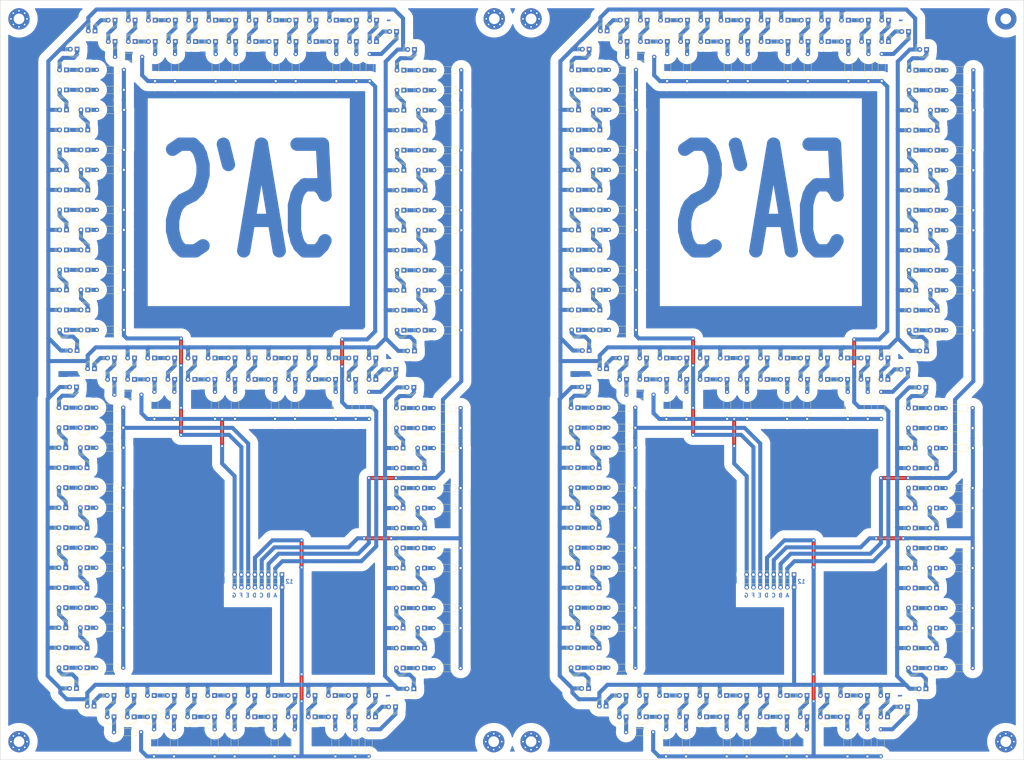
<source format=kicad_pcb>
(kicad_pcb (version 20211014) (generator pcbnew)
  (layers (0 "F.Cu" signal) (31 "B.Cu" signal) (34 "B.Paste" user) (35 "F.Paste" user) (36 "B.SilkS" user "B.Silkscreen") (37 "F.SilkS" user "F.Silkscreen") (38 "B.Mask" user) (39 "F.Mask" user) (44 "Edge.Cuts" user))
  (net 0 "")
  (footprint "LED_THT:LED_D5.0mm" (layer "F.Cu") (at 432.62513 193.942574 180)
    (fp_text reference "REF**" hide)
    (fp_text value "LED_D5.0mm" hide)
  )
  (footprint "Resistor_THT:R_Axial_DIN0207_L6.3mm_D2.5mm_P10.16mm_Horizontal" (layer "F.Cu") (at 597.93004 138.04508 180)
    (fp_text reference "REF**" hide)
    (fp_text value "R_Axial_DIN0207_L6.3mm_D2.5mm_P10.16mm_Horizontal" hide)
  )
  (footprint "LED_THT:LED_D5.0mm" (layer "F.Cu") (at 702.875 108.170074 180)
    (fp_text reference "REF**" hide)
    (fp_text value "LED_D5.0mm" hide)
  )
  (footprint "Resistor_THT:R_Axial_DIN0207_L6.3mm_D2.5mm_P10.16mm_Horizontal" (layer "F.Cu") (at 609.465 208.772574 90)
    (fp_text reference "REF**" hide)
    (fp_text value "R_Axial_DIN0207_L6.3mm_D2.5mm_P10.16mm_Horizontal" hide)
  )
  (footprint "LED_THT:LED_D5.0mm" (layer "F.Cu") (at 711.12496 -33.499932 180)
    (fp_text reference "REF**" hide)
    (fp_text value "LED_D5.0mm" hide)
  )
  (footprint "LED_THT:LED_D5.0mm" (layer "F.Cu") (at 432.76013 67.420074 180)
    (fp_text reference "REF**" hide)
    (fp_text value "LED_D5.0mm" hide)
  )
  (footprint "LED_THT:LED_D5.0mm" (layer "F.Cu") (at 519.12509 -40.999932 180)
    (fp_text reference "REF**" hide)
    (fp_text value "LED_D5.0mm" hide)
  )
  (footprint "LED_THT:LED_D5.0mm" (layer "F.Cu") (at 384.37517 175.54508 180)
    (fp_text reference "REF**" hide)
    (fp_text value "LED_D5.0mm" hide)
  )
  (footprint "LED_THT:LED_D5.0mm" (layer "F.Cu") (at 492.94513 193.942574 180)
    (fp_text reference "REF**" hide)
    (fp_text value "LED_D5.0mm" hide)
  )
  (footprint "LED_THT:LED_D5.0mm" (layer "F.Cu") (at 511.12509 19.000068 180)
    (fp_text reference "REF**" hide)
    (fp_text value "LED_D5.0mm" hide)
  )
  (footprint "LED_THT:LED_D5.0mm" (layer "F.Cu") (at 632.165 193.942574 180)
    (fp_text reference "REF**" hide)
    (fp_text value "LED_D5.0mm" hide)
  )
  (footprint "LED_THT:LED_D5.0mm" (layer "F.Cu") (at 388.37517 183.29508 180)
    (fp_text reference "REF**" hide)
    (fp_text value "LED_D5.0mm" hide)
  )
  (footprint "LED_THT:LED_D5.0mm" (layer "F.Cu") (at 384.37517 100.54508 180)
    (fp_text reference "REF**" hide)
    (fp_text value "LED_D5.0mm" hide)
  )
  (footprint "LED_THT:LED_D5.0mm" (layer "F.Cu") (at 670 59.420074 180)
    (fp_text reference "REF**" hide)
    (fp_text value "LED_D5.0mm" hide)
  )
  (footprint "LED_THT:LED_D5.0mm" (layer "F.Cu") (at 670.24996 -67.249932 180)
    (fp_text reference "REF**" hide)
    (fp_text value "LED_D5.0mm" hide)
  )
  (footprint "Resistor_THT:R_Axial_DIN0207_L6.3mm_D2.5mm_P10.16mm_Horizontal" (layer "F.Cu") (at 406.18013 48.875074 180)
    (fp_text reference "REF**" hide)
    (fp_text value "R_Axial_DIN0207_L6.3mm_D2.5mm_P10.16mm_Horizontal" hide)
  )
  (footprint "LED_THT:LED_D5.0mm" (layer "F.Cu") (at 510.87513 160.670074 180)
    (fp_text reference "REF**" hide)
    (fp_text value "LED_D5.0mm" hide)
  )
  (footprint "Resistor_THT:R_Axial_DIN0207_L6.3mm_D2.5mm_P10.16mm_Horizontal" (layer "F.Cu") (at 412.62513 199.692574 180)
    (fp_text reference "REF**" hide)
    (fp_text value "R_Axial_DIN0207_L6.3mm_D2.5mm_P10.16mm_Horizontal" hide)
  )
  (footprint "LED_THT:LED_D5.0mm" (layer "F.Cu") (at 576.625 -18.624926 180)
    (fp_text reference "REF**" hide)
    (fp_text value "LED_D5.0mm" hide)
  )
  (footprint "LED_THT:LED_D5.0mm" (layer "F.Cu") (at 500.87009 -59.249932 180)
    (fp_text reference "REF**" hide)
    (fp_text value "LED_D5.0mm" hide)
  )
  (footprint "LED_THT:LED_D5.0mm" (layer "F.Cu") (at 384.62513 26.375074 180)
    (fp_text reference "REF**" hide)
    (fp_text value "LED_D5.0mm" hide)
  )
  (footprint "LED_THT:LED_D5.0mm" (layer "F.Cu") (at 617.46996 -67.249932 180)
    (fp_text reference "REF**" hide)
    (fp_text value "LED_D5.0mm" hide)
  )
  (footprint "LED_THT:LED_D5.0mm" (layer "F.Cu") (at 711.12496 -18.499932 180)
    (fp_text reference "REF**" hide)
    (fp_text value "LED_D5.0mm" hide)
  )
  (footprint "Resistor_THT:R_Axial_DIN0207_L6.3mm_D2.5mm_P10.16mm_Horizontal" (layer "F.Cu") (at 724.43 85.670074 180)
    (fp_text reference "REF**" hide)
    (fp_text value "R_Axial_DIN0207_L6.3mm_D2.5mm_P10.16mm_Horizontal" hide)
  )
  (footprint "LED_THT:LED_D5.0mm" (layer "F.Cu") (at 594.465 185.942574 180)
    (fp_text reference "REF**" hide)
    (fp_text value "LED_D5.0mm" hide)
  )
  (footprint "LED_THT:LED_D5.0mm" (layer "F.Cu") (at 703.12496 11.500068 180)
    (fp_text reference "REF**" hide)
    (fp_text value "LED_D5.0mm" hide)
  )
  (footprint "LED_THT:LED_D5.0mm" (layer "F.Cu") (at 576.37504 145.54508 180)
    (fp_text reference "REF**" hide)
    (fp_text value "LED_D5.0mm" hide)
  )
  (footprint "LED_THT:LED_D5.0mm" (layer "F.Cu") (at 711.12496 26.500068 180)
    (fp_text reference "REF**" hide)
    (fp_text value "LED_D5.0mm" hide)
  )
  (footprint "Resistor_THT:R_Axial_DIN0207_L6.3mm_D2.5mm_P10.16mm_Horizontal" (layer "F.Cu") (at 532.43013 78.170074 180)
    (fp_text reference "REF**" hide)
    (fp_text value "R_Axial_DIN0207_L6.3mm_D2.5mm_P10.16mm_Horizontal" hide)
  )
  (footprint "LED_THT:LED_D5.0mm" (layer "F.Cu") (at 508.14013 63.670074 180)
    (fp_text reference "REF**" hide)
    (fp_text value "LED_D5.0mm" hide)
  )
  (footprint "LED_THT:LED_D5.0mm" (layer "F.Cu") (at 703.12496 -25.999932 180)
    (fp_text reference "REF**" hide)
    (fp_text value "LED_D5.0mm" hide)
  )
  (footprint "LED_THT:LED_D5.0mm" (layer "F.Cu") (at 440.55009 -67.249932 180)
    (fp_text reference "REF**" hide)
    (fp_text value "LED_D5.0mm" hide)
  )
  (footprint "LED_THT:LED_D5.0mm" (layer "F.Cu") (at 485.40513 193.942574 180)
    (fp_text reference "REF**" hide)
    (fp_text value "LED_D5.0mm" hide)
  )
  (footprint "LED_THT:LED_D5.0mm" (layer "F.Cu") (at 440.30013 59.420074 180)
    (fp_text reference "REF**" hide)
    (fp_text value "LED_D5.0mm" hide)
  )
  (footprint "Resistor_THT:R_Axial_DIN0207_L6.3mm_D2.5mm_P10.16mm_Horizontal" (layer "F.Cu") (at 604.625 199.692574 180)
    (fp_text reference "REF**" hide)
    (fp_text value "R_Axial_DIN0207_L6.3mm_D2.5mm_P10.16mm_Horizontal" hide)
  )
  (footprint "LED_THT:LED_D5.0mm" (layer "F.Cu") (at 609.545 185.942574 180)
    (fp_text reference "REF**" hide)
    (fp_text value "LED_D5.0mm" hide)
  )
  (footprint "LED_THT:LED_D5.0mm" (layer "F.Cu") (at 485.40513 185.942574 180)
    (fp_text reference "REF**" hide)
    (fp_text value "LED_D5.0mm" hide)
  )
  (footprint "LED_THT:LED_D5.0mm" (layer "F.Cu") (at 519.12509 -33.499932 180)
    (fp_text reference "REF**" hide)
    (fp_text value "LED_D5.0mm" hide)
  )
  (footprint "LED_THT:LED_D5.0mm" (layer "F.Cu") (at 700.005 190.192574 180)
    (fp_text reference "REF**" hide)
    (fp_text value "LED_D5.0mm" hide)
  )
  (footprint "LED_THT:LED_D5.0mm" (layer "F.Cu") (at 584.625 -41.124926 180)
    (fp_text reference "REF**" hide)
    (fp_text value "LED_D5.0mm" hide)
  )
  (footprint "LED_THT:LED_D5.0mm" (layer "F.Cu") (at 584.37504 78.04508 180)
    (fp_text reference "REF**" hide)
    (fp_text value "LED_D5.0mm" hide)
  )
  (footprint "LED_THT:LED_D5.0mm" (layer "F.Cu") (at 392.37517 85.54508 180)
    (fp_text reference "REF**" hide)
    (fp_text value "LED_D5.0mm" hide)
  )
  (footprint "LED_THT:LED_D5.0mm" (layer "F.Cu") (at 392.37517 78.04508 180)
    (fp_text reference "REF**" hide)
    (fp_text value "LED_D5.0mm" hide)
  )
  (footprint "Resistor_THT:R_Axial_DIN0207_L6.3mm_D2.5mm_P10.16mm_Horizontal" (layer "F.Cu") (at 724.43 78.170074 180)
    (fp_text reference "REF**" hide)
    (fp_text value "R_Axial_DIN0207_L6.3mm_D2.5mm_P10.16mm_Horizontal" hide)
  )
  (footprint "Resistor_THT:R_Axial_DIN0207_L6.3mm_D2.5mm_P10.16mm_Horizontal" (layer "F.Cu") (at 724.67996 -18.499932 180)
    (fp_text reference "REF**" hide)
    (fp_text value "R_Axial_DIN0207_L6.3mm_D2.5mm_P10.16mm_Horizontal" hide)
  )
  (footprint "LED_THT:LED_D5.0mm" (layer "F.Cu") (at 518.87513 138.170074 180)
    (fp_text reference "REF**" hide)
    (fp_text value "LED_D5.0mm" hide)
  )
  (footprint "LED_THT:LED_D5.0mm" (layer "F.Cu") (at 703.12496 4.000068 180)
    (fp_text reference "REF**" hide)
    (fp_text value "LED_D5.0mm" hide)
  )
  (footprint "LED_THT:LED_D5.0mm" (layer "F.Cu") (at 508.39009 -62.999932 180)
    (fp_text reference "REF**" hide)
    (fp_text value "LED_D5.0mm" hide)
  )
  (footprint "LED_THT:LED_D5.0mm" (layer "F.Cu") (at 702.875 130.670074 180)
    (fp_text reference "REF**" hide)
    (fp_text value "LED_D5.0mm" hide)
  )
  (footprint "LED_THT:LED_D5.0mm" (layer "F.Cu") (at 711.12496 19.000068 180)
    (fp_text reference "REF**" hide)
    (fp_text value "LED_D5.0mm" hide)
  )
  (footprint "LED_THT:LED_D5.0mm" (layer "F.Cu") (at 647.245 193.942574 180)
    (fp_text reference "REF**" hide)
    (fp_text value "LED_D5.0mm" hide)
  )
  (footprint "LED_THT:LED_D5.0mm" (layer "F.Cu") (at 485.54013 59.420074 180)
    (fp_text reference "REF**" hide)
    (fp_text value "LED_D5.0mm" hide)
  )
  (footprint "LED_THT:LED_D5.0mm" (layer "F.Cu") (at 576.37504 108.04508 180)
    (fp_text reference "REF**" hide)
    (fp_text value "LED_D5.0mm" hide)
  )
  (footprint "LED_THT:LED_D5.0mm" (layer "F.Cu") (at 384.37517 115.54508 180)
    (fp_text reference "REF**" hide)
    (fp_text value "LED_D5.0mm" hide)
  )
  (footprint "LED_THT:LED_D5.0mm" (layer "F.Cu") (at 710.875 100.670074 180)
    (fp_text reference "REF**" hide)
    (fp_text value "LED_D5.0mm" hide)
  )
  (footprint "Resistor_THT:R_Axial_DIN0207_L6.3mm_D2.5mm_P10.16mm_Horizontal" (layer "F.Cu") (at 597.93004 160.54508 180)
    (fp_text reference "REF**" hide)
    (fp_text value "R_Axial_DIN0207_L6.3mm_D2.5mm_P10.16mm_Horizontal" hide)
  )
  (footprint "LED_THT:LED_D5.0mm" (layer "F.Cu") (at 584.625 3.875074 180)
    (fp_text reference "REF**" hide)
    (fp_text value "LED_D5.0mm" hide)
  )
  (footprint "LED_THT:LED_D5.0mm" (layer "F.Cu") (at 392.62513 48.875074 180)
    (fp_text reference "REF**" hide)
    (fp_text value "LED_D5.0mm" hide)
  )
  (footprint "LED_THT:LED_D5.0mm" (layer "F.Cu") (at 492.94513 185.942574 180)
    (fp_text reference "REF**" hide)
    (fp_text value "LED_D5.0mm" hide)
  )
  (footprint "LED_THT:LED_D5.0mm" (layer "F.Cu") (at 707.12496 56.750068 180)
    (fp_text reference "REF**" hide)
    (fp_text value "LED_D5.0mm" hide)
  )
  (footprint "LED_THT:LED_D5.0mm" (layer "F.Cu") (at 485.79009 -59.249932 180)
    (fp_text reference "REF**" hide)
    (fp_text value "LED_D5.0mm" hide)
  )
  (footprint "LED_THT:LED_D5.0mm" (layer "F.Cu") (at 580.625 -56.374926 180)
    (fp_text reference "REF**" hide)
    (fp_text value "LED_D5.0mm" hide)
  )
  (footprint "LED_THT:LED_D5.0mm" (layer "F.Cu") (at 647.62996 -67.249932 180)
    (fp_text reference "REF**" hide)
    (fp_text value "LED_D5.0mm" hide)
  )
  (footprint "LED_THT:LED_D5.0mm" (layer "F.Cu") (at 511.12509 41.500068 180)
    (fp_text reference "REF**" hide)
    (fp_text value "LED_D5.0mm" hide)
  )
  (footprint "LED_THT:LED_D5.0mm" (layer "F.Cu") (at 478.25009 -59.249932 180)
    (fp_text reference "REF**" hide)
    (fp_text value "LED_D5.0mm" hide)
  )
  (footprint "LED_THT:LED_D5.0mm" (layer "F.Cu") (at 703.12496 49.000068 180)
    (fp_text reference "REF**" hide)
    (fp_text value "LED_D5.0mm" hide)
  )
  (footprint "Resistor_THT:R_Axial_DIN0207_L6.3mm_D2.5mm_P10.16mm_Horizontal" (layer "F.Cu") (at 684.965 208.772574 90)
    (fp_text reference "REF**" hide)
    (fp_text value "R_Axial_DIN0207_L6.3mm_D2.5mm_P10.16mm_Horizontal" hide)
  )
  (footprint "Connector_PinHeader_2.54mm:PinHeader_1x08_P2.54mm_Vertical" (layer "F.Cu") (at 465.44013 140.6 -90)
    (fp_text reference "REF**" hide)
    (fp_text value "PinHeader_1x08_P2.54mm_Vertical" hide)
  )
  (footprint "LED_THT:LED_D5.0mm" (layer "F.Cu") (at 519.12509 4.000068 180)
    (fp_text reference "REF**" hide)
    (fp_text value "LED_D5.0mm" hide)
  )
  (footprint "LED_THT:LED_D5.0mm" (layer "F.Cu") (at 584.37504 160.54508 180)
    (fp_text reference "REF**" hide)
    (fp_text value "LED_D5.0mm" hide)
  )
  (footprint "LED_THT:LED_D5.0mm" (layer "F.Cu") (at 624.625 185.942574 180)
    (fp_text reference "REF**" hide)
    (fp_text value "LED_D5.0mm" hide)
  )
  (footprint "LED_THT:LED_D5.0mm" (layer "F.Cu") (at 576.37504 78.04508 180)
    (fp_text reference "REF**" hide)
    (fp_text value "LED_D5.0mm" hide)
  )
  (footprint "LED_THT:LED_D5.0mm" (layer "F.Cu") (at 447.84013 67.420074 180)
    (fp_text reference "REF**" hide)
    (fp_text value "LED_D5.0mm" hide)
  )
  (footprint "LED_THT:LED_D5.0mm" (layer "F.Cu") (at 500.48513 185.942574 180)
    (fp_text reference "REF**" hide)
    (fp_text value "LED_D5.0mm" hide)
  )
  (footprint "Resistor_THT:R_Axial_DIN0207_L6.3mm_D2.5mm_P10.16mm_Horizontal" (layer "F.Cu") (at 485.60013 82.250074 90)
    (fp_text reference "REF**" hide)
    (fp_text value "R_Axial_DIN0207_L6.3mm_D2.5mm_P10.16mm_Horizontal" hide)
  )
  (footprint "Resistor_THT:R_Axial_DIN0207_L6.3mm_D2.5mm_P10.16mm_Horizontal" (layer "F.Cu") (at 532.68009 26.500068 180)
    (fp_text reference "REF**" hide)
    (fp_text value "R_Axial_DIN0207_L6.3mm_D2.5mm_P10.16mm_Horizontal" hide)
  )
  (footprint "LED_THT:LED_D5.0mm" (layer "F.Cu") (at 511.12509 26.500068 180)
    (fp_text reference "REF**" hide)
    (fp_text value "LED_D5.0mm" hide)
  )
  (footprint "LED_THT:LED_D5.0mm" (layer "F.Cu") (at 625.00996 -59.249932 180)
    (fp_text reference "REF**" hide)
    (fp_text value "LED_D5.0mm" hide)
  )
  (footprint "LED_THT:LED_D5.0mm" (layer "F.Cu") (at 515.12509 -56.249932 180)
    (fp_text reference "REF**" hide)
    (fp_text value "LED_D5.0mm" hide)
  )
  (footprint "LED_THT:LED_D5.0mm" (layer "F.Cu") (at 692.62 67.420074 180)
    (fp_text reference "REF**" hide)
    (fp_text value "LED_D5.0mm" hide)
  )
  (footprint "LED_THT:LED_D5.0mm" (layer "F.Cu") (at 433.01009 -67.249932 180)
    (fp_text reference "REF**" hide)
    (fp_text value "LED_D5.0mm" hide)
  )
  (footprint "LED_THT:LED_D5.0mm" (layer "F.Cu") (at 662.46 59.420074 180)
    (fp_text reference "REF**" hide)
    (fp_text value "LED_D5.0mm" hide)
  )
  (footprint "LED_THT:LED_D5.0mm" (layer "F.Cu") (at 392.37517 145.54508 180)
    (fp_text reference "REF**" hide)
    (fp_text value "LED_D5.0mm" hide)
  )
  (footprint "THTJumpers:Jumper_P10.16mm_D0.7mm" (layer "F.Cu") (at 427.60013 62.23 90)
    (fp_text reference "REF**" hide)
    (fp_text value "Jumper_P10.16mm_D0.7mm" hide)
  )
  (footprint "LED_THT:LED_D5.0mm" (layer "F.Cu") (at 384.37517 160.54508 180)
    (fp_text reference "REF**" hide)
    (fp_text value "LED_D5.0mm" hide)
  )
  (footprint "LED_THT:LED_D5.0mm" (layer "F.Cu") (at 710.875 168.170074 180)
    (fp_text reference "REF**" hide)
    (fp_text value "LED_D5.0mm" hide)
  )
  (footprint "LED_THT:LED_D5.0mm" (layer "F.Cu") (at 654.785 185.942574 180)
    (fp_text reference "REF**" hide)
    (fp_text value "LED_D5.0mm" hide)
  )
  (footprint "LED_THT:LED_D5.0mm" (layer "F.Cu") (at 511.12509 -48.499932 180)
    (fp_text reference "REF**" hide)
    (fp_text value "LED_D5.0mm" hide)
  )
  (footprint "LED_THT:LED_D5.0mm" (layer "F.Cu") (at 576.625 41.375074 180)
    (fp_text reference "REF**" hide)
    (fp_text value "LED_D5.0mm" hide)
  )
  (footprint "Resistor_THT:R_Axial_DIN0207_L6.3mm_D2.5mm_P10.16mm_Horizontal" (layer "F.Cu") (at 405.93017 78.04508 180)
    (fp_text reference "REF**" hide)
    (fp_text value "R_Axial_DIN0207_L6.3mm_D2.5mm_P10.16mm_Horizontal" hide)
  )
  (footprint "LED_THT:LED_D5.0mm" (layer "F.Cu") (at 594.87496 -59.249932 180)
    (fp_text reference "REF**" hide)
    (fp_text value "LED_D5.0mm" hide)
  )
  (footprint "LED_THT:LED_D5.0mm" (layer "F.Cu") (at 702.875 145.670074 180)
    (fp_text reference "REF**" hide)
    (fp_text value "LED_D5.0mm" hide)
  )
  (footprint "Resistor_THT:R_Axial_DIN0207_L6.3mm_D2.5mm_P10.16mm_Horizontal" (layer "F.Cu") (at 447.71513 208.772574 90)
    (fp_text reference "REF**" hide)
    (fp_text value "R_Axial_DIN0207_L6.3mm_D2.5mm_P10.16mm_Horizontal" hide)
  )
  (footprint "LED_THT:LED_D5.0mm" (layer "F.Cu") (at 392.37517 123.04508 180)
    (fp_text reference "REF**" hide)
    (fp_text value "LED_D5.0mm" hide)
  )
  (footprint "LED_THT:LED_D5.0mm" (layer "F.Cu") (at 425.47009 -67.249932 180)
    (fp_text reference "REF**" hide)
    (fp_text value "LED_D5.0mm" hide)
  )
  (footprint "LED_THT:LED_D5.0mm" (layer "F.Cu") (at 647.245 185.942574 180)
    (fp_text reference "REF**" hide)
    (fp_text value "LED_D5.0mm" hide)
  )
  (footprint "LED_THT:LED_D5.0mm" (layer "F.Cu") (at 700.14 63.670074 180)
    (fp_text reference "REF**" hide)
    (fp_text value "LED_D5.0mm" hide)
  )
  (footprint "LED_THT:LED_D5.0mm" (layer "F.Cu") (at 455.24513 193.942574 180)
    (fp_text reference "REF**" hide)
    (fp_text value "LED_D5.0mm" hide)
  )
  (footprint "LED_THT:LED_D5.0mm" (layer "F.Cu") (at 511.12509 11.500068 180)
    (fp_text reference "REF**" hide)
    (fp_text value "LED_D5.0mm" hide)
  )
  (footprint "Resistor_THT:R_Axial_DIN0207_L6.3mm_D2.5mm_P10.16mm_Horizontal" (layer "F.Cu") (at 597.93004 78.04508 180)
    (fp_text reference "REF**" hide)
    (fp_text value "R_Axial_DIN0207_L6.3mm_D2.5mm_P10.16mm_Horizontal" hide)
  )
  (footprint "LED_THT:LED_D5.0mm" (layer "F.Cu") (at 392.62513 -3.624926 180)
    (fp_text reference "REF**" hide)
    (fp_text value "LED_D5.0mm" hide)
  )
  (footprint "Resistor_THT:R_Axial_DIN0207_L6.3mm_D2.5mm_P10.16mm_Horizontal" (layer "F.Cu") (at 598.18 -11.124926 180)
    (fp_text reference "REF**" hide)
    (fp_text value "R_Axial_DIN0207_L6.3mm_D2.5mm_P10.16mm_Horizontal" hide)
  )
  (footprint "LED_THT:LED_D5.0mm" (layer "F.Cu") (at 576.625 3.875074 180)
    (fp_text reference "REF**" hide)
    (fp_text value "LED_D5.0mm" hide)
  )
  (footprint "LED_THT:LED_D5.0mm" (layer "F.Cu") (at 586.99 189.942574 180)
    (fp_text reference "REF**" hide)
    (fp_text value "LED_D5.0mm" hide)
  )
  (footprint "LED_THT:LED_D5.0mm" (layer "F.Cu") (at 609.68 67.420074 180)
    (fp_text reference "REF**" hide)
    (fp_text value "LED_D5.0mm" hide)
  )
  (footprint "Resistor_THT:R_Axial_DIN0207_L6.3mm_D2.5mm_P10.16mm_Horizontal" (layer "F.Cu") (at 448.10009 -44.419932 90)
    (fp_text reference "REF**" hide)
    (fp_text value "R_Axial_DIN0207_L6.3mm_D2.5mm_P10.16mm_Horizontal" hide)
  )
  (footprint "LED_THT:LED_D5.0mm" (layer "F.Cu") (at 662.325 185.942574 180)
    (fp_text reference "REF**" hide)
    (fp_text value "LED_D5.0mm" hide)
  )
  (footprint "LED_THT:LED_D5.0mm" (layer "F.Cu") (at 703.12496 -10.999932 180)
    (fp_text reference "REF**" hide)
    (fp_text value "LED_D5.0mm" hide)
  )
  (footprint "Resistor_THT:R_Axial_DIN0207_L6.3mm_D2.5mm_P10.16mm_Horizontal" (layer "F.Cu") (at 406.18013 -41.124926 180)
    (fp_text reference "REF**" hide)
    (fp_text value "R_Axial_DIN0207_L6.3mm_D2.5mm_P10.16mm_Horizontal" hide)
  )
  (footprint "LED_THT:LED_D5.0mm" (layer "F.Cu") (at 602.14 59.420074 180)
    (fp_text reference "REF**" hide)
    (fp_text value "LED_D5.0mm" hide)
  )
  (footprint "Resistor_THT:R_Axial_DIN0207_L6.3mm_D2.5mm_P10.16mm_Horizontal" (layer "F.Cu") (at 497.96513 208.772574 90)
    (fp_text reference "REF**" hide)
    (fp_text value "R_Axial_DIN0207_L6.3mm_D2.5mm_P10.16mm_Horizontal" hide)
  )
  (footprint "LED_THT:LED_D5.0mm" (layer "F.Cu") (at 519.12509 -25.999932 180)
    (fp_text reference "REF**" hide)
    (fp_text value "LED_D5.0mm" hide)
  )
  (footprint "LED_THT:LED_D5.0mm" (layer "F.Cu") (at 584.37504 175.54508 180)
    (fp_text reference "REF**" hide)
    (fp_text value "LED_D5.0mm" hide)
  )
  (footprint "THTJumpers:Jumper_P10.16mm_D0.7mm" (layer "F.Cu") (at 506.40013 127 180)
    (fp_text reference "REF**" hide)
    (fp_text value "Jumper_P10.16mm_D0.7mm" hide)
  )
  (footprint "LED_THT:LED_D5.0mm" (layer "F.Cu") (at 493.08013 59.420074 180)
    (fp_text reference "REF**" hide)
    (fp_text value "LED_D5.0mm" hide)
  )
  (footprint "Resistor_THT:R_Axial_DIN0207_L6.3mm_D2.5mm_P10.16mm_Horizontal" (layer "F.Cu") (at 654.715 208.772574 90)
    (fp_text reference "REF**" hide)
    (fp_text value "R_Axial_DIN0207_L6.3mm_D2.5mm_P10.16mm_Horizontal" hide)
  )
  (footprint "LED_THT:LED_D5.0mm" (layer "F.Cu") (at 647.38 67.420074 180)
    (fp_text reference "REF**" hide)
    (fp_text value "LED_D5.0mm" hide)
  )
  (footprint "MountingHole:MountingHole_4mm_Pad_Via" (layer "F.Cu") (at 736.85 203.250074)
    (fp_text reference "REF**" hide)
    (fp_text value "MountingHole_4mm_Pad_Via" hide)
  )
  (footprint "LED_THT:LED_D5.0mm" (layer "F.Cu") (at 707.12496 -56.249932 180)
    (fp_text reference "REF**" hide)
    (fp_text value "LED_D5.0mm" hide)
  )
  (footprint "Resistor_THT:R_Axial_DIN0207_L6.3mm_D2.5mm_P10.16mm_Horizontal" (layer "F.Cu") (at 609.84996 -44.419932 90)
    (fp_text reference "REF**" hide)
    (fp_text value "R_Axial_DIN0207_L6.3mm_D2.5mm_P10.16mm_Horizontal" hide)
  )
  (footprint "LED_THT:LED_D5.0mm" (layer "F.Cu") (at 584.37504 153.04508 180)
    (fp_text reference "REF**" hide)
    (fp_text value "LED_D5.0mm" hide)
  )
  (footprint "LED_THT:LED_D5.0mm" (layer "F.Cu") (at 455.63009 -67.249932 180)
    (fp_text reference "REF**" hide)
    (fp_text value "LED_D5.0mm" hide)
  )
  (footprint "LED_THT:LED_D5.0mm" (layer "F.Cu") (at 703.12496 26.500068 180)
    (fp_text reference "REF**" hide)
    (fp_text value "LED_D5.0mm" hide)
  )
  (footprint "LED_THT:LED_D5.0mm" (layer "F.Cu") (at 477.86513 193.942574 180)
    (fp_text reference "REF**" hide)
    (fp_text value "LED_D5.0mm" hide)
  )
  (footprint "Resistor_THT:R_Axial_DIN0207_L6.3mm_D2.5mm_P10.16mm_Horizontal" (layer "F.Cu") (at 532.68009 -48.499932 180)
    (fp_text reference "REF**" hide)
    (fp_text value "R_Axial_DIN0207_L6.3mm_D2.5mm_P10.16mm_Horizontal" hide)
  )
  (footprint "Resistor_THT:R_Axial_DIN0207_L6.3mm_D2.5mm_P10.16mm_Horizontal" (layer "F.Cu") (at 405.93017 108.04508 180)
    (fp_text reference "REF**" hide)
    (fp_text value "R_Axial_DIN0207_L6.3mm_D2.5mm_P10.16mm_Horizontal" hide)
  )
  (footprint "Resistor_THT:R_Axial_DIN0207_L6.3mm_D2.5mm_P10.16mm_Horizontal" (layer "F.Cu") (at 724.43 175.670074 180)
    (fp_text reference "REF**" hide)
    (fp_text value "R_Axial_DIN0207_L6.3mm_D2.5mm_P10.16mm_Horizontal" hide)
  )
  (footprint "LED_THT:LED_D5.0mm" (layer "F.Cu") (at 511.12509 -3.499932 180)
    (fp_text reference "REF**" hide)
    (fp_text value "LED_D5.0mm" hide)
  )
  (footprint "LED_THT:LED_D5.0mm" (layer "F.Cu") (at 624.76 59.420074 180)
    (fp_text reference "REF**" hide)
    (fp_text value "LED_D5.0mm" hide)
  )
  (footprint "THTJumpers:Jumper_P10.16mm_D0.7mm" (layer "F.Cu") (at 472.80013 127.77 -90)
    (fp_text reference "REF**" hide)
    (fp_text value "Jumper_P10.16mm_D0.7mm" hide)
  )
  (footprint "LED_THT:LED_D5.0mm" (layer "F.Cu") (at 584.625 26.375074 180)
    (fp_text reference "REF**" hide)
    (fp_text value "LED_D5.0mm" hide)
  )
  (footprint "THTJumpers:Jumper_P10.16mm_D0.7mm" (layer "F.Cu") (at 443.00013 92.43 90)
    (fp_text reference "REF**" hide)
    (fp_text value "Jumper_P10.16mm_D0.7mm" hide)
  )
  (footprint "LED_THT:LED_D5.0mm" (layer "F.Cu") (at 511.12509 34.000068 180)
    (fp_text reference "REF**" hide)
    (fp_text value "LED_D5.0mm" hide)
  )
  (footprint "LED_THT:LED_D5.0mm" (layer "F.Cu") (at 510.87513 93.170074 180)
    (fp_text reference "REF**" hide)
    (fp_text value "LED_D5.0mm" hide)
  )
  (footprint "LED_THT:LED_D5.0mm" (layer "F.Cu") (at 455.38013 67.420074 180)
    (fp_text reference "REF**" hide)
    (fp_text value "LED_D5.0mm" hide)
  )
  (footprint "LED_THT:LED_D5.0mm" (layer "F.Cu") (at 576.625 -48.624926 180)
    (fp_text reference "REF**" hide)
    (fp_text value "LED_D5.0mm" hide)
  )
  (footprint "LED_THT:LED_D5.0mm" (layer "F.Cu") (at 392.37517 115.54508 180)
    (fp_text reference "REF**" hide)
    (fp_text value "LED_D5.0mm" hide)
  )
  (footprint "LED_THT:LED_D5.0mm" (layer "F.Cu") (at 594.6 59.420074 180)
    (fp_text reference "REF**" hide)
    (fp_text value "LED_D5.0mm" hide)
  )
  (footprint "LED_THT:LED_D5.0mm" (layer "F.Cu") (at 576.625 -33.624926 180)
    (fp_text reference "REF**" hide)
    (fp_text value "LED_D5.0mm" hide)
  )
  (footprint "Resistor_THT:R_Axial_DIN0207_L6.3mm_D2.5mm_P10.16mm_Horizontal" (layer "F.Cu") (at 724.43 115.670074 180)
    (fp_text reference "REF**" hide)
    (fp_text value "R_Axial_DIN0207_L6.3mm_D2.5mm_P10.16mm_Horizontal" hide)
  )
  (footprint "LED_THT:LED_D5.0mm" (layer "F.Cu") (at 384.62513 3.875074 180)
    (fp_text reference "REF**" hide)
    (fp_text value "LED_D5.0mm" hide)
  )
  (footprint "LED_THT:LED_D5.0mm" (layer "F.Cu") (at 392.62513 18.875074 180)
    (fp_text reference "REF**" hide)
    (fp_text value "LED_D5.0mm" hide)
  )
  (footprint "Resistor_THT:R_Axial_DIN0207_L6.3mm_D2.5mm_P10.16mm_Horizontal" (layer "F.Cu") (at 597.93004 115.54508 180)
    (fp_text reference "REF**" hide)
    (fp_text value "R_Axial_DIN0207_L6.3mm_D2.5mm_P10.16mm_Horizontal" hide)
  )
  (footprint "LED_THT:LED_D5.0mm" (layer "F.Cu") (at 392.62513 41.375074 180)
    (fp_text reference "REF**" hide)
    (fp_text value "LED_D5.0mm" hide)
  )
  (footprint "LED_THT:LED_D5.0mm" (layer "F.Cu") (at 510.87513 108.170074 180)
    (fp_text reference "REF**" hide)
    (fp_text value "LED_D5.0mm" hide)
  )
  (footprint "LED_THT:LED_D5.0mm" (layer "F.Cu") (at 518.87513 175.670074 180)
    (fp_text reference "REF**" hide)
    (fp_text value "LED_D5.0mm" hide)
  )
  (footprint "LED_THT:LED_D5.0mm" (layer "F.Cu") (at 584.625 -3.624926 180)
    (fp_text reference "REF**" hide)
    (fp_text value "LED_D5.0mm" hide)
  )
  (footprint "Resistor_THT:R_Axial_DIN0207_L6.3mm_D2.5mm_P10.16mm_Horizontal" (layer "F.Cu") (at 617.1 82.250074 90)
    (fp_text reference "REF**" hide)
    (fp_text value "R_Axial_DIN0207_L6.3mm_D2.5mm_P10.16mm_Horizontal" hide)
  )
  (footprint "LED_THT:LED_D5.0mm" (layer "F.Cu") (at 576.37504 123.04508 180)
    (fp_text reference "REF**" hide)
    (fp_text value "LED_D5.0mm" hide)
  )
  (footprint "LED_THT:LED_D5.0mm" (layer "F.Cu") (at 576.625 -26.124926 180)
    (fp_text reference "REF**" hide)
    (fp_text value "LED_D5.0mm" hide)
  )
  (footprint "LED_THT:LED_D5.0mm" (layer "F.Cu") (at 447.70513 193.942574 180)
    (fp_text reference "REF**" hide)
    (fp_text value "LED_D5.0mm" hide)
  )
  (footprint "LED_THT:LED_D5.0mm" (layer "F.Cu") (at 677.405 185.942574 180)
    (fp_text reference "REF**" hide)
    (fp_text value "LED_D5.0mm" hide)
  )
  (footprint "LED_THT:LED_D5.0mm" (layer "F.Cu") (at 447.84013 59.420074 180)
    (fp_text reference "REF**" hide)
    (fp_text value "LED_D5.0mm" hide)
  )
  (footprint "LED_THT:LED_D5.0mm" (layer "F.Cu") (at 500.48513 193.942574 180)
    (fp_text reference "REF**" hide)
    (fp_text value "LED_D5.0mm" hide)
  )
  (footprint "LED_THT:LED_D5.0mm" (layer "F.Cu") (at 518.87513 93.170074 180)
    (fp_text reference "REF**" hide)
    (fp_text value "LED_D5.0mm" hide)
  )
  (footprint "LED_THT:LED_D5.0mm" (layer "F.Cu") (at 511.12509 -25.999932 180)
    (fp_text reference "REF**" hide)
    (fp_text value "LED_D5.0mm" hide)
  )
  (footprint "LED_THT:LED_D5.0mm" (layer "F.Cu") (at 685.32996 -67.249932 180)
    (fp_text reference "REF**" hide)
    (fp_text value "LED_D5.0mm" hide)
  )
  (footprint "LED_THT:LED_D5.0mm" (layer "F.Cu") (at 647.38 59.420074 180)
    (fp_text reference "REF**" hide)
    (fp_text value "LED_D5.0mm" hide)
  )
  (footprint "LED_THT:LED_D5.0mm" (layer "F.Cu") (at 711.12496 41.500068 180)
    (fp_text reference "REF**" hide)
    (fp_text value "LED_D5.0mm" hide)
  )
  (footprint "LED_THT:LED_D5.0mm" (layer "F.Cu") (at 594.625 67.420074 180)
    (fp_text reference "REF**" hide)
    (fp_text value "LED_D5.0mm" hide)
  )
  (footprint "MountingHole:MountingHole_4mm_Pad_Via" (layer "F.Cu") (at 544.85013 203.250074)
    (fp_text reference "REF**" hide)
    (fp_text value "MountingHole_4mm_Pad_Via" hide)
  )
  (footprint "LED_THT:LED_D5.0mm" (layer "F.Cu") (at 609.92996 -67.249932 180)
    (fp_text reference "REF**" hide)
    (fp_text value "LED_D5.0mm" hide)
  )
  (footprint "Resistor_THT:R_Axial_DIN0207_L6.3mm_D2.5mm_P10.16mm_Horizontal" (layer "F.Cu") (at 677.84996 -44.419932 90)
    (fp_text reference "REF**" hide)
    (fp_text value "R_Axial_DIN0207_L6.3mm_D2.5mm_P10.16mm_Horizontal" hide)
  )
  (footprint "LED_THT:LED_D5.0mm" (layer "F.Cu") (at 632.165 185.942574 180)
    (fp_text reference "REF**" hide)
    (fp_text value "LED_D5.0mm" hide)
  )
  (footprint "Resistor_THT:R_Axial_DIN0207_L6.3mm_D2.5mm_P10.16mm_Horizontal" (layer "F.Cu") (at 597.93004 108.04508 180)
    (fp_text reference "REF**" hide)
    (fp_text value "R_Axial_DIN0207_L6.3mm_D2.5mm_P10.16mm_Horizontal" hide)
  )
  (footprint "LED_THT:LED_D5.0mm" (layer "F.Cu") (at 662.70996 -59.249932 180)
    (fp_text reference "REF**" hide)
    (fp_text value "LED_D5.0mm" hide)
  )
  (footprint "LED_THT:LED_D5.0mm" (layer "F.Cu") (at 692.86996 -67.249932 180)
    (fp_text reference "REF**" hide)
    (fp_text value "LED_D5.0mm" hide)
  )
  (footprint "LED_THT:LED_D5.0mm" (layer "F.Cu") (at 703.12496 -3.499932 180)
    (fp_text reference "REF**" hide)
    (fp_text value "LED_D5.0mm" hide)
  )
  (footprint "MountingHole:MountingHole_4mm_Pad_Via" (layer "F.Cu") (at 366.85013 -67.749926)
    (fp_text reference "REF**" hide)
    (fp_text value "MountingHole_4mm_Pad_Via" hide)
  )
  (footprint "LED_THT:LED_D5.0mm" (layer "F.Cu") (at 470.32513 185.942574 180)
    (fp_text reference "REF**" hide)
    (fp_text value "LED_D5.0mm" hide)
  )
  (footprint "LED_THT:LED_D5.0mm" (layer "F.Cu") (at 470.71009 -67.249932 180)
    (fp_text reference "REF**" hide)
    (fp_text value "LED_D5.0mm" hide)
  )
  (footprint "LED_THT:LED_D5.0mm" (layer "F.Cu") (at 384.62513 -41.124926 180)
    (fp_text reference "REF**" hide)
    (fp_text value "LED_D5.0mm" hide)
  )
  (footprint "Resistor_THT:R_Axial_DIN0207_L6.3mm_D2.5mm_P10.16mm_Horizontal" (layer "F.Cu") (at 532.68009 34.000068 180)
    (fp_text reference "REF**" hide)
    (fp_text value "R_Axial_DIN0207_L6.3mm_D2.5mm_P10.16mm_Horizontal" hide)
  )
  (footprint "LED_THT:LED_D5.0mm" (layer "F.Cu") (at 493.08013 67.420074 180)
    (fp_text reference "REF**" hide)
    (fp_text value "LED_D5.0mm" hide)
  )
  (footprint "Resistor_THT:R_Axial_DIN0207_L6.3mm_D2.5mm_P10.16mm_Horizontal" (layer "F.Cu") (at 532.68009 -40.999932 180)
    (fp_text reference "REF**" hide)
    (fp_text value "R_Axial_DIN0207_L6.3mm_D2.5mm_P10.16mm_Horizontal" hide)
  )
  (footprint "LED_THT:LED_D5.0mm" (layer "F.Cu") (at 485.79009 -67.249932 180)
    (fp_text reference "REF**" hide)
    (fp_text value "LED_D5.0mm" hide)
  )
  (footprint "Resistor_THT:R_Axial_DIN0207_L6.3mm_D2.5mm_P10.16mm_Horizontal" (layer "F.Cu") (at 532.68009 4.000068 180)
    (fp_text reference "REF**" hide)
    (fp_text value "R_Axial_DIN0207_L6.3mm_D2.5mm_P10.16mm_Horizontal" hide)
  )
  (footprint "LED_THT:LED_D5.0mm" (layer "F.Cu") (at 384.62513 -3.624926 180)
    (fp_text reference "REF**" hide)
    (fp_text value "LED_D5.0mm" hide)
  )
  (footprint "LED_THT:LED_D5.0mm" (layer "F.Cu") (at 710.875 115.670074 180)
    (fp_text reference "REF**" hide)
    (fp_text value "LED_D5.0mm" hide)
  )
  (footprint "LED_THT:LED_D5.0mm" (layer "F.Cu") (at 576.625 11.375074 180)
    (fp_text reference "REF**" hide)
    (fp_text value "LED_D5.0mm" hide)
  )
  (footprint "LED_THT:LED_D5.0mm" (layer "F.Cu") (at 692.485 185.942574 180)
    (fp_text reference "REF**" hide)
    (fp_text value "LED_D5.0mm" hide)
  )
  (footprint "LED_THT:LED_D5.0mm" (layer "F.Cu") (at 384.62513 -18.624926 180)
    (fp_text reference "REF**" hide)
    (fp_text value "LED_D5.0mm" hide)
  )
  (footprint "LED_THT:LED_D5.0mm" (layer "F.Cu") (at 702.875 100.670074 180)
    (fp_text reference "REF**" hide)
    (fp_text value "LED_D5.0mm" hide)
  )
  (footprint "LED_THT:LED_D5.0mm" (layer "F.Cu") (at 510.87513 100.670074 180)
    (fp_text reference "REF**" hide)
    (fp_text value "LED_D5.0mm" hide)
  )
  (footprint "Resistor_THT:R_Axial_DIN0207_L6.3mm_D2.5mm_P10.16mm_Horizontal" (layer "F.Cu") (at 424.96513 208.772574 90)
    (fp_text reference "REF**" hide)
    (fp_text value "R_Axial_DIN0207_L6.3mm_D2.5mm_P10.16mm_Horizontal" hide)
  )
  (footprint "Resistor_THT:R_Axial_DIN0207_L6.3mm_D2.5mm_P10.16mm_Horizontal" (layer "F.Cu") (at 532.43013 115.670074 180)
    (fp_text reference "REF**" hide)
    (fp_text value "R_Axial_DIN0207_L6.3mm_D2.5mm_P10.16mm_Horizontal" hide)
  )
  (footprint "LED_THT:LED_D5.0mm" (layer "F.Cu") (at 402.46513 185.942574 180)
    (fp_text reference "REF**" hide)
    (fp_text value "LED_D5.0mm" hide)
  )
  (footprint "LED_THT:LED_D5.0mm" (layer "F.Cu") (at 417.54513 193.942574 180)
    (fp_text reference "REF**" hide)
    (fp_text value "LED_D5.0mm" hide)
  )
  (footprint "LED_THT:LED_D5.0mm" (layer "F.Cu") (at 440.55009 -59.249932 180)
    (fp_text reference "REF**" hide)
    (fp_text value "LED_D5.0mm" hide)
  )
  (footprint "LED_THT:LED_D5.0mm" (layer "F.Cu") (at 500.62013 67.420074 180)
    (fp_text reference "REF**" hide)
    (fp_text value "LED_D5.0mm" hide)
  )
  (footprint "LED_THT:LED_D5.0mm" (layer "F.Cu") (at 519.12509 34.000068 180)
    (fp_text reference "REF**" hide)
    (fp_text value "LED_D5.0mm" hide)
  )
  (footprint "Resistor_THT:R_Axial_DIN0207_L6.3mm_D2.5mm_P10.16mm_Horizontal" (layer "F.Cu") (at 639.85 82.250074 90)
    (fp_text reference "REF**" hide)
    (fp_text value "R_Axial_DIN0207_L6.3mm_D2.5mm_P10.16mm_Horizontal" hide)
  )
  (footprint "LED_THT:LED_D5.0mm" (layer "F.Cu") (at 388.62513 -56.374926 180)
    (fp_text reference "REF**" hide)
    (fp_text value "LED_D5.0mm" hide)
  )
  (footprint "LED_THT:LED_D5.0mm" (layer "F.Cu") (at 584.625 11.375074 180)
    (fp_text reference "REF**" hide)
    (fp_text value "LED_D5.0mm" hide)
  )
  (footprint "Resistor_THT:R_Axial_DIN0207_L6.3mm_D2.5mm_P10.16mm_Horizontal" (layer "F.Cu") (at 532.51013 93.170074 180)
    (fp_text reference "REF**" hide)
    (fp_text value "R_Axial_DIN0207_L6.3mm_D2.5mm_P10.16mm_Horizontal" hide)
  )
  (footprint "LED_THT:LED_D5.0mm" (layer "F.Cu") (at 470.46013 59.420074 180)
    (fp_text reference "REF**" hide)
    (fp_text value "LED_D5.0mm" hide)
  )
  (footprint "Resistor_THT:R_Axial_DIN0207_L6.3mm_D2.5mm_P10.16mm_Horizontal" (layer "F.Cu") (at 532.68009 11.500068 180)
    (fp_text reference "REF**" hide)
    (fp_text value "R_Axial_DIN0207_L6.3mm_D2.5mm_P10.16mm_Horizontal" hide)
  )
  (footprint "LED_THT:LED_D5.0mm" (layer "F.Cu") (at 510.87513 145.670074 180)
    (fp_text reference "REF**" hide)
    (fp_text value "LED_D5.0mm" hide)
  )
  (footprint "LED_THT:LED_D5.0mm" (layer "F.Cu") (at 670 67.420074 180)
    (fp_text reference "REF**" hide)
    (fp_text value "LED_D5.0mm" hide)
  )
  (footprint "LED_THT:LED_D5.0mm" (layer "F.Cu") (at 500.62013 59.420074 180)
    (fp_text reference "REF**" hide)
    (fp_text value "LED_D5.0mm" hide)
  )
  (footprint "LED_THT:LED_D5.0mm" (layer "F.Cu") (at 692.86996 -59.249932 180)
    (fp_text reference "REF**" hide)
    (fp_text value "LED_D5.0mm" hide)
  )
  (footprint "LED_THT:LED_D5.0mm" (layer "F.Cu") (at 392.37517 175.54508 180)
    (fp_text reference "REF**" hide)
    (fp_text value "LED_D5.0mm" hide)
  )
  (footprint "Resistor_THT:R_Axial_DIN0207_L6.3mm_D2.5mm_P10.16mm_Horizontal" (layer "F.Cu") (at 532.43013 108.170074 180)
    (fp_text reference "REF**" hide)
    (fp_text value "R_Axial_DIN0207_L6.3mm_D2.5mm_P10.16mm_Horizontal" hide)
  )
  (footprint "Resistor_THT:R_Axial_DIN0207_L6.3mm_D2.5mm_P10.16mm_Horizontal" (layer "F.Cu") (at 598.18 48.875074 180)
    (fp_text reference "REF**" hide)
    (fp_text value "R_Axial_DIN0207_L6.3mm_D2.5mm_P10.16mm_Horizontal" hide)
  )
  (footprint "Resistor_THT:R_Axial_DIN0207_L6.3mm_D2.5mm_P10.16mm_Horizontal" (layer "F.Cu") (at 532.68009 -18.499932 180)
    (fp_text reference "REF**" hide)
    (fp_text value "R_Axial_DIN0207_L6.3mm_D2.5mm_P10.16mm_Horizontal" hide)
  )
  (footprint "LED_THT:LED_D5.0mm" (layer "F.Cu") (at 602.005 185.942574 180)
    (fp_text reference "REF**" hide)
    (fp_text value "LED_D5.0mm" hide)
  )
  (footprint "LED_THT:LED_D5.0mm" (layer "F.Cu") (at 510.87513 123.170074 180)
    (fp_text reference "REF**" hide)
    (fp_text value "LED_D5.0mm" hide)
  )
  (footprint "LED_THT:LED_D5.0mm" (layer "F.Cu") (at 455.24513 185.942574 180)
    (fp_text reference "REF**" hide)
    (fp_text value "LED_D5.0mm" hide)
  )
  (footprint "LED_THT:LED_D5.0mm" (layer "F.Cu") (at 392.62513 -41.124926 180)
    (fp_text reference "REF**" hide)
    (fp_text value "LED_D5.0mm" hide)
  )
  (footprint "Resistor_THT:R_Axial_DIN0207_L6.3mm_D2.5mm_P10.16mm_Horizontal" (layer "F.Cu") (at 532.43013 130.670074 180)
    (fp_text reference "REF**" hide)
    (fp_text value "R_Axial_DIN0207_L6.3mm_D2.5mm_P10.16mm_Horizontal" hide)
  )
  (footprint "LED_THT:LED_D5.0mm" (layer "F.Cu") (at 519.12509 -3.499932 180)
    (fp_text reference "REF**" hide)
    (fp_text value "LED_D5.0mm" hide)
  )
  (footprint "LED_THT:LED_D5.0mm" (layer "F.Cu") (at 710.875 145.670074 180)
    (fp_text reference "REF**" hide)
    (fp_text value "LED_D5.0mm" hide)
  )
  (footprint "LED_THT:LED_D5.0mm" (layer "F.Cu") (at 510.87513 138.170074 180)
    (fp_text reference "REF**" hide)
    (fp_text value "LED_D5.0mm" hide)
  )
  (footprint "Resistor_THT:R_Axial_DIN0207_L6.3mm_D2.5mm_P10.16mm_Horizontal" (layer "F.Cu") (at 470.21513 208.772574 90)
    (fp_text reference "REF**" hide)
    (fp_text value "R_Axial_DIN0207_L6.3mm_D2.5mm_P10.16mm_Horizontal" hide)
  )
  (footprint "LED_THT:LED_D5.0mm" (layer "F.Cu") (at 710.875 85.670074 180)
    (fp_text reference "REF**" hide)
    (fp_text value "LED_D5.0mm" hide)
  )
  (footprint "Resistor_THT:R_Axial_DIN0207_L6.3mm_D2.5mm_P10.16mm_Horizontal" (layer "F.Cu") (at 662.35 82.250074 90)
    (fp_text reference "REF**" hide)
    (fp_text value "R_Axial_DIN0207_L6.3mm_D2.5mm_P10.16mm_Horizontal" hide)
  )
  (footprint "LED_THT:LED_D5.0mm" (layer "F.Cu") (at 609.545 193.942574 180)
    (fp_text reference "REF**" hide)
    (fp_text value "LED_D5.0mm" hide)
  )
  (footprint "LED_THT:LED_D5.0mm" (layer "F.Cu") (at 463.17009 -67.249932 180)
    (fp_text reference "REF**" hide)
    (fp_text value "LED_D5.0mm" hide)
  )
  (footprint "LED_THT:LED_D5.0mm" (layer "F.Cu") (at 684.945 193.942574 180)
    (fp_text reference "REF**" hide)
    (fp_text value "LED_D5.0mm" hide)
  )
  (footprint "LED_THT:LED_D5.0mm" (layer "F.Cu") (at 519.12509 -18.499932 180)
    (fp_text reference "REF**" hide)
    (fp_text value "LED_D5.0mm" hide)
  )
  (footprint "LED_THT:LED_D5.0mm" (layer "F.Cu") (at 392.62513 -26.124926 180)
    (fp_text reference "REF**" hide)
    (fp_text value "LED_D5.0mm" hide)
  )
  (footprint "Resistor_THT:R_Axial_DIN0207_L6.3mm_D2.5mm_P10.16mm_Horizontal" (layer "F.Cu") (at 440.21513 208.772574 90)
    (fp_text reference "REF**" hide)
    (fp_text value "R_Axial_DIN0207_L6.3mm_D2.5mm_P10.16mm_Horizontal" hide)
  )
  (footprint "LED_THT:LED_D5.0mm" (layer "F.Cu") (at 392.62513 -11.124926 180)
    (fp_text reference "REF**" hide)
    (fp_text value "LED_D5.0mm" hide)
  )
  (footprint "LED_THT:LED_D5.0mm" (layer "F.Cu") (at 392.62513 -33.624926 180)
    (fp_text reference "REF**" hide)
    (fp_text value "LED_D5.0mm" hide)
  )
  (footprint "LED_THT:LED_D5.0mm" (layer "F.Cu") (at 433.01009 -59.249932 180)
    (fp_text reference "REF**" hide)
    (fp_text value "LED_D5.0mm" hide)
  )
  (footprint "LED_THT:LED_D5.0mm" (layer "F.Cu") (at 711.12496 49.000068 180)
    (fp_text reference "REF**" hide)
    (fp_text value "LED_D5.0mm" hide)
  )
  (footprint "LED_THT:LED_D5.0mm" (layer "F.Cu") (at 519.12509 26.500068 180)
    (fp_text reference "REF**" hide)
    (fp_text value "LED_D5.0mm" hide)
  )
  (footprint "LED_THT:LED_D5.0mm" (layer "F.Cu") (at 392.62513 26.375074 180)
    (fp_text reference "REF**" hide)
    (fp_text value "LED_D5.0mm" hide)
  )
  (footprint "LED_THT:LED_D5.0mm" (layer "F.Cu") (at 440.16513 185.942574 180)
    (fp_text reference "REF**" hide)
    (fp_text value "LED_D5.0mm" hide)
  )
  (footprint "LED_THT:LED_D5.0mm" (layer "F.Cu") (at 624.625 193.942574 180)
    (fp_text reference "REF**" hide)
    (fp_text value "LED_D5.0mm" hide)
  )
  (footprint "Resistor_THT:R_Axial_DIN0207_L6.3mm_D2.5mm_P10.16mm_Horizontal" (layer "F.Cu") (at 724.67996 -40.999932 180)
    (fp_text reference "REF**" hide)
    (fp_text value "R_Axial_DIN0207_L6.3mm_D2.5mm_P10.16mm_Horizontal" hide)
  )
  (footprint "THTJumpers:Jumper_P10.16mm_D0.7mm" (layer "F.Cu") (at 619.6 62.23 90)
    (fp_text reference "REF**" hide)
    (fp_text value "Jumper_P10.16mm_D0.7mm" hide)
  )
  (footprint "Connector_PinHeader_2.54mm:PinHeader_1x08_P2.54mm_Vertical" (layer "F.Cu") (at 465.47513 145.4 -90)
    (fp_text reference "REF**" hide)
    (fp_text value "PinHeader_1x08_P2.54mm_Vertical" hide)
  )
  (footprint "Resistor_THT:R_Axial_DIN0207_L6.3mm_D2.5mm_P10.16mm_Horizontal" (layer "F.Cu") (at 597.93004 130.54508 180)
    (fp_text reference "REF**" hide)
    (fp_text value "R_Axial_DIN0207_L6.3mm_D2.5mm_P10.16mm_Horizontal" hide)
  )
  (footprint "LED_THT:LED_D5.0mm" (layer "F.Cu") (at 584.625 -33.624926 180)
    (fp_text reference "REF**" hide)
    (fp_text value "LED_D5.0mm" hide)
  )
  (footprint "LED_THT:LED_D5.0mm" (layer "F.Cu") (at 384.37517 123.04508 180)
    (fp_text reference "REF**" hide)
    (fp_text value "LED_D5.0mm" hide)
  )
  (footprint "Resistor_THT:R_Axial_DIN0207_L6.3mm_D2.5mm_P10.16mm_Horizontal" (layer "F.Cu") (at 632.59996 -44.419932 90)
    (fp_text reference "REF**" hide)
    (fp_text value "R_Axial_DIN0207_L6.3mm_D2.5mm_P10.16mm_Horizontal" hide)
  )
  (footprint "LED_THT:LED_D5.0mm" (layer "F.Cu") (at 624.76 67.420074 180)
    (fp_text reference "REF**" hide)
    (fp_text value "LED_D5.0mm" hide)
  )
  (footprint "LED_THT:LED_D5.0mm" (layer "F.Cu") (at 576.37504 93.04508 180)
    (fp_text reference "REF**" hide)
    (fp_text value "LED_D5.0mm" hide)
  )
  (footprint "Resistor_THT:R_Axial_DIN0207_L6.3mm_D2.5mm_P10.16mm_Horizontal" (layer "F.Cu") (at 440.35013 82.250074 90)
    (fp_text reference "REF**" hide)
    (fp_text value "R_Axial_DIN0207_L6.3mm_D2.5mm_P10.16mm_Horizontal" hide)
  )
  (footprint "" (layer "F.Cu") (at 736.85 -67.749926)
    (fp_text reference "")
    (fp_text value "")
  )
  (footprint "LED_THT:LED_D5.0mm" (layer "F.Cu") (at 639.705 185.942574 180)
    (fp_text reference "REF**" hide)
    (fp_text value "LED_D5.0mm" hide)
  )
  (footprint "LED_THT:LED_D5.0mm" (layer "F.Cu") (at 432.76013 59.420074 180)
    (fp_text reference "REF**" hide)
    (fp_text value "LED_D5.0mm" hide)
  )
  (footprint "Resistor_THT:R_Axial_DIN0207_L6.3mm_D2.5mm_P10.16mm_Horizontal" (layer "F.Cu") (at 462.85013 82.250074 90)
    (fp_text reference "REF**" hide)
    (fp_text value "R_Axial_DIN0207_L6.3mm_D2.5mm_P10.16mm_Horizontal" hide)
  )
  (footprint "LED_THT:LED_D5.0mm" (layer "F.Cu") (at 485.54013 67.420074 180)
    (fp_text reference "REF**" hide)
    (fp_text value "LED_D5.0mm" hide)
  )
  (footprint "LED_THT:LED_D5.0mm" (layer "F.Cu") (at 384.37517 108.04508 180)
    (fp_text reference "REF**" hide)
    (fp_text value "LED_D5.0mm" hide)
  )
  (footprint "LED_THT:LED_D5.0mm" (layer "F.Cu") (at 514.87513 70.420074 180)
    (fp_text reference "REF**" hide)
    (fp_text value "LED_D5.0mm" hide)
  )
  (footprint "LED_THT:LED_D5.0mm" (layer "F.Cu") (at 711.12496 34.000068 180)
    (fp_text reference "REF**" hide)
    (fp_text value "LED_D5.0mm" hide)
  )
  (footprint "LED_THT:LED_D5.0mm" (layer "F.Cu") (at 519.12509 19.000068 180)
    (fp_text reference "REF**" hide)
    (fp_text value "LED_D5.0mm" hide)
  )
  (footprint "LED_THT:LED_D5.0mm" (layer "F.Cu") (at 584.37504 130.54508 180)
    (fp_text reference "REF**" hide)
    (fp_text value "LED_D5.0mm" hide)
  )
  (footprint "LED_THT:LED_D5.0mm" (layer "F.Cu") (at 462.78513 185.942574 180)
    (fp_text reference "REF**" hide)
    (fp_text value "LED_D5.0mm" hide)
  )
  (footprint "LED_THT:LED_D5.0mm" (layer "F.Cu") (at 584.37504 138.04508 180)
    (fp_text reference "REF**" hide)
    (fp_text value "LED_D5.0mm" hide)
  )
  (footprint "LED_THT:LED_D5.0mm" (layer "F.Cu") (at 455.63009 -59.249932 180)
    (fp_text reference "REF**" hide)
    (fp_text value "LED_D5.0mm" hide)
  )
  (footprint "LED_THT:LED_D5.0mm" (layer "F.Cu") (at 392.62513 -48.624926 180)
    (fp_text reference "REF**" hide)
    (fp_text value "LED_D5.0mm" hide)
  )
  (footprint "LED_THT:LED_D5.0mm" (layer "F.Cu") (at 632.54996 -67.249932 180)
    (fp_text reference "REF**" hide)
    (fp_text value "LED_D5.0mm" hide)
  )
  (footprint "Resistor_THT:R_Axial_DIN0207_L6.3mm_D2.5mm_P10.16mm_Horizontal" (layer "F.Cu") (at 598.18 3.875074 180)
    (fp_text reference "REF**" hide)
    (fp_text value "R_Axial_DIN0207_L6.3mm_D2.5mm_P10.16mm_Horizontal" hide)
  )
  (footprint "LED_THT:LED_D5.0mm" (layer "F.Cu") (at 703.12496 -40.999932 180)
    (fp_text reference "REF**" hide)
    (fp_text value "LED_D5.0mm" hide)
  )
  (footprint "Resistor_THT:R_Axial_DIN0207_L6.3mm_D2.5mm_P10.16mm_Horizontal" (layer "F.Cu") (at 724.67996 26.500068 180)
    (fp_text reference "REF**" hide)
    (fp_text value "R_Axial_DIN0207_L6.3mm_D2.5mm_P10.16mm_Horizontal" hide)
  )
  (footprint "LED_THT:LED_D5.0mm" (layer "F.Cu") (at 462.78513 193.942574 180)
    (fp_text reference "REF**" hide)
    (fp_text value "LED_D5.0mm" hide)
  )
  (footprint "Resistor_THT:R_Axial_DIN0207_L6.3mm_D2.5mm_P10.16mm_Horizontal" (layer "F.Cu") (at 598.18 33.875074 180)
    (fp_text reference "REF**" hide)
    (fp_text value "R_Axial_DIN0207_L6.3mm_D2.5mm_P10.16mm_Horizontal" hide)
  )
  (footprint "Resistor_THT:R_Axial_DIN0207_L6.3mm_D2.5mm_P10.16mm_Horizontal" (layer "F.Cu") (at 724.43 153.170074 180)
    (fp_text reference "REF**" hide)
    (fp_text value "R_Axial_DIN0207_L6.3mm_D2.5mm_P10.16mm_Horizontal" hide)
  )
  (footprint "LED_THT:LED_D5.0mm" (layer "F.Cu") (at 710.875 138.170074 180)
    (fp_text reference "REF**" hide)
    (fp_text value "LED_D5.0mm" hide)
  )
  (footprint "Resistor_THT:R_Axial_DIN0207_L6.3mm_D2.5mm_P10.16mm_Horizontal" (layer "F.Cu") (at 498.10013 82.250074 90)
    (fp_text reference "REF**" hide)
    (fp_text value "R_Axial_DIN0207_L6.3mm_D2.5mm_P10.16mm_Horizontal" hide)
  )
  (footprint "LED_THT:LED_D5.0mm" (layer "F.Cu") (at 584.37504 123.04508 180)
    (fp_text reference "REF**" hide)
    (fp_text value "LED_D5.0mm" hide)
  )
  (footprint "LED_THT:LED_D5.0mm" (layer "F.Cu") (at 519.12509 -48.499932 180)
    (fp_text reference "REF**" hide)
    (fp_text value "LED_D5.0mm" hide)
  )
  (footprint "LED_THT:LED_D5.0mm" (layer "F.Cu") (at 384.62513 -26.124926 180)
    (fp_text reference "REF**" hide)
    (fp_text value "LED_D5.0mm" hide)
  )
  (footprint "LED_THT:LED_D5.0mm" (layer "F.Cu") (at 684.945 185.942574 180)
    (fp_text reference "REF**" hide)
    (fp_text value "LED_D5.0mm" hide)
  )
  (footprint "LED_THT:LED_D5.0mm" (layer "F.Cu") (at 710.875 123.170074 180)
    (fp_text reference "REF**" hide)
    (fp_text value "LED_D5.0mm" hide)
  )
  (footprint "LED_THT:LED_D5.0mm" (layer "F.Cu") (at 655.16996 -67.249932 180)
    (fp_text reference "REF**" hide)
    (fp_text value "LED_D5.0mm" hide)
  )
  (footprint "LED_THT:LED_D5.0mm" (layer "F.Cu") (at 584.37504 168.04508 180)
    (fp_text reference "REF**" hide)
    (fp_text value "LED_D5.0mm" hide)
  )
  (footprint "LED_THT:LED_D5.0mm" (layer "F.Cu") (at 417.54513 185.942574 180)
    (fp_text reference "REF**" hide)
    (fp_text value "LED_D5.0mm" hide)
  )
  (footprint "THTJumpers:Jumper_P10.16mm_D0.7mm" (layer "F.Cu") (at 698.4 127 180)
    (fp_text reference "REF**" hide)
    (fp_text value "Jumper_P10.16mm_D0.7mm" hide)
  )
  (footprint "LED_THT:LED_D5.0mm" (layer "F.Cu") (at 584.37504 93.04508 180)
    (fp_text reference "REF**" hide)
    (fp_text value "LED_D5.0mm" hide)
  )
  (footprint "LED_THT:LED_D5.0mm" (layer "F.Cu") (at 702.875 78.170074 180)
    (fp_text reference "REF**" hide)
    (fp_text value "LED_D5.0mm" hide)
  )
  (footprint "Resistor_THT:R_Axial_DIN0207_L6.3mm_D2.5mm_P10.16mm_Horizontal" (layer "F.Cu") (at 406.18013 11.375074 180)
    (fp_text reference "REF**" hide)
    (fp_text value "R_Axial_DIN0207_L6.3mm_D2.5mm_P10.16mm_Horizontal" hide)
  )
  (footprint "LED_THT:LED_D5.0mm" (layer "F.Cu") (at 518.87513 108.170074 180)
    (fp_text reference "REF**" hide)
    (fp_text value "LED_D5.0mm" hide)
  )
  (footprint "LED_THT:LED_D5.0mm" (layer "F.Cu") (at 576.625 -11.124926 180)
    (fp_text reference "REF**" hide)
    (fp_text value "LED_D5.0mm" hide)
  )
  (footprint "LED_THT:LED_D5.0mm" (layer "F.Cu") (at 702.875 93.170074 180)
    (fp_text reference "REF**" hide)
    (fp_text value "LED_D5.0mm" hide)
  )
  (footprint "Resistor_THT:R_Axial_DIN0207_L6.3mm_D2.5mm_P10.16mm_Horizontal" (layer "F.Cu") (at 406.18013 -18.624926 180)
    (fp_text reference "REF**" hide)
    (fp_text value "R_Axial_DIN0207_L6.3mm_D2.5mm_P10.16mm_Horizontal" hide)
  )
  (footprint "LED_THT:LED_D5.0mm" (layer "F.Cu") (at 662.325 193.942574 180)
    (fp_text reference "REF**" hide)
    (fp_text value "LED_D5.0mm" hide)
  )
  (footprint "LED_THT:LED_D5.0mm" (layer "F.Cu") (at 702.875 115.670074 180)
    (fp_text reference "REF**" hide)
    (fp_text value "LED_D5.0mm" hide)
  )
  (footprint "LED_THT:LED_D5.0mm" (layer "F.Cu") (at 395.12513 63.420074 180)
    (fp_text reference "REF**" hide)
    (fp_text value "LED_D5.0mm" hide)
  )
  (footprint "LED_THT:LED_D5.0mm" (layer "F.Cu") (at 470.46013 67.420074 180)
    (fp_text reference "REF**" hide)
    (fp_text value "LED_D5.0mm" hide)
  )
  (footprint "Resistor_THT:R_Axial_DIN0207_L6.3mm_D2.5mm_P10.16mm_Horizontal" (layer "F.Cu") (at 598.18 26.375074 180)
    (fp_text reference "REF**" hide)
    (fp_text value "R_Axial_DIN0207_L6.3mm_D2.5mm_P10.16mm_Horizontal" hide)
  )
  (footprint "LED_THT:LED_D5.0mm" (layer "F.Cu") (at 702.875 153.170074 180)
    (fp_text reference "REF**" hide)
    (fp_text value "LED_D5.0mm" hide)
  )
  (footprint "Resistor_THT:R_Axial_DIN0207_L6.3mm_D2.5mm_P10.16mm_Horizontal" (layer "F.Cu") (at 724.67996 -10.999932 180)
    (fp_text reference "REF**" hide)
    (fp_text value "R_Axial_DIN0207_L6.3mm_D2.5mm_P10.16mm_Horizontal" hide)
  )
  (footprint "Resistor_THT:R_Axial_DIN0207_L6.3mm_D2.5mm_P10.16mm_Horizontal" (layer "F.Cu") (at 609.6 82.250074 90)
    (fp_text reference "REF**" hide)
    (fp_text value "R_Axial_DIN0207_L6.3mm_D2.5mm_P10.16mm_Horizontal" hide)
  )
  (footprint "LED_THT:LED_D5.0mm" (layer "F.Cu") (at 576.37504 175.54508 180)
    (fp_text reference "REF**" hide)
    (fp_text value "LED_D5.0mm" hide)
  )
  (footprint "LED_THT:LED_D5.0mm" (layer "F.Cu") (at 711.12496 -40.999932 180)
    (fp_text reference "REF**" hide)
    (fp_text value "LED_D5.0mm" hide)
  )
  (footprint "LED_THT:LED_D5.0mm" (layer "F.Cu") (at 518.87513 160.670074 180)
    (fp_text reference "REF**" hide)
    (fp_text value "LED_D5.0mm" hide)
  )
  (footprint "Resistor_THT:R_Axial_DIN0207_L6.3mm_D2.5mm_P10.16mm_Horizontal" (layer "F.Cu") (at 532.43013 153.170074 180)
    (fp_text reference "REF**" hide)
    (fp_text value "R_Axial_DIN0207_L6.3mm_D2.5mm_P10.16mm_Horizontal" hide)
  )
  (footprint "MountingHole:MountingHole_4mm_Pad_Via" (layer "F.Cu") (at 366.85013 203.250074)
    (fp_text reference "REF**" hide)
    (fp_text value "MountingHole_4mm_Pad_Via" hide)
  )
  (footprint "LED_THT:LED_D5.0mm" (layer "F.Cu") (at 493.33009 -59.249932 180)
    (fp_text reference "REF**" hide)
    (fp_text value "LED_D5.0mm" hide)
  )
  (footprint "Resistor_THT:R_Axial_DIN0207_L6.3mm_D2.5mm_P10.16mm_Horizontal" (layer "F.Cu") (at 406.01017 93.04508 180)
    (fp_text reference "REF**" hide)
    (fp_text value "R_Axial_DIN0207_L6.3mm_D2.5mm_P10.16mm_Horizontal" hide)
  )
  (footprint "LED_THT:LED_D5.0mm" (layer "F.Cu") (at 462.92013 67.420074 180)
    (fp_text reference "REF**" hide)
    (fp_text value "LED_D5.0mm" hide)
  )
  (footprint "LED_THT:LED_D5.0mm" (layer "F.Cu") (at 518.87513 78.170074 180)
    (fp_text reference "REF**" hide)
    (fp_text value "LED_D5.0mm" hide)
  )
  (footprint "Resistor_THT:R_Axial_DIN0207_L6.3mm_D2.5mm_P10.16mm_Horizontal" (layer "F.Cu") (at 597.93004 175.54508 180)
    (fp_text reference "REF**" hide)
    (fp_text value "R_Axial_DIN0207_L6.3mm_D2.5mm_P10.16mm_Horizontal" hide)
  )
  (footprint "LED_THT:LED_D5.0mm" (layer "F.Cu") (at 580.37504 70.29508 180)
    (fp_text reference "REF**" hide)
    (fp_text value "LED_D5.0mm" hide)
  )
  (footprint "LED_THT:LED_D5.0mm" (layer "F.Cu") (at 576.37504 85.54508 180)
    (fp_text reference "REF**" hide)
    (fp_text value "LED_D5.0mm" hide)
  )
  (footprint "LED_THT:LED_D5.0mm" (layer "F.Cu") (at 417.93009 -59.249932 180)
    (fp_text reference "REF**" hide)
    (fp_text value "LED_D5.0mm" hide)
  )
  (footprint "Resistor_THT:R_Axial_DIN0207_L6.3mm_D2.5mm_P10.16mm_Horizontal" (layer "F.Cu") (at 724.43 160.670074 180)
    (fp_text reference "REF**" hide)
    (fp_text value "R_Axial_DIN0207_L6.3mm_D2.5mm_P10.16mm_Horizontal" hide)
  )
  (footprint "LED_THT:LED_D5.0mm" (layer "F.Cu") (at 402.85009 -67.249932 180)
    (fp_text reference "REF**" hide)
    (fp_text value "LED_D5.0mm" hide)
  )
  (footprint "LED_THT:LED_D5.0mm" (layer "F.Cu") (at 632.3 59.420074 180)
    (fp_text reference "REF**" hide)
    (fp_text value "LED_D5.0mm" hide)
  )
  (footprint "Resistor_THT:R_Axial_DIN0207_L6.3mm_D2.5mm_P10.16mm_Horizontal" (layer "F.Cu") (at 598.18 -41.124926 180)
    (fp_text reference "REF**" hide)
    (fp_text value "R_Axial_DIN0207_L6.3mm_D2.5mm_P10.16mm_Horizontal" hide)
  )
  (footprint "THTJumpers:Jumper_P10.16mm_D0.7mm" (layer "F.Cu") (at 635 92.43 90)
    (fp_text reference "REF**" hide)
    (fp_text value "Jumper_P10.16mm_D0.7mm" hide)
  )
  (footprint "THTJumpers:Jumper_P10.16mm_D0.7mm" (layer "F.Cu") (at 508.20013 104.4 180)
    (fp_text reference "REF**" hide)
    (fp_text value "Jumper_P10.16mm_D0.7mm" hide)
  )
  (footprint "LED_THT:LED_D5.0mm" (layer "F.Cu") (at 576.37504 153.04508 180)
    (fp_text reference "REF**" hide)
    (fp_text value "LED_D5.0mm" hide)
  )
  (footprint "LED_THT:LED_D5.0mm" (layer "F.Cu") (at 711.12496 -3.499932 180)
    (fp_text reference "REF**" hide)
    (fp_text value "LED_D5.0mm" hide)
  )
  (footprint "Connector_PinHeader_2.54mm:PinHeader_1x08_P2.54mm_Vertical" (layer "F.Cu") (at 657.475 145.4 -90)
    (fp_text reference "REF**" hide)
    (fp_text value "PinHeader_1x08_P2.54mm_Vertical" hide)
  )
  (footprint "LED_THT:LED_D5.0mm" (layer "F.Cu") (at 518.87513 168.170074 180)
    (fp_text reference "REF**" hide)
    (fp_text value "LED_D5.0mm" hide)
  )
  (footprint "LED_THT:LED_D5.0mm" (layer "F.Cu") (at 518.87513 130.670074 180)
    (fp_text reference "REF**" hide)
    (fp_text value "LED_D5.0mm" hide)
  )
  (footprint "LED_THT:LED_D5.0mm" (layer "F.Cu") (at 410.00513 185.942574 180)
    (fp_text reference "REF**" hide)
    (fp_text value "LED_D5.0mm" hide)
  )
  (footprint "Resistor_THT:R_Axial_DIN0207_L6.3mm_D2.5mm_P10.16mm_Horizontal" (layer "F.Cu") (at 724.43 108.170074 180)
    (fp_text reference "REF**" hide)
    (fp_text value "R_Axial_DIN0207_L6.3mm_D2.5mm_P10.16mm_Horizontal" hide)
  )
  (footprint "LED_THT:LED_D5.0mm" (layer "F.Cu") (at 669.865 193.942574 180)
    (fp_text reference "REF**" hide)
    (fp_text value "LED_D5.0mm" hide)
  )
  (footprint "LED_THT:LED_D5.0mm" (layer "F.Cu") (at 710.875 175.670074 180)
    (fp_text reference "REF**" hide)
    (fp_text value "LED_D5.0mm" hide)
  )
  (footprint "Resistor_THT:R_Axial_DIN0207_L6.3mm_D2.5mm_P10.16mm_Horizontal" (layer "F.Cu") (at 685.34996 -44.419932 90)
    (fp_text reference "REF**" hide)
    (fp_text value "R_Axial_DIN0207_L6.3mm_D2.5mm_P10.16mm_Horizontal" hide)
  )
  (footprint "Resistor_THT:R_Axial_DIN0207_L6.3mm_D2.5mm_P10.16mm_Horizontal" (layer "F.Cu") (at 462.71513 208.772574 90)
    (fp_text reference "REF**" hide)
    (fp_text value "R_Axial_DIN0207_L6.3mm_D2.5mm_P10.16mm_Horizontal" hide)
  )
  (footprint "LED_THT:LED_D5.0mm" (layer "F.Cu") (at 584.625 -26.124926 180)
    (fp_text reference "REF**" hide)
    (fp_text value "LED_D5.0mm" hide)
  )
  (footprint "Resistor_THT:R_Axial_DIN0207_L6.3mm_D2.5mm_P10.16mm_Horizontal" (layer "F.Cu") (at 405.93017 115.54508 180)
    (fp_text reference "REF**" hide)
    (fp_text value "R_Axial_DIN0207_L6.3mm_D2.5mm_P10.16mm_Horizontal" hide)
  )
  (footprint "LED_THT:LED_D5.0mm" (layer "F.Cu") (at 478.25009 -67.249932 180)
    (fp_text reference "REF**" hide)
    (fp_text value "LED_D5.0mm" hide)
  )
  (footprint "LED_THT:LED_D5.0mm" (layer "F.Cu") (at 703.12496 19.000068 180)
    (fp_text reference "REF**" hide)
    (fp_text value "LED_D5.0mm" hide)
  )
  (footprint "LED_THT:LED_D5.0mm" (layer "F.Cu") (at 587.125 63.420074 180)
    (fp_text reference "REF**" hide)
    (fp_text value "LED_D5.0mm" hide)
  )
  (footprint "LED_THT:LED_D5.0mm" (layer "F.Cu") (at 703.12496 -48.499932 180)
    (fp_text reference "REF**" hide)
    (fp_text value "LED_D5.0mm" hide)
  )
  (footprint "LED_THT:LED_D5.0mm" (layer "F.Cu") (at 447.70513 185.942574 180)
    (fp_text reference "REF**" hide)
    (fp_text value "LED_D5.0mm" hide)
  )
  (footprint "LED_THT:LED_D5.0mm" (layer "F.Cu") (at 685.08 59.420074 180)
    (fp_text reference "REF**" hide)
    (fp_text value "LED_D5.0mm" hide)
  )
  (footprint "LED_THT:LED_D5.0mm" (layer "F.Cu") (at 392.37517 160.54508 180)
    (fp_text reference "REF**" hide)
    (fp_text value "LED_D5.0mm" hide)
  )
  (footprint "LED_THT:LED_D5.0mm" (layer "F.Cu") (at 692.485 193.942574 180)
    (fp_text reference "REF**" hide)
    (fp_text value "LED_D5.0mm" hide)
  )
  (footprint "LED_THT:LED_D5.0mm" (layer "F.Cu") (at 632.54996 -59.249932 180)
    (fp_text reference "REF**" hide)
    (fp_text value "LED_D5.0mm" hide)
  )
  (footprint "LED_THT:LED_D5.0mm" (layer "F.Cu") (at 519.12509 49.000068 180)
    (fp_text reference "REF**" hide)
    (fp_text value "LED_D5.0mm" hide)
  )
  (footprint "Resistor_THT:R_Axial_DIN0207_L6.3mm_D2.5mm_P10.16mm_Horizontal" (layer "F.Cu") (at 655.09996 -44.419932 90)
    (fp_text reference "REF**" hide)
    (fp_text value "R_Axial_DIN0207_L6.3mm_D2.5mm_P10.16mm_Horizontal" hide)
  )
  (footprint "THTJumpers:Jumper_P10.16mm_D0.7mm" (layer "F.Cu") (at 488.00013 62.6 90)
    (fp_text reference "REF**" hide)
    (fp_text value "Jumper_P10.16mm_D0.7mm" hide)
  )
  (footprint "Resistor_THT:R_Axial_DIN0207_L6.3mm_D2.5mm_P10.16mm_Horizontal" (layer "F.Cu") (at 405.93017 175.54508 180)
    (fp_text reference "REF**" hide)
    (fp_text value "R_Axial_DIN0207_L6.3mm_D2.5mm_P10.16mm_Horizontal" hide)
  )
  (footprint "LED_THT:LED_D5.0mm" (layer "F.Cu") (at 392.62513 3.875074 180)
    (fp_text reference "REF**" hide)
    (fp_text value "LED_D5.0mm" hide)
  )
  (footprint "LED_THT:LED_D5.0mm" (layer "F.Cu") (at 384.37517 153.04508 180)
    (fp_text reference "REF**" hide)
    (fp_text value "LED_D5.0mm" hide)
  )
  (footprint "LED_THT:LED_D5.0mm" (layer "F.Cu") (at 448.09009 -67.249932 180)
    (fp_text reference "REF**" hide)
    (fp_text value "LED_D5.0mm" hide)
  )
  (footprint "LED_THT:LED_D5.0mm" (layer "F.Cu") (at 677.405 193.942574 180)
    (fp_text reference "REF**" hide)
    (fp_text value "LED_D5.0mm" hide)
  )
  (footprint "LED_THT:LED_D5.0mm" (layer "F.Cu") (at 384.37517 168.04508 180)
    (fp_text reference "REF**" hide)
    (fp_text value "LED_D5.0mm" hide)
  )
  (footprint "LED_THT:LED_D5.0mm" (layer "F.Cu") (at 425.22013 59.420074 180)
    (fp_text reference "REF**" hide)
    (fp_text value "LED_D5.0mm" hide)
  )
  (footprint "LED_THT:LED_D5.0mm" (layer "F.Cu") (at 655.16996 -59.249932 180)
    (fp_text reference "REF**" hide)
    (fp_text value "LED_D5.0mm" hide)
  )
  (footprint "Resistor_THT:R_Axial_DIN0207_L6.3mm_D2.5mm_P10.16mm_Horizontal" (layer "F.Cu") (at 406.18013 3.875074 180)
    (fp_text reference "REF**" hide)
    (fp_text value "R_Axial_DIN0207_L6.3mm_D2.5mm_P10.16mm_Horizontal" hide)
  )
  (footprint "Resistor_THT:R_Axial_DIN0207_L6.3mm_D2.5mm_P10.16mm_Horizontal" (layer "F.Cu") (at 724.43 130.670074 180)
    (fp_text reference "REF**" hide)
    (fp_text value "R_Axial_DIN0207_L6.3mm_D2.5mm_P10.16mm_Horizontal" hide)
  )
  (footprint "THTJumpers:Jumper_P10.16mm_D0.7mm" (layer "F.Cu") (at 427.60013 88.23 90)
    (fp_text reference "REF**" hide)
    (fp_text value "Jumper_P10.16mm_D0.7mm" hide)
  )
  (footprint "LED_THT:LED_D5.0mm" (layer "F.Cu") (at 392.37517 168.04508 180)
    (fp_text reference "REF**" hide)
    (fp_text value "LED_D5.0mm" hide)
  )
  (footprint "LED_THT:LED_D5.0mm" (layer "F.Cu") (at 511.12509 4.000068 180)
    (fp_text reference "REF**" hide)
    (fp_text value "LED_D5.0mm" hide)
  )
  (footprint "LED_THT:LED_D5.0mm" (layer "F.Cu") (at 711.12496 -48.499932 180)
    (fp_text reference "REF**" hide)
    (fp_text value "LED_D5.0mm" hide)
  )
  (footprint "LED_THT:LED_D5.0mm" (layer "F.Cu") (at 576.625 -3.624926 180)
    (fp_text reference "REF**" hide)
    (fp_text value "LED_D5.0mm" hide)
  )
  (footprint "LED_THT:LED_D5.0mm" (layer "F.Cu") (at 493.33009 -67.249932 180)
    (fp_text reference "REF**" hide)
    (fp_text value "LED_D5.0mm" hide)
  )
  (footprint "LED_THT:LED_D5.0mm" (layer "F.Cu") (at 384.62513 -33.624926 180)
    (fp_text reference "REF**" hide)
    (fp_text value "LED_D5.0mm" hide)
  )
  (footprint "LED_THT:LED_D5.0mm" (layer "F.Cu") (at 576.625 48.875074 180)
    (fp_text reference "REF**" hide)
    (fp_text value "LED_D5.0mm" hide)
  )
  (footprint "Resistor_THT:R_Axial_DIN0207_L6.3mm_D2.5mm_P10.16mm_Horizontal" (layer "F.Cu") (at 406.18013 33.875074 180)
    (fp_text reference "REF**" hide)
    (fp_text value "R_Axial_DIN0207_L6.3mm_D2.5mm_P10.16mm_Horizontal" hide)
  )
  (footprint "Resistor_THT:R_Axial_DIN0207_L6.3mm_D2.5mm_P10.16mm_Horizontal" (layer "F.Cu") (at 492.96513 208.772574 90)
    (fp_text reference "REF**" hide)
    (fp_text value "R_Axial_DIN0207_L6.3mm_D2.5mm_P10.16mm_Horizontal" hide)
  )
  (footprint "Resistor_THT:R_Axial_DIN0207_L6.3mm_D2.5mm_P10.16mm_Horizontal" (layer "F.Cu") (at 690.1 82.250074 90)
    (fp_text reference "REF**" hide)
    (fp_text value "R_Axial_DIN0207_L6.3mm_D2.5mm_P10.16mm_Horizontal" hide)
  )
  (footprint "Resistor_THT:R_Axial_DIN0207_L6.3mm_D2.5mm_P10.16mm_Horizontal" (layer "F.Cu") (at 724.67996 11.500068 180)
    (fp_text reference "REF**" hide)
    (fp_text value "R_Axial_DIN0207_L6.3mm_D2.5mm_P10.16mm_Horizontal" hide)
  )
  (footprint "Resistor_THT:R_Axial_DIN0207_L6.3mm_D2.5mm_P10.16mm_Horizontal" (layer "F.Cu") (at 690.34996 -44.419932 90)
    (fp_text reference "REF**" hide)
    (fp_text value "R_Axial_DIN0207_L6.3mm_D2.5mm_P10.16mm_Horizontal" hide)
  )
  (footprint "LED_THT:LED_D5.0mm" (layer "F.Cu") (at 384.37517 85.54508 180)
    (fp_text reference "REF**" hide)
    (fp_text value "LED_D5.0mm" hide)
  )
  (footprint "LED_THT:LED_D5.0mm" (layer "F.Cu") (at 510.87513 168.170074 180)
    (fp_text reference "REF**" hide)
    (fp_text value "LED_D5.0mm" hide)
  )
  (footprint "LED_THT:LED_D5.0mm" (layer "F.Cu") (at 584.37504 85.54508 180)
    (fp_text reference "REF**" hide)
    (fp_text value "LED_D5.0mm" hide)
  )
  (footprint "Resistor_THT:R_Axial_DIN0207_L6.3mm_D2.5mm_P10.16mm_Horizontal" (layer "F.Cu") (at 413.01009 -53.499932 180)
    (fp_text reference "REF**" hide)
    (fp_text value "R_Axial_DIN0207_L6.3mm_D2.5mm_P10.16mm_Horizontal" hide)
  )
  (footprint "Resistor_THT:R_Axial_DIN0207_L6.3mm_D2.5mm_P10.16mm_Horizontal" (layer "F.Cu") (at 405.93017 160.54508 180)
    (fp_text reference "REF**" hide)
    (fp_text value "R_Axial_DIN0207_L6.3mm_D2.5mm_P10.16mm_Horizontal" hide)
  )
  (footprint "LED_THT:LED_D5.0mm" (layer "F.Cu") (at 710.875 108.170074 180)
    (fp_text reference "REF**" hide)
    (fp_text value "LED_D5.0mm" hide)
  )
  (footprint "Resistor_THT:R_Axial_DIN0207_L6.3mm_D2.5mm_P10.16mm_Horizontal" (layer "F.Cu") (at 406.18013 -11.124926 180)
    (fp_text reference "REF**" hide)
    (fp_text value "R_Axial_DIN0207_L6.3mm_D2.5mm_P10.16mm_Horizontal" hide)
  )
  (footprint "LED_THT:LED_D5.0mm" (layer "F.Cu") (at 392.37517 153.04508 180)
    (fp_text reference "REF**" hide)
    (fp_text value "LED_D5.0mm" hide)
  )
  (footprint "LED_THT:LED_D5.0mm" (layer "F.Cu") (at 508.00513 190.192574 180)
    (fp_text reference "REF**" hide)
    (fp_text value "LED_D5.0mm" hide)
  )
  (footprint "LED_THT:LED_D5.0mm" (layer "F.Cu") (at 384.37517 93.04508 180)
    (fp_text reference "REF**" hide)
    (fp_text value "LED_D5.0mm" hide)
  )
  (footprint "LED_THT:LED_D5.0mm" (layer "F.Cu") (at 410.39009 -67.249932 180)
    (fp_text reference "REF**" hide)
    (fp_text value "LED_D5.0mm" hide)
  )
  (footprint "MountingHole:MountingHole_4mm_Pad_Via" (layer "F.Cu") (at 545.05013 -67.774926)
    (fp_text reference "REF**" hide)
    (fp_text value "MountingHole_4mm_Pad_Via" hide)
  )
  (footprint "LED_THT:LED_D5.0mm" (layer "F.Cu") (at 478.00013 59.420074 180)
    (fp_text reference "REF**" hide)
    (fp_text value "LED_D5.0mm" hide)
  )
  (footprint "LED_THT:LED_D5.0mm" (layer "F.Cu") (at 584.625 -11.124926 180)
    (fp_text reference "REF**" hide)
    (fp_text value "LED_D5.0mm" hide)
  )
  (footprint "LED_THT:LED_D5.0mm" (layer "F.Cu") (at 594.49 193.942574 180)
    (fp_text reference "REF**" hide)
    (fp_text value "LED_D5.0mm" hide)
  )
  (footprint "LED_THT:LED_D5.0mm" (layer "F.Cu") (at 511.12509 -33.499932 180)
    (fp_text reference "REF**" hide)
    (fp_text value "LED_D5.0mm" hide)
  )
  (footprint "LED_THT:LED_D5.0mm" (layer "F.Cu") (at 639.84 67.420074 180)
    (fp_text reference "REF**" hide)
    (fp_text value "LED_D5.0mm" hide)
  )
  (footprint "Resistor_THT:R_Axial_DIN0207_L6.3mm_D2.5mm_P10.16mm_Horizontal" (layer "F.Cu") (at 498.35009 -44.419932 90)
    (fp_text reference "REF**" hide)
    (fp_text value "R_Axial_DIN0207_L6.3mm_D2.5mm_P10.16mm_Horizontal" hide)
  )
  (footprint "Resistor_THT:R_Axial_DIN0207_L6.3mm_D2.5mm_P10.16mm_Horizontal" (layer "F.Cu") (at 662.59996 -44.419932 90)
    (fp_text reference "REF**" hide)
    (fp_text value "R_Axial_DIN0207_L6.3mm_D2.5mm_P10.16mm_Horizontal" hide)
  )
  (footprint "LED_THT:LED_D5.0mm" (layer "F.Cu") (at 702.875 85.670074 180)
    (fp_text reference "REF**" hide)
    (fp_text value "LED_D5.0mm" hide)
  )
  (footprint "LED_THT:LED_D5.0mm" (layer "F.Cu") (at 384.62513 -48.624926 180)
    (fp_text reference "REF**" hide)
    (fp_text value "LED_D5.0mm" hide)
  )
  (footprint "LED_THT:LED_D5.0mm" (layer "F.Cu") (at 576.625 -41.124926 180)
    (fp_text reference "REF**" hide)
    (fp_text value "LED_D5.0mm" hide)
  )
  (footprint "LED_THT:LED_D5.0mm" (layer "F.Cu") (at 440.16513 193.942574 180)
    (fp_text reference "REF**" hide)
    (fp_text value "LED_D5.0mm" hide)
  )
  (footprint "LED_THT:LED_D5.0mm" (layer "F.Cu") (at 703.12496 41.500068 180)
    (fp_text reference "REF**" hide)
    (fp_text value "LED_D5.0mm" hide)
  )
  (footprint "LED_THT:LED_D5.0mm" (layer "F.Cu") (at 511.12509 -10.999932 180)
    (fp_text reference "REF**" hide)
    (fp_text value "LED_D5.0mm" hide)
  )
  (footprint "LED_THT:LED_D5.0mm" (layer "F.Cu") (at 602.38996 -59.249932 180)
    (fp_text reference "REF**" hide)
    (fp_text value "LED_D5.0mm" hide)
  )
  (footprint "LED_THT:LED_D5.0mm" (layer "F.Cu") (at 518.87513 123.170074 180)
    (fp_text reference "REF**" hide)
    (fp_text value "LED_D5.0mm" hide)
  )
  (footprint "LED_THT:LED_D5.0mm" (layer "F.Cu") (at 617.46996 -59.249932 180)
    (fp_text reference "REF**" hide)
    (fp_text value "LED_D5.0mm" hide)
  )
  (footprint "Resistor_THT:R_Axial_DIN0207_L6.3mm_D2.5mm_P10.16mm_Horizontal" (layer "F.Cu") (at 617.34996 -44.419932 90)
    (fp_text reference "REF**" hide)
    (fp_text value "R_Axial_DIN0207_L6.3mm_D2.5mm_P10.16mm_Horizontal" hide)
  )
  (footprint "LED_THT:LED_D5.0mm" (layer "F.Cu") (at 711.12496 -10.999932 180)
    (fp_text reference "REF**" hide)
    (fp_text value "LED_D5.0mm" hide)
  )
  (footprint "Resistor_THT:R_Axial_DIN0207_L6.3mm_D2.5mm_P10.16mm_Horizontal" (layer "F.Cu") (at 406.18013 -48.624926 180)
    (fp_text reference "REF**" hide)
    (fp_text value "R_Axial_DIN0207_L6.3mm_D2.5mm_P10.16mm_Horizontal" hide)
  )
  (footprint "LED_THT:LED_D5.0mm" (layer "F.Cu") (at 477.86513 185.942574 180)
    (fp_text reference "REF**" hide)
    (fp_text value "LED_D5.0mm" hide)
  )
  (footprint "LED_THT:LED_D5.0mm" (layer "F.Cu") (at 702.875 175.670074 180)
    (fp_text reference "REF**" hide)
    (fp_text value "LED_D5.0mm" hide)
  )
  (footprint "Resistor_THT:R_Axial_DIN0207_L6.3mm_D2.5mm_P10.16mm_Horizontal" (layer "F.Cu") (at 532.76009 -33.499932 180)
    (fp_text reference "REF**" hide)
    (fp_text value "R_Axial_DIN0207_L6.3mm_D2.5mm_P10.16mm_Horizontal" hide)
  )
  (footprint "Resistor_THT:R_Axial_DIN0207_L6.3mm_D2.5mm_P10.16mm_Horizontal" (layer "F.Cu") (at 417.60013 82.250074 90)
    (fp_text reference "REF**" hide)
    (fp_text value "R_Axial_DIN0207_L6.3mm_D2.5mm_P10.16mm_Horizontal" hide)
  )
  (footprint "LED_THT:LED_D5.0mm" (layer "F.Cu") (at 700.38996 -62.999932 180)
    (fp_text reference "REF**" hide)
    (fp_text value "LED_D5.0mm" hide)
  )
  (footprint "LED_THT:LED_D5.0mm" (layer "F.Cu") (at 640.08996 -59.249932 180)
    (fp_text reference "REF**" hide)
    (fp_text value "LED_D5.0mm" hide)
  )
  (footprint "LED_THT:LED_D5.0mm" (layer "F.Cu") (at 519.12509 11.500068 180)
    (fp_text reference "REF**" hide)
    (fp_text value "LED_D5.0mm" hide)
  )
  (footprint "LED_THT:LED_D5.0mm" (layer "F.Cu") (at 384.62513 -11.124926 180)
    (fp_text reference "REF**" hide)
    (fp_text value "LED_D5.0mm" hide)
  )
  (footprint "LED_THT:LED_D5.0mm" (layer "F.Cu") (at 417.68013 67.420074 180)
    (fp_text reference "REF**" hide)
    (fp_text value "LED_D5.0mm" hide)
  )
  (footprint "LED_THT:LED_D5.0mm" (layer "F.Cu") (at 510.87513 175.670074 180)
    (fp_text reference "REF**" hide)
    (fp_text value "LED_D5.0mm" hide)
  )
  (footprint "LED_THT:LED_D5.0mm" (layer "F.Cu") (at 384.37517 138.04508 180)
    (fp_text reference "REF**" hide)
    (fp_text value "LED_D5.0mm" hide)
  )
  (footprint "LED_THT:LED_D5.0mm" (layer "F.Cu") (at 417.93009 -67.249932 180)
    (fp_text reference "REF**" hide)
    (fp_text value "LED_D5.0mm" hide)
  )
  (footprint "LED_THT:LED_D5.0mm" (layer "F.Cu") (at 518.87513 153.170074 180)
    (fp_text reference "REF**" hide)
    (fp_text value "LED_D5.0mm" hide)
  )
  (footprint "LED_THT:LED_D5.0mm" (layer "F.Cu") (at 685.08 67.420074 180)
    (fp_text reference "REF**" hide)
    (fp_text value "LED_D5.0mm" hide)
  )
  (footprint "LED_THT:LED_D5.0mm" (layer "F.Cu") (at 632.3 67.420074 180)
    (fp_text reference "REF**" hide)
    (fp_text value "LED_D5.0mm" hide)
  )
  (footprint "LED_THT:LED_D5.0mm" (layer "F.Cu") (at 410.00513 193.942574 180)
    (fp_text reference "REF**" hide)
    (fp_text value "LED_D5.0mm" hide)
  )
  (footprint "Resistor_THT:R_Axial_DIN0207_L6.3mm_D2.5mm_P10.16mm_Horizontal" (layer "F.Cu") (at 639.715 208.772574 90)
    (fp_text reference "REF**" hide)
    (fp_text value "R_Axial_DIN0207_L6.3mm_D2.5mm_P10.16mm_Horizontal" hide)
  )
  (footprint "LED_THT:LED_D5.0mm" (layer "F.Cu") (at 584.625 -18.624926 180)
    (fp_text reference "REF**" hide)
    (fp_text value "LED_D5.0mm" hide)
  )
  (footprint "LED_THT:LED_D5.0mm" (layer "F.Cu") (at 584.37504 145.54508 180)
    (fp_text reference "REF**" hide)
    (fp_text value "LED_D5.0mm" hide)
  )
  (footprint "Resistor_THT:R_Axial_DIN0207_L6.3mm_D2.5mm_P10.16mm_Horizontal" (layer "F.Cu") (at 598.18 -48.624926 180)
    (fp_text reference "REF**" hide)
    (fp_text value "R_Axial_DIN0207_L6.3mm_D2.5mm_P10.16mm_Horizontal" hide)
  )
  (footprint "LED_THT:LED_D5.0mm" (layer "F.Cu") (at 702.875 123.170074 180)
    (fp_text reference "REF**" hide)
    (fp_text value "LED_D5.0mm" hide)
  )
  (footprint "Resistor_THT:R_Axial_DIN0207_L6.3mm_D2.5mm_P10.16mm_Horizontal" (layer "F.Cu") (at 532.43013 160.670074 180)
    (fp_text reference "REF**" hide)
    (fp_text value "R_Axial_DIN0207_L6.3mm_D2.5mm_P10.16mm_Horizontal" hide)
  )
  (footprint "LED_THT:LED_D5.0mm" (layer "F.Cu") (at 510.87513 115.670074 180)
    (fp_text reference "REF**" hide)
    (fp_text value "LED_D5.0mm" hide)
  )
  (footprint "LED_THT:LED_D5.0mm" (layer "F.Cu") (at 617.22 67.420074 180)
    (fp_text reference "REF**" hide)
    (fp_text value "LED_D5.0mm" hide)
  )
  (footprint "THTJumpers:Jumper_P10.16mm_D0.7mm" (layer "F.Cu") (at 664.8 127.77 -90)
    (fp_text reference "REF**" hide)
    (fp_text value "Jumper_P10.16mm_D0.7mm" hide)
  )
  (footprint "LED_THT:LED_D5.0mm" (layer "F.Cu") (at 392.62513 11.375074 180)
    (fp_text reference "REF**" hide)
    (fp_text value "LED_D5.0mm" hide)
  )
  (footprint "Resistor_THT:R_Axial_DIN0207_L6.3mm_D2.5mm_P10.16mm_Horizontal" (layer "F.Cu") (at 632.35 82.250074 90)
    (fp_text reference "REF**" hide)
    (fp_text value "R_Axial_DIN0207_L6.3mm_D2.5mm_P10.16mm_Horizontal" hide)
  )
  (footprint "LED_THT:LED_D5.0mm" (layer "F.Cu") (at 662.46 67.420074 180)
    (fp_text reference "REF**" hide)
    (fp_text value "LED_D5.0mm" hide)
  )
  (footprint "Resistor_THT:R_Axial_DIN0207_L6.3mm_D2.5mm_P10.16mm_Horizontal" (layer "F.Cu") (at 616.965 208.772574 90)
    (fp_text reference "REF**" hide)
    (fp_text value "R_Axial_DIN0207_L6.3mm_D2.5mm_P10.16mm_Horizontal" hide)
  )
  (footprint "Resistor_THT:R_Axial_DIN0207_L6.3mm_D2.5mm_P10.16mm_Horizontal" (layer "F.Cu") (at 724.67996 34.000068 180)
    (fp_text reference "REF**" hide)
    (fp_text value "R_Axial_DIN0207_L6.3mm_D2.5mm_P10.16mm_Horizontal" hide)
  )
  (footprint "LED_THT:LED_D5.0mm" (layer "F.Cu") (at 677.54 67.420074 180)
    (fp_text reference "REF**" hide)
    (fp_text value "LED_D5.0mm" hide)
  )
  (footprint "Resistor_THT:R_Axial_DIN0207_L6.3mm_D2.5mm_P10.16mm_Horizontal" (layer "F.Cu") (at 604.76 73.170074 180)
    (fp_text reference "REF**" hide)
    (fp_text value "R_Axial_DIN0207_L6.3mm_D2.5mm_P10.16mm_Horizontal" hide)
  )
  (footprint "MountingHole:MountingHole_4mm_Pad_Via" (layer "F.Cu") (at 558.85 -67.749926)
    (fp_text reference "REF**" hide)
    (fp_text value "MountingHole_4mm_Pad_Via" hide)
  )
  (footprint "LED_THT:LED_D5.0mm" (layer "F.Cu") (at 392.37517 108.04508 180)
    (fp_text reference "REF**" hide)
    (fp_text value "LED_D5.0mm" hide)
  )
  (footprint "LED_THT:LED_D5.0mm" (layer "F.Cu") (at 410.39009 -59.249932 180)
    (fp_text reference "REF**" hide)
    (fp_text value "LED_D5.0mm" hide)
  )
  (footprint "LED_THT:LED_D5.0mm" (layer "F.Cu") (at 384.62513 48.875074 180)
    (fp_text reference "REF**" hide)
    (fp_text value "LED_D5.0mm" hide)
  )
  (footprint "LED_THT:LED_D5.0mm" (layer "F.Cu") (at 388.37517 70.29508 180)
    (fp_text reference "REF**" hide)
    (fp_text value "LED_D5.0mm" hide)
  )
  (footprint "LED_THT:LED_D5.0mm" (layer "F.Cu") (at 410.14013 67.420074 180)
    (fp_text reference "REF**" hide)
    (fp_text value "LED_D5.0mm" hide)
  )
  (footprint "Resistor_THT:R_Axial_DIN0207_L6.3mm_D2.5mm_P10.16mm_Horizontal" (layer "F.Cu") (at 532.43013 175.670074 180)
    (fp_text reference "REF**" hide)
    (fp_text value "R_Axial_DIN0207_L6.3mm_D2.5mm_P10.16mm_Horizontal" hide)
  )
  (footprint "Resistor_THT:R_Axial_DIN0207_L6.3mm_D2.5mm_P10.16mm_Horizontal" (layer "F.Cu") (at 640.09996 -44.419932 90)
    (fp_text reference "REF**" hide)
    (fp_text value "R_Axial_DIN0207_L6.3mm_D2.5mm_P10.16mm_Horizontal" hide)
  )
  (footprint "LED_THT:LED_D5.0mm" (layer "F.Cu") (at 580.37504 183.29508 180)
    (fp_text reference "REF**" hide)
    (fp_text value "LED_D5.0mm" hide)
  )
  (footprint "LED_THT:LED_D5.0mm" (layer "F.Cu") (at 711.12496 -25.999932 180)
    (fp_text reference "REF**" hide)
    (fp_text value "LED_D5.0mm" hide)
  )
  (footprint "Resistor_THT:R_Axial_DIN0207_L6.3mm_D2.5mm_P10.16mm_Horizontal" (layer "F.Cu") (at 632.215 208.772574 90)
    (fp_text reference "REF**" hide)
    (fp_text value "R_Axial_DIN0207_L6.3mm_D2.5mm_P10.16mm_Horizontal" hide)
  )
  (footprint "LED_THT:LED_D5.0mm" (layer "F.Cu") (at 576.37504 160.54508 180)
    (fp_text reference "REF**" hide)
    (fp_text value "LED_D5.0mm" hide)
  )
  (footprint "LED_THT:LED_D5.0mm" (layer "F.Cu") (at 692.62 59.420074 180)
    (fp_text reference "REF**" hide)
    (fp_text value "LED_D5.0mm" hide)
  )
  (footprint "Resistor_THT:R_Axial_DIN0207_L6.3mm_D2.5mm_P10.16mm_Horizontal" (layer "F.Cu") (at 425.35009 -44.419932 90)
    (fp_text reference "REF**" hide)
    (fp_text value "R_Axial_DIN0207_L6.3mm_D2.5mm_P10.16mm_Horizontal" hide)
  )
  (footprint "LED_THT:LED_D5.0mm" (layer "F.Cu") (at 402.49013 193.942574 180)
    (fp_text reference "REF**" hide)
    (fp_text value "LED_D5.0mm" hide)
  )
  (footprint "LED_THT:LED_D5.0mm" (layer "F.Cu") (at 654.92 59.420074 180)
    (fp_text reference "REF**" hide)
    (fp_text value "LED_D5.0mm" hide)
  )
  (footprint "LED_THT:LED_D5.0mm" (layer "F.Cu") (at 511.12509 49.000068 180)
    (fp_text reference "REF**" hide)
    (fp_text value "LED_D5.0mm" hide)
  )
  (footprint "LED_THT:LED_D5.0mm" (layer "F.Cu") (at 514.87513 183.420074 180)
    (fp_text reference "REF**" hide)
    (fp_text value "LED_D5.0mm" hide)
  )
  (footprint "LED_THT:LED_D5.0mm" (layer "F.Cu") (at 617.22 59.420074 180)
    (fp_text reference "REF**" hide)
    (fp_text value "LED_D5.0mm" hide)
  )
  (footprint "LED_THT:LED_D5.0mm" (layer "F.Cu") (at 584.625 18.875074 180)
    (fp_text reference "REF**" hide)
    (fp_text value "LED_D5.0mm" hide)
  )
  (footprint "LED_THT:LED_D5.0mm" (layer "F.Cu") (at 685.32996 -59.249932 180)
    (fp_text reference "REF**" hide)
    (fp_text value "LED_D5.0mm" hide)
  )
  (footprint "LED_THT:LED_D5.0mm" (layer "F.Cu") (at 500.87009 -67.249932 180)
    (fp_text reference "REF**" hide)
    (fp_text value "LED_D5.0mm" hide)
  )
  (footprint "LED_THT:LED_D5.0mm" (layer "F.Cu") (at 584.625 48.875074 180)
    (fp_text reference "REF**" hide)
    (fp_text value "LED_D5.0mm" hide)
  )
  (footprint "LED_THT:LED_D5.0mm" (layer "F.Cu") (at 584.37504 108.04508 180)
    (fp_text reference "REF**" hide)
    (fp_text value "LED_D5.0mm" hide)
  )
  (footprint "Resistor_THT:R_Axial_DIN0207_L6.3mm_D2.5mm_P10.16mm_Horizontal" (layer "F.Cu") (at 405.93017 153.04508 180)
    (fp_text reference "REF**" hide)
    (fp_text value "R_Axial_DIN0207_L6.3mm_D2.5mm_P10.16mm_Horizontal" hide)
  )
  (footprint "LED_THT:LED_D5.0mm" (layer "F.Cu") (at 388.62513 56.625074 180)
    (fp_text reference "REF**" hide)
    (fp_text value "LED_D5.0mm" hide)
  )
  (footprint "LED_THT:LED_D5.0mm" (layer "F.Cu") (at 584.625 41.375074 180)
    (fp_text reference "REF**" hide)
    (fp_text value "LED_D5.0mm" hide)
  )
  (footprint "LED_THT:LED_D5.0mm" (layer "F.Cu") (at 519.12509 -10.999932 180)
    (fp_text reference "REF**" hide)
    (fp_text value "LED_D5.0mm" hide)
  )
  (footprint "Resistor_THT:R_Axial_DIN0207_L6.3mm_D2.5mm_P10.16mm_Horizontal" (layer "F.Cu") (at 685.1 82.250074 90)
    (fp_text reference "REF**" hide)
    (fp_text value "R_Axial_DIN0207_L6.3mm_D2.5mm_P10.16mm_Horizontal" hide)
  )
  (footprint "LED_THT:LED_D5.0mm" (layer "F.Cu") (at 395.37509 -63.249932 180)
    (fp_text reference "REF**" hide)
    (fp_text value "LED_D5.0mm" hide)
  )
  (footprint "Resistor_THT:R_Axial_DIN0207_L6.3mm_D2.5mm_P10.16mm_Horizontal" (layer "F.Cu") (at 724.75996 -33.499932 180)
    (fp_text reference "REF**" hide)
    (fp_text value "R_Axial_DIN0207_L6.3mm_D2.5mm_P10.16mm_Horizontal" hide)
  )
  (footprint "LED_THT:LED_D5.0mm" (layer "F.Cu") (at 602.005 193.942574 180)
    (fp_text reference "REF**" hide)
    (fp_text value "LED_D5.0mm" hide)
  )
  (footprint "LED_THT:LED_D5.0mm" (layer "F.Cu") (at 425.47009 -59.249932 180)
    (fp_text reference "REF**" hide)
    (fp_text value "LED_D5.0mm" hide)
  )
  (footprint "LED_THT:LED_D5.0mm" (layer "F.Cu") (at 518.87513 145.670074 180)
    (fp_text reference "REF**" hide)
    (fp_text value "LED_D5.0mm" hide)
  )
  (footprint "LED_THT:LED_D5.0mm" (layer "F.Cu") (at 609.92996 -59.249932 180)
    (fp_text reference "REF**" hide)
    (fp_text value "LED_D5.0mm" hide)
  )
  (footprint "LED_THT:LED_D5.0mm" (layer "F.Cu") (at 602.14 67.420074 180)
    (fp_text reference "REF**" hide)
    (fp_text value "LED_D5.0mm" hide)
  )
  (footprint "LED_THT:LED_D5.0mm" (layer "F.Cu") (at 470.32513 193.942574 180)
    (fp_text reference "REF**" hide)
    (fp_text value "LED_D5.0mm" hide)
  )
  (footprint "LED_THT:LED_D5.0mm" (layer "F.Cu") (at 576.37504 130.54508 180)
    (fp_text reference "REF**" hide)
    (fp_text value "LED_D5.0mm" hide)
  )
  (footprint "LED_THT:LED_D5.0mm" (layer "F.Cu") (at 384.37517 78.04508 180)
    (fp_text reference "REF**" hide)
    (fp_text value "LED_D5.0mm" hide)
  )
  (footprint "LED_THT:LED_D5.0mm" (layer "F.Cu") (at 594.84996 -67.249932 180)
    (fp_text reference "REF**" hide)
    (fp_text value "LED_D5.0mm" hide)
  )
  (footprint "LED_THT:LED_D5.0mm" (layer "F.Cu") (at 703.12496 -33.499932 180)
    (fp_text reference "REF**" hide)
    (fp_text value "LED_D5.0mm" hide)
  )
  (footprint "Resistor_THT:R_Axial_DIN0207_L6.3mm_D2.5mm_P10.16mm_Horizontal" (layer "F.Cu") (at 406.18013 26.375074 180)
    (fp_text reference "REF**" hide)
    (fp_text value "R_Axial_DIN0207_L6.3mm_D2.5mm_P10.16mm_Horizontal" hide)
  )
  (footprint "LED_THT:LED_D5.0mm" (layer "F.Cu") (at 384.62513 18.875074 180)
    (fp_text reference "REF**" hide)
    (fp_text value "LED_D5.0mm" hide)
  )
  (footprint "Resistor_THT:R_Axial_DIN0207_L6.3mm_D2.5mm_P10.16mm_Horizontal" (layer "F.Cu") (at 485.85009 -44.419932 90)
    (fp_text reference "REF**" hide)
    (fp_text value "R_Axial_DIN0207_L6.3mm_D2.5mm_P10.16mm_Horizontal" hide)
  )
  (footprint "LED_THT:LED_D5.0mm" (layer "F.Cu") (at 384.62513 33.875074 180)
    (fp_text reference "REF**" hide)
    (fp_text value "LED_D5.0mm" hide)
  )
  (footprint "LED_THT:LED_D5.0mm" (layer "F.Cu") (at 639.705 193.942574 180)
    (fp_text reference "REF**" hide)
    (fp_text value "LED_D5.0mm" hide)
  )
  (footprint "LED_THT:LED_D5.0mm" (layer "F.Cu") (at 402.87509 -59.249932 180)
    (fp_text reference "REF**" hide)
    (fp_text value "LED_D5.0mm" hide)
  )
  (footprint "Resistor_THT:R_Axial_DIN0207_L6.3mm_D2.5mm_P10.16mm_Horizontal" (layer "F.Cu") (at 598.01004 93.04508 180)
    (fp_text reference "REF**" hide)
    (fp_text value "R_Axial_DIN0207_L6.3mm_D2.5mm_P10.16mm_Horizontal" hide)
  )
  (footprint "Resistor_THT:R_Axial_DIN0207_L6.3mm_D2.5mm_P10.16mm_Horizontal" (layer "F.Cu") (at 405.93017 138.04508 180)
    (fp_text reference "REF**" hide)
    (fp_text value "R_Axial_DIN0207_L6.3mm_D2.5mm_P10.16mm_Horizontal" hide)
  )
  (footprint "LED_THT:LED_D5.0mm" (layer "F.Cu") (at 394.99013 189.942574 180)
    (fp_text reference "REF**" hide)
    (fp_text value "LED_D5.0mm" hide)
  )
  (footprint "LED_THT:LED_D5.0mm" (layer "F.Cu") (at 402.60013 59.420074 180)
    (fp_text reference "REF**" hide)
    (fp_text value "LED_D5.0mm" hide)
  )
  (footprint "LED_THT:LED_D5.0mm" (layer "F.Cu") (at 703.12496 -18.499932 180)
    (fp_text reference "REF**" hide)
    (fp_text value "LED_D5.0mm" hide)
  )
  (footprint "Resistor_THT:R_Axial_DIN0207_L6.3mm_D2.5mm_P10.16mm_Horizontal" (layer "F.Cu") (at 493.35009 -44.419932 90)
    (fp_text reference "REF**" hide)
    (fp_text value "R_Axial_DIN0207_L6.3mm_D2.5mm_P10.16mm_Horizontal" hide)
  )
  (footprint "Resistor_THT:R_Axial_DIN0207_L6.3mm_D2.5mm_P10.16mm_Horizontal" (layer "F.Cu") (at 463.10009 -44.419932 90)
    (fp_text reference "REF**" hide)
    (fp_text value "R_Axial_DIN0207_L6.3mm_D2.5mm_P10.16mm_Horizontal" hide)
  )
  (footprint "MountingHole:MountingHole_4mm_Pad_Via" (layer "F.Cu") (at 558.85 203.250074)
    (fp_text reference "REF**" hide)
    (fp_text value "MountingHole_4mm_Pad_Via" hide)
  )
  (footprint "Resistor_THT:R_Axial_DIN0207_L6.3mm_D2.5mm_P10.16mm_Horizontal" (layer "F.Cu") (at 532.43013 85.670074 180)
    (fp_text reference "REF**" hide)
    (fp_text value "R_Axial_DIN0207_L6.3mm_D2.5mm_P10.16mm_Horizontal" hide)
  )
  (footprint "THTJumpers:Jumper_P10.16mm_D0.7mm" (layer "F.Cu") (at 619.6 88.23 90)
    (fp_text reference "REF**" hide)
    (fp_text value "Jumper_P10.16mm_D0.7mm" hide)
  )
  (footprint "LED_THT:LED_D5.0mm" (layer "F.Cu") (at 706.875 183.420074 180)
    (fp_text reference "REF**" hide)
    (fp_text value "LED_D5.0mm" hide)
  )
  (footprint "Resistor_THT:R_Axial_DIN0207_L6.3mm_D2.5mm_P10.16mm_Horizontal" (layer "F.Cu") (at 412.76013 73.170074 180)
    (fp_text reference "REF**" hide)
    (fp_text value "R_Axial_DIN0207_L6.3mm_D2.5mm_P10.16mm_Horizontal" hide)
  )
  (footprint "LED_THT:LED_D5.0mm" (layer "F.Cu") (at 669.865 185.942574 180)
    (fp_text reference "REF**" hide)
    (fp_text value "LED_D5.0mm" hide)
  )
  (footprint "LED_THT:LED_D5.0mm" (layer "F.Cu") (at 425.08513 185.942574 180)
    (fp_text reference "REF**" hide)
    (fp_text value "LED_D5.0mm" hide)
  )
  (footprint "LED_THT:LED_D5.0mm" (layer "F.Cu") (at 576.37504 168.04508 180)
    (fp_text reference "REF**" hide)
    (fp_text value "LED_D5.0mm" hide)
  )
  (footprint "LED_THT:LED_D5.0mm" (layer "F.Cu") (at 710.875 130.670074 180)
    (fp_text reference "REF**" hide)
    (fp_text value "LED_D5.0mm" hide)
  )
  (footprint "Resistor_THT:R_Axial_DIN0207_L6.3mm_D2.5mm_P10.16mm_Horizontal" (layer "F.Cu") (at 662.215 208.772574 90)
    (fp_text reference "REF**" hide)
    (fp_text value "R_Axial_DIN0207_L6.3mm_D2.5mm_P10.16mm_Horizontal" hide)
  )
  (footprint "LED_THT:LED_D5.0mm" (layer "F.Cu") (at 576.625 18.875074 180)
    (fp_text reference "REF**" hide)
    (fp_text value "LED_D5.0mm" hide)
  )
  (footprint "LED_THT:LED_D5.0mm" (layer "F.Cu") (at 662.70996 -67.249932 180)
    (fp_text reference "REF**" hide)
    (fp_text value "LED_D5.0mm" hide)
  )
  (footprint "LED_THT:LED_D5.0mm" (layer "F.Cu") (at 576.37504 138.04508 180)
    (fp_text reference "REF**" hide)
    (fp_text value "LED_D5.0mm" hide)
  )
  (footprint "Resistor_THT:R_Axial_DIN0207_L6.3mm_D2.5mm_P10.16mm_Horizontal" (layer "F.Cu") (at 470.35013 82.250074 90)
    (fp_text reference "REF**" hide)
    (fp_text value "R_Axial_DIN0207_L6.3mm_D2.5mm_P10.16mm_Horizontal" hide)
  )
  (footprint "LED_THT:LED_D5.0mm" (layer "F.Cu") (at 677.78996 -59.249932 180)
    (fp_text reference "REF**" hide)
    (fp_text value "LED_D5.0mm" hide)
  )
  (footprint "Resistor_THT:R_Axial_DIN0207_L6.3mm_D2.5mm_P10.16mm_Horizontal" (layer "F.Cu") (at 598.18 -18.624926 180)
    (fp_text reference "REF**" hide)
    (fp_text value "R_Axial_DIN0207_L6.3mm_D2.5mm_P10.16mm_Horizontal" hide)
  )
  (footprint "LED_THT:LED_D5.0mm" (layer "F.Cu") (at 706.875 70.420074 180)
    (fp_text reference "REF**" hide)
    (fp_text value "LED_D5.0mm" hide)
  )
  (footprint "Resistor_THT:R_Axial_DIN0207_L6.3mm_D2.5mm_P10.16mm_Horizontal" (layer "F.Cu") (at 493.10013 82.250074 90)
    (fp_text reference "REF**" hide)
    (fp_text value "R_Axial_DIN0207_L6.3mm_D2.5mm_P10.16mm_Horizontal" hide)
  )
  (footprint "LED_THT:LED_D5.0mm" (layer "F.Cu") (at 384.37517 145.54508 180)
    (fp_text reference "REF**" hide)
    (fp_text value "LED_D5.0mm" hide)
  )
  (footprint "Resistor_THT:R_Axial_DIN0207_L6.3mm_D2.5mm_P10.16mm_Horizontal" (layer "F.Cu") (at 532.68009 -10.999932 180)
    (fp_text reference "REF**" hide)
    (fp_text value "R_Axial_DIN0207_L6.3mm_D2.5mm_P10.16mm_Horizontal" hide)
  )
  (footprint "Resistor_THT:R_Axial_DIN0207_L6.3mm_D2.5mm_P10.16mm_Horizontal" (layer "F.Cu") (at 724.67996 4.000068 180)
    (fp_text reference "REF**" hide)
    (fp_text value "R_Axial_DIN0207_L6.3mm_D2.5mm_P10.16mm_Horizontal" hide)
  )
  (footprint "LED_THT:LED_D5.0mm" (layer "F.Cu") (at 703.12496 34.000068 180)
    (fp_text reference "REF**" hide)
    (fp_text value "LED_D5.0mm" hide)
  )
  (footprint "LED_THT:LED_D5.0mm" (layer "F.Cu") (at 584.37504 100.54508 180)
    (fp_text reference "REF**" hide)
    (fp_text value "LED_D5.0mm" hide)
  )
  (footprint "Resistor_THT:R_Axial_DIN0207_L6.3mm_D2.5mm_P10.16mm_Horizontal" (layer "F.Cu") (at 605.00996 -53.499932 180)
    (fp_text reference "REF**" hide)
    (fp_text value "R_Axial_DIN0207_L6.3mm_D2.5mm_P10.16mm_Horizontal" hide)
  )
  (footprint "Connector_PinHeader_2.54mm:PinHeader_1x08_P2.54mm_Vertical" (layer "F.Cu") (at 657.44 140.6 -90)
    (fp_text reference "REF**" hide)
    (fp_text value "PinHeader_1x08_P2.54mm_Vertical" hide)
  )
  (footprint "LED_THT:LED_D5.0mm" (layer "F.Cu") (at 425.22013 67.420074 180)
    (fp_text reference "REF**" hide)
    (fp_text value "LED_D5.0mm" hide)
  )
  (footprint "LED_THT:LED_D5.0mm" (layer "F.Cu") (at 510.87513 130.670074 180)
    (fp_text reference "REF**" hide)
    (fp_text value "LED_D5.0mm" hide)
  )
  (footprint "Resistor_THT:R_Axial_DIN0207_L6.3mm_D2.5mm_P10.16mm_Horizontal" (layer "F.Cu") (at 724.43 138.170074 180)
    (fp_text reference "REF**" hide)
    (fp_text value "R_Axial_DIN0207_L6.3mm_D2.5mm_P10.16mm_Horizontal" hide)
  )
  (footprint "LED_THT:LED_D5.0mm" (layer "F.Cu") (at 515.12509 56.750068 180)
    (fp_text reference "REF**" hide)
    (fp_text value "LED_D5.0mm" hide)
  )
  (footprint "LED_THT:LED_D5.0mm" (layer "F.Cu") (at 677.78996 -67.249932 180)
    (fp_text reference "REF**" hide)
    (fp_text value "LED_D5.0mm" hide)
  )
  (footprint "LED_THT:LED_D5.0mm" (layer "F.Cu") (at 580.625 56.625074 180)
    (fp_text reference "REF**" hide)
    (fp_text value "LED_D5.0mm" hide)
  )
  (footprint "Resistor_THT:R_Axial_DIN0207_L6.3mm_D2.5mm_P10.16mm_Horizontal" (layer "F.Cu") (at 598.18 11.375074 180)
    (fp_text reference "REF**" hide)
    (fp_text value "R_Axial_DIN0207_L6.3mm_D2.5mm_P10.16mm_Horizontal" hide)
  )
  (footprint "Resistor_THT:R_Axial_DIN0207_L6.3mm_D2.5mm_P10.16mm_Horizontal" (layer "F.Cu") (at 485.46513 208.772574 90)
    (fp_text reference "REF**" hide)
    (fp_text value "R_Axial_DIN0207_L6.3mm_D2.5mm_P10.16mm_Horizontal" hide)
  )
  (footprint "LED_THT:LED_D5.0mm" (layer "F.Cu") (at 392.37517 138.04508 180)
    (fp_text reference "REF**" hide)
    (fp_text value "LED_D5.0mm" hide)
  )
  (footprint "LED_THT:LED_D5.0mm" (layer "F.Cu") (at 576.37504 100.54508 180)
    (fp_text reference "REF**" hide)
    (fp_text value "LED_D5.0mm" hide)
  )
  (footprint "Resistor_THT:R_Axial_DIN0207_L6.3mm_D2.5mm_P10.16mm_Horizontal" (layer "F.Cu") (at 532.68009 49.000068 180)
    (fp_text reference "REF**" hide)
    (fp_text value "R_Axial_DIN0207_L6.3mm_D2.5mm_P10.16mm_Horizontal" hide)
  )
  (footprint "LED_THT:LED_D5.0mm" (layer "F.Cu") (at 432.62513 185.942574 180)
    (fp_text reference "REF**" hide)
    (fp_text value "LED_D5.0mm" hide)
  )
  (footprint "Resistor_THT:R_Axial_DIN0207_L6.3mm_D2.5mm_P10.16mm_Horizontal" (layer "F.Cu") (at 597.93004 85.54508 180)
    (fp_text reference "REF**" hide)
    (fp_text value "R_Axial_DIN0207_L6.3mm_D2.5mm_P10.16mm_Horizontal" hide)
  )
  (footprint "Resistor_THT:R_Axial_DIN0207_L6.3mm_D2.5mm_P10.16mm_Horizontal" (layer "F.Cu") (at 405.93017 130.54508 180)
    (fp_text reference "REF**" hide)
    (fp_text value "R_Axial_DIN0207_L6.3mm_D2.5mm_P10.16mm_Horizontal" hide)
  )
  (footprint "THTJumpers:Jumper_P10.16mm_D0.7mm" (layer "F.Cu") (at 664.8 177.97 -90)
    (fp_text reference "REF**" hide)
    (fp_text value "Jumper_P10.16mm_D0.7mm" hide)
  )
  (footprint "Resistor_THT:R_Axial_DIN0207_L6.3mm_D2.5mm_P10.16mm_Horizontal" (layer "F.Cu") (at 425.10013 82.250074 90)
    (fp_text reference "REF**" hide)
    (fp_text value "R_Axial_DIN0207_L6.3mm_D2.5mm_P10.16mm_Horizontal" hide)
  )
  (footprint "LED_THT:LED_D5.0mm" (layer "F.Cu") (at 478.00013 67.420074 180)
    (fp_text reference "REF**" hide)
    (fp_text value "LED_D5.0mm" hide)
  )
  (footprint "LED_THT:LED_D5.0mm" (layer "F.Cu") (at 609.68 59.420074 180)
    (fp_text reference "REF**" hide)
    (fp_text value "LED_D5.0mm" hide)
  )
  (footprint "LED_THT:LED_D5.0mm" (layer "F.Cu") (at 384.62513 41.375074 180)
    (fp_text reference "REF**" hide)
    (fp_text value "LED_D5.0mm" hide)
  )
  (footprint "LED_THT:LED_D5.0mm" (layer "F.Cu") (at 576.625 26.375074 180)
    (fp_text reference "REF**" hide)
    (fp_text value "LED_D5.0mm" hide)
  )
  (footprint "LED_THT:LED_D5.0mm" (layer "F.Cu") (at 617.085 193.942574 180)
    (fp_text reference "REF**" hide)
    (fp_text value "LED_D5.0mm" hide)
  )
  (footprint "Resistor_THT:R_Axial_DIN0207_L6.3mm_D2.5mm_P10.16mm_Horizontal" (layer "F.Cu") (at 405.93017 85.54508 180)
    (fp_text reference "REF**" hide)
    (fp_text value "R_Axial_DIN0207_L6.3mm_D2.5mm_P10.16mm_Horizontal" hide)
  )
  (footprint "LED_THT:LED_D5.0mm" (layer "F.Cu") (at 425.08513 193.942574 180)
    (fp_text reference "REF**" hide)
    (fp_text value "LED_D5.0mm" hide)
  )
  (footprint "LED_THT:LED_D5.0mm" (layer "F.Cu") (at 392.37517 100.54508 180)
    (fp_text reference "REF**" hide)
    (fp_text value "LED_D5.0mm" hide)
  )
  (footprint "LED_THT:LED_D5.0mm" (layer "F.Cu") (at 711.12496 4.000068 180)
    (fp_text reference "REF**" hide)
    (fp_text value "LED_D5.0mm" hide)
  )
  (footprint "LED_THT:LED_D5.0mm" (layer "F.Cu") (at 639.84 59.420074 180)
    (fp_text reference "REF**" hide)
    (fp_text value "LED_D5.0mm" hide)
  )
  (footprint "LED_THT:LED_D5.0mm" (layer "F.Cu") (at 584.37504 115.54508 180)
    (fp_text reference "REF**" hide)
    (fp_text value "LED_D5.0mm" hide)
  )
  (footprint "Resistor_THT:R_Axial_DIN0207_L6.3mm_D2.5mm_P10.16mm_Horizontal" (layer "F.Cu") (at 724.51 93.170074 180)
    (fp_text reference "REF**" hide)
    (fp_text value "R_Axial_DIN0207_L6.3mm_D2.5mm_P10.16mm_Horizontal" hide)
  )
  (footprint "LED_THT:LED_D5.0mm" (layer "F.Cu") (at 710.875 93.170074 180)
    (fp_text reference "REF**" hide)
    (fp_text value "LED_D5.0mm" hide)
  )
  (footprint "LED_THT:LED_D5.0mm" (layer "F.Cu") (at 587.37496 -63.249932 180)
    (fp_text reference "REF**" hide)
    (fp_text value "LED_D5.0mm" hide)
  )
  (footprint "LED_THT:LED_D5.0mm" (layer "F.Cu") (at 625.00996 -67.249932 180)
    (fp_text reference "REF**" hide)
    (fp_text value "LED_D5.0mm" hide)
  )
  (footprint "LED_THT:LED_D5.0mm" (layer "F.Cu") (at 670.24996 -59.249932 180)
    (fp_text reference "REF**" hide)
    (fp_text value "LED_D5.0mm" hide)
  )
  (footprint "LED_THT:LED_D5.0mm" (layer "F.Cu") (at 510.87513 153.170074 180)
    (fp_text reference "REF**" hide)
    (fp_text value "LED_D5.0mm" hide)
  )
  (footprint "Resistor_THT:R_Axial_DIN0207_L6.3mm_D2.5mm_P10.16mm_Horizontal" (layer "F.Cu") (at 689.965 208.772574 90)
    (fp_text reference "REF**" hide)
    (fp_text value "R_Axial_DIN0207_L6.3mm_D2.5mm_P10.16mm_Horizontal" hide)
  )
  (footprint "LED_THT:LED_D5.0mm" (layer "F.Cu") (at 647.62996 -59.249932 180)
    (fp_text reference "REF**" hide)
    (fp_text value "LED_D5.0mm" hide)
  )
  (footprint "Resistor_THT:R_Axial_DIN0207_L6.3mm_D2.5mm_P10.16mm_Horizontal" (layer "F.Cu") (at 597.93004 153.04508 180)
    (fp_text reference "REF**" hide)
    (fp_text value "R_Axial_DIN0207_L6.3mm_D2.5mm_P10.16mm_Horizontal" hide)
  )
  (footprint "LED_THT:LED_D5.0mm" (layer "F.Cu") (at 602.38996 -67.249932 180)
    (fp_text reference "REF**" hide)
    (fp_text value "LED_D5.0mm" hide)
  )
  (footprint "Resistor_THT:R_Axial_DIN0207_L6.3mm_D2.5mm_P10.16mm_Horizontal" (layer "F.Cu") (at 532.43013 138.170074 180)
    (fp_text reference "REF**" hide)
    (fp_text value "R_Axial_DIN0207_L6.3mm_D2.5mm_P10.16mm_Horizontal" hide)
  )
  (footprint "LED_THT:LED_D5.0mm" (layer "F.Cu") (at 710.875 160.670074 180)
    (fp_text reference "REF**" hide)
    (fp_text value "LED_D5.0mm" hide)
  )
  (footprint "LED_THT:LED_D5.0mm" (layer "F.Cu") (at 677.54 59.420074 180)
    (fp_text reference "REF**" hide)
    (fp_text value "LED_D5.0mm" hide)
  )
  (footprint "Resistor_THT:R_Axial_DIN0207_L6.3mm_D2.5mm_P10.16mm_Horizontal" (layer "F.Cu") (at 677.465 208.772574 90)
    (fp_text reference "REF**" hide)
    (fp_text value "R_Axial_DIN0207_L6.3mm_D2.5mm_P10.16mm_Horizontal" hide)
  )
  (footprint "LED_THT:LED_D5.0mm" (layer "F.Cu") (at 654.785 193.942574 180)
    (fp_text reference "REF**" hide)
    (fp_text value "LED_D5.0mm" hide)
  )
  (footprint "Resistor_THT:R_Axial_DIN0207_L6.3mm_D2.5mm_P10.16mm_Horizontal" (layer "F.Cu") (at 440.60009 -44.419932 90)
    (fp_text reference "REF**" hide)
    (fp_text value "R_Axial_DIN0207_L6.3mm_D2.5mm_P10.16mm_Horizontal" hide)
  )
  (footprint "LED_THT:LED_D5.0mm" (layer "F.Cu") (at 392.37517 130.54508 180)
    (fp_text reference "REF**" hide)
    (fp_text value "LED_D5.0mm" hide)
  )
  (footprint "LED_THT:LED_D5.0mm" (layer "F.Cu") (at 584.625 33.875074 180)
    (fp_text reference "REF**" hide)
    (fp_text value "LED_D5.0mm" hide)
  )
  (footprint "LED_THT:LED_D5.0mm" (layer "F.Cu") (at 576.37504 115.54508 180)
    (fp_text reference "REF**" hide)
    (fp_text value "LED_D5.0mm" hide)
  )
  (footprint "Resistor_THT:R_Axial_DIN0207_L6.3mm_D2.5mm_P10.16mm_Horizontal" (layer "F.Cu") (at 470.60009 -44.419932 90)
    (fp_text reference "REF**" hide)
    (fp_text value "R_Axial_DIN0207_L6.3mm_D2.5mm_P10.16mm_Horizontal" hide)
  )
  (footprint "Resistor_THT:R_Axial_DIN0207_L6.3mm_D2.5mm_P10.16mm_Horizontal" (layer "F.Cu") (at 654.85 82.250074 90)
    (fp_text reference "REF**" hide)
    (fp_text value "R_Axial_DIN0207_L6.3mm_D2.5mm_P10.16mm_Horizontal" hide)
  )
  (footprint "LED_THT:LED_D5.0mm" (layer "F.Cu") (at 510.87513 78.170074 180)
    (fp_text reference "REF**" hide)
    (fp_text value "LED_D5.0mm" hide)
  )
  (footprint "Resistor_THT:R_Axial_DIN0207_L6.3mm_D2.5mm_P10.16mm_Horizontal" (layer "F.Cu") (at 724.67996 49.000068 180)
    (fp_text reference "REF**" hide)
    (fp_text value "R_Axial_DIN0207_L6.3mm_D2.5mm_P10.16mm_Horizontal" hide)
  )
  (footprint "LED_THT:LED_D5.0mm" (layer "F.Cu") (at 448.09009 -59.249932 180)
    (fp_text reference "REF**" hide)
    (fp_text value "LED_D5.0mm" hide)
  )
  (footprint "LED_THT:LED_D5.0mm" (layer "F.Cu") (at 392.37517 93.04508 180)
    (fp_text reference "REF**" hide)
    (fp_text value "LED_D5.0mm" hide)
  )
  (footprint "Resistor_THT:R_Axial_DIN0207_L6.3mm_D2.5mm_P10.16mm_Horizontal" (layer "F.Cu") (at 447.85013 82.250074 90)
    (fp_text reference "REF**" hide)
    (fp_text value "R_Axial_DIN0207_L6.3mm_D2.5mm_P10.16mm_Horizontal" hide)
  )
  (footprint "LED_THT:LED_D5.0mm" (layer "F.Cu") (at 710.875 78.170074 180)
    (fp_text reference "REF**" hide)
    (fp_text value "LED_D5.0mm" hide)
  )
  (footprint "LED_THT:LED_D5.0mm" (layer "F.Cu") (at 617.085 185.942574 180)
    (fp_text reference "REF**" hide)
    (fp_text value "LED_D5.0mm" hide)
  )
  (footprint "LED_THT:LED_D5.0mm" (layer "F.Cu") (at 392.62513 33.875074 180)
    (fp_text reference "REF**" hide)
    (fp_text value "LED_D5.0mm" hide)
  )
  (footprint "LED_THT:LED_D5.0mm" (layer "F.Cu") (at 710.875 153.170074 180)
    (fp_text reference "REF**" hide)
    (fp_text value "LED_D5.0mm" hide)
  )
  (footprint "Resistor_THT:R_Axial_DIN0207_L6.3mm_D2.5mm_P10.16mm_Horizontal" (layer "F.Cu") (at 598.26 -33.624926 180)
    (fp_text reference "REF**" hide)
    (fp_text value "R_Axial_DIN0207_L6.3mm_D2.5mm_P10.16mm_Horizontal" hide)
  )
  (footprint "THTJumpers:Jumper_P10.16mm_D0.7mm" (layer "F.Cu") (at 680 62.6 90)
    (fp_text reference "REF**" hide)
    (fp_text value "Jumper_P10.16mm_D0.7mm" hide)
  )
  (footprint "Resistor_THT:R_Axial_DIN0207_L6.3mm_D2.5mm_P10.16mm_Horizontal" (layer "F.Cu") (at 417.85009 -44.419932 90)
    (fp_text reference "REF**" hide)
    (fp_text value "R_Axial_DIN0207_L6.3mm_D2.5mm_P10.16mm_Horizontal" hide)
  )
  (footprint "LED_THT:LED_D5.0mm" (layer "F.Cu") (at 392.62513 -18.624926 180)
    (fp_text reference "REF**" hide)
    (fp_text value "LED_D5.0mm" hide)
  )
  (footprint "LED_THT:LED_D5.0mm" (layer "F.Cu") (at 511.12509 -18.499932 180)
    (fp_text reference "REF**" hide)
    (fp_text value "LED_D5.0mm" hide)
  )
  (footprint "Resistor_THT:R_Axial_DIN0207_L6.3mm_D2.5mm_P10.16mm_Horizontal" (layer "F.Cu") (at 724.67996 -48.499932 180)
    (fp_text reference "REF**" hide)
    (fp_text value "R_Axial_DIN0207_L6.3mm_D2.5mm_P10.16mm_Horizontal" hide)
  )
  (footprint "LED_THT:LED_D5.0mm" (layer "F.Cu") (at 702.875 160.670074 180)
    (fp_text reference "REF**" hide)
    (fp_text value "LED_D5.0mm" hide)
  )
  (footprint "Resistor_THT:R_Axial_DIN0207_L6.3mm_D2.5mm_P10.16mm_Horizontal" (layer "F.Cu") (at 406.26013 -33.624926 180)
    (fp_text reference "REF**" hide)
    (fp_text value "R_Axial_DIN0207_L6.3mm_D2.5mm_P10.16mm_Horizontal" hide)
  )
  (footprint "LED_THT:LED_D5.0mm" (layer "F.Cu") (at 576.625 33.875074 180)
    (fp_text reference "REF**" hide)
    (fp_text value "LED_D5.0mm" hide)
  )
  (footprint "LED_THT:LED_D5.0mm" (layer "F.Cu") (at 402.62513 67.420074 180)
    (fp_text reference "REF**" hide)
    (fp_text value "LED_D5.0mm" hide)
  )
  (footprint "LED_THT:LED_D5.0mm" (layer "F.Cu") (at 702.875 168.170074 180)
    (fp_text reference "REF**" hide)
    (fp_text value "LED_D5.0mm" hide)
  )
  (footprint "THTJumpers:Jumper_P10.16mm_D0.7mm" (layer "F.Cu") (at 700.2 104.4 180)
    (fp_text reference "REF**" hide)
    (fp_text value "Jumper_P10.16mm_D0.7mm" hide)
  )
  (footprint "LED_THT:LED_D5.0mm" (layer "F.Cu") (at 518.87513 115.670074 180)
    (fp_text reference "REF**" hide)
    (fp_text value "LED_D5.0mm" hide)
  )
  (footprint "LED_THT:LED_D5.0mm" (layer "F.Cu") (at 654.92 67.420074 180)
    (fp_text reference "REF**" hide)
    (fp_text value "LED_D5.0mm" hide)
  )
  (footprint "Resistor_THT:R_Axial_DIN0207_L6.3mm_D2.5mm_P10.16mm_Horizontal" (layer "F.Cu") (at 417.46513 208.772574 90)
    (fp_text reference "REF**" hide)
    (fp_text value "R_Axial_DIN0207_L6.3mm_D2.5mm_P10.16mm_Horizontal" hide)
  )
  (footprint "LED_THT:LED_D5.0mm" (layer "F.Cu") (at 417.68013 59.420074 180)
    (fp_text reference "REF**" hide)
    (fp_text value "LED_D5.0mm" hide)
  )
  (footprint "LED_THT:LED_D5.0mm" (layer "F.Cu") (at 711.12496 11.500068 180)
    (fp_text reference "REF**" hide)
    (fp_text value "LED_D5.0mm" hide)
  )
  (footprint "LED_THT:LED_D5.0mm" (layer "F.Cu") (at 510.87513 85.670074 180)
    (fp_text reference "REF**" hide)
    (fp_text value "LED_D5.0mm" hide)
  )
  (footprint "LED_THT:LED_D5.0mm" (layer "F.Cu") (at 702.875 138.170074 180)
    (fp_text reference "REF**" hide)
    (fp_text value "LED_D5.0mm" hide)
  )
  (footprint "LED_THT:LED_D5.0mm" (layer "F.Cu") (at 519.12509 41.500068 180)
    (fp_text reference "REF**" hide)
    (fp_text value "LED_D5.0mm" hide)
  )
  (footprint "Resistor_THT:R_Axial_DIN0207_L6.3mm_D2.5mm_P10.16mm_Horizontal" (layer "F.Cu") (at 677.6 82.250074 90)
    (fp_text reference "REF**" hide)
    (fp_text value "R_Axial_DIN0207_L6.3mm_D2.5mm_P10.16mm_Horizontal" hide)
  )
  (footprint "LED_THT:LED_D5.0mm" (layer "F.Cu") (at 640.08996 -67.249932 180)
    (fp_text reference "REF**" hide)
    (fp_text value "LED_D5.0mm" hide)
  )
  (footprint "LED_THT:LED_D5.0mm" (layer "F.Cu") (at 410.14013 59.420074 180)
    (fp_text reference "REF**" hide)
    (fp_text value "LED_D5.0mm" hide)
  )
  (footprint "LED_THT:LED_D5.0mm" (layer "F.Cu") (at 384.62513 11.375074 180)
    (fp_text reference "REF**" hide)
    (fp_text value "LED_D5.0mm" hide)
  )
  (footprint "LED_THT:LED_D5.0mm" (layer "F.Cu") (at 463.17009 -59.249932 180)
    (fp_text reference "REF**" hide)
    (fp_text value "LED_D5.0mm" hide)
  )
  (footprint "LED_THT:LED_D5.0mm" (layer "F.Cu") (at 584.625 -48.624926 180)
    (fp_text reference "REF**" hide)
    (fp_text value "LED_D5.0mm" hide)
  )
  (footprint "LED_THT:LED_D5.0mm" (layer "F.Cu") (at 462.92013 59.420074 180)
    (fp_text reference "REF**" hide)
    (fp_text value "LED_D5.0mm" hide)
  )
  (footprint "LED_THT:LED_D5.0mm" (layer "F.Cu") (at 518.87513 85.670074 180)
    (fp_text reference "REF**" hide)
    (fp_text value "LED_D5.0mm" hide)
  )
  (footprint "LED_THT:LED_D5.0mm" (layer "F.Cu") (at 455.38013 59.420074 180)
    (fp_text reference "REF**" hide)
    (fp_text value "LED_D5.0mm" hide)
  )
  (footprint "LED_THT:LED_D5.0mm" (layer "F.Cu") (at 470.71009 -59.249932 180)
    (fp_text reference "REF**" hide)
    (fp_text value "LED_D5.0mm" hide)
  )
  (footprint "LED_THT:LED_D5.0mm" (layer "F.Cu") (at 440.30013 67.420074 180)
    (fp_text reference "REF**" hide)
    (fp_text value "LED_D5.0mm" hide)
  )
  (footprint "LED_THT:LED_D5.0mm" (layer "F.Cu") (at 511.12509 -40.999932 180)
    (fp_text reference "REF**" hide)
    (fp_text value "LED_D5.0mm" hide)
  )
  (footprint "THTJumpers:Jumper_P10.16mm_D0.7mm" (layer "F.Cu") (at 472.80013 177.97 -90)
    (fp_text reference "REF**" hide)
    (fp_text value "Jumper_P10.16mm_D0.7mm" hide)
  )
  (footprint "LED_THT:LED_D5.0mm" (layer "F.Cu") (at 518.87513 100.670074 180)
    (fp_text reference "REF**" hide)
    (fp_text value "LED_D5.0mm" hide)
  )
  (footprint "LED_THT:LED_D5.0mm" (layer "F.Cu") (at 384.37517 130.54508 180)
    (fp_text reference "REF**" hide)
    (fp_text value "LED_D5.0mm" hide)
  )
  (gr_rect (start 743.59987 210) (end 359.8 -74.749926) (layer "Edge.Cuts") (width 0.15) (fill none))
  (gr_text "12" (at 468.20013 143.2) (layer "B.Cu") (effects (font (size 1.5 1.5) (thickness 0.3)) (justify mirror)))
  (gr_text "A B C D E F G" (at 455.20013 148.4) (layer "B.Cu") (effects (font (size 1.5 1.5) (thickness 0.3)) (justify mirror)))
  (gr_text "5A'S" (at 645 1) (layer "B.Cu") (effects (font (size 40 20) (thickness 5)) (justify mirror)))
  (gr_text "12" (at 660.2 143.2) (layer "B.Cu") (effects (font (size 1.5 1.5) (thickness 0.3)) (justify mirror)))
  (gr_text "5A'S" (at 453.00013 1) (layer "B.Cu") (effects (font (size 40 20) (thickness 5)) (justify mirror)))
  (gr_text "A B C D E F G" (at 647.2 148.4) (layer "B.Cu") (effects (font (size 1.5 1.5) (thickness 0.3)) (justify mirror)))
  (segment (start 488.00013 52.44) (end 488.00013 62.6) (width 1.524) (layer "F.Cu") (net 0))
  (segment (start 427.60013 52.07) (end 427.60013 62.23) (width 1.524) (layer "F.Cu") (net 0))
  (segment (start 664.8 177.97) (end 664.8 188.13) (width 1.524) (layer "F.Cu") (net 0))
  (segment (start 619.6 78.07) (end 619.6 88.23) (width 1.524) (layer "F.Cu") (net 0))
  (segment (start 472.80013 177.97) (end 472.80013 188.13) (width 1.524) (layer "F.Cu") (net 0))
  (segment (start 498.04013 104.4) (end 508.20013 104.4) (width 1.524) (layer "F.Cu") (net 0))
  (segment (start 635 92.43) (end 635 82.27) (width 1.524) (layer "F.Cu") (net 0))
  (segment (start 690.04 104.4) (end 700.2 104.4) (width 1.524) (layer "F.Cu") (net 0))
  (segment (start 443.00013 92.43) (end 443.00013 82.27) (width 1.524) (layer "F.Cu") (net 0))
  (segment (start 619.6 52.07) (end 619.6 62.23) (width 1.524) (layer "F.Cu") (net 0))
  (segment (start 472.80013 137.93) (end 472.80013 127.77) (width 1.524) (layer "F.Cu") (net 0))
  (segment (start 664.8 137.93) (end 664.8 127.77) (width 1.524) (layer "F.Cu") (net 0))
  (segment (start 688.24 127) (end 698.4 127) (width 1.524) (layer "F.Cu") (net 0))
  (segment (start 496.24013 127) (end 506.40013 127) (width 1.524) (layer "F.Cu") (net 0))
  (segment (start 680 52.44) (end 680 62.6) (width 1.524) (layer "F.Cu") (net 0))
  (segment (start 427.60013 78.07) (end 427.60013 88.23) (width 1.524) (layer "F.Cu") (net 0))
  (segment (start 485.40513 185.942574) (end 490.40513 185.942574) (width 1.524) (layer "B.Cu") (net 0))
  (segment (start 700.335 168.170074) (end 696.35 168.170074) (width 1.524) (layer "B.Cu") (net 0))
  (segment (start 574.085 11.375074) (end 569.85 11.375074) (width 1.524) (layer "B.Cu") (net 0))
  (segment (start 388.62513 -54.399926) (end 387.35013 -53.124926) (width 1.524) (layer "B.Cu") (net 0))
  (segment (start 383.35013 -53.124926) (end 382.08513 -51.859926) (width 1.524) (layer "B.Cu") (net 0))
  (segment (start 724.43 153.170074) (end 724.43 160.670074) (width 1.524) (layer "B.Cu") (net 0))
  (segment (start 573.83504 175.54508) (end 573.83504 176.78008) (width 1.524) (layer "B.Cu") (net 0))
  (segment (start 509.60013 178.170074) (end 513.35013 178.170074) (width 1.524) (layer "B.Cu") (net 0))
  (segment (start 504.10013 116.420074) (end 504.10013 122.920074) (width 1.524) (layer "B.Cu") (net 0))
  (segment (start 447.84013 72.080074) (end 447.85013 72.090074) (width 1.524) (layer "B.Cu") (net 0))
  (segment (start 586.99 188.167574) (end 589.215 185.942574) (width 1.524) (layer "B.Cu") (net 0))
  (segment (start 378.10017 145.54508) (end 377.60017 146.04508) (width 1.524) (layer "B.Cu") (net 0))
  (segment (start 692.86996 -59.249932) (end 692.86996 -60.519932) (width 1.524) (layer "B.Cu") (net 0))
  (segment (start 669.865 188.792574) (end 669.865 185.942574) (width 1.524) (layer "B.Cu") (net 0))
  (segment (start 587.465 181.942574) (end 599.465 181.942574) (width 1.524) (layer "B.Cu") (net 0))
  (segment (start 432.76013 62.260074) (end 430.22013 64.800074) (width 1.524) (layer "B.Cu") (net 0))
  (segment (start 604.625 206.602574) (end 606.795 208.772574) (width 1.524) (layer "B.Cu") (net 0))
  (segment (start 518.87513 85.670074) (end 522.27013 85.670074) (width 1.524) (layer "B.Cu") (net 0))
  (segment (start 654.935 138.265) (end 654.935 145.4) (width 1.524) (layer "B.Cu") (net 0))
  (segment (start 470.32513 188.582574) (end 467.78513 191.122574) (width 1.524) (layer "B.Cu") (net 0))
  (segment (start 604.625 199.692574) (end 604.625 206.602574) (width 1.524) (layer "B.Cu") (net 0))
  (segment (start 455.31513 134.285) (end 455.31513 145.4) (width 1.524) (layer "B.Cu") (net 0))
  (segment (start 377.85013 -3.874926) (end 377.85013 11.375074) (width 1.524) (layer "B.Cu") (net 0))
  (segment (start 724.67996 -33.579932) (end 724.75996 -33.499932) (width 1.524) (layer "B.Cu") (net 0))
  (segment (start 498.33009 -62.229932) (end 500.87009 -64.769932) (width 1.524) (layer "B.Cu") (net 0))
  (segment (start 700.005 190.192574) (end 700.005 192.902574) (width 1.524) (layer "B.Cu") (net 0))
  (segment (start 644.84 59.420074) (end 644.84 55.910074) (width 1.524) (layer "B.Cu") (net 0))
  (segment (start 392.58513 60.115074) (end 392.58513 58.435074) (width 1.524) (layer "B.Cu") (net 0))
  (segment (start 624.76 59.420074) (end 624.76 62.260074) (width 1.524) (layer "B.Cu") (net 0))
  (segment (start 700.58496 34.000068) (end 696.59996 34.000068) (width 1.524) (layer "B.Cu") (net 0))
  (segment (start 508.33513 138.170074) (end 504.10013 138.170074) (width 1.524) (layer "B.Cu") (net 0))
  (segment (start 518.87513 166.445074) (end 518.87513 168.170074) (width 1.524) (layer "B.Cu") (net 0))
  (segment (start 522.27013 153.170074) (end 518.87513 153.170074) (width 1.524) (layer "B.Cu") (net 0))
  (segment (start 582.085 48.875074) (end 576.625 48.875074) (width 1.524) (layer "B.Cu") (net 0))
  (segment (start 609.545 193.942574) (end 609.545 198.532574) (width 1.524) (layer "B.Cu") (net 0))
  (segment (start 440.16513 185.942574) (end 445.16513 185.942574) (width 1.524) (layer "B.Cu") (net 0))
  (segment (start 609.6 82.250074) (end 617.1 82.250074) (width 1.524) (layer "B.Cu") (net 0))
  (segment (start 696.1 178.670074) (end 699.465 182.035074) (width 1.524) (layer "B.Cu") (net 0))
  (segment (start 704.335 70.420074) (end 700.6 70.420074) (width 1.524) (layer "B.Cu") (net 0))
  (segment (start 405.93017 89.375046) (end 405.93017 92.96508) (width 1.524) (layer "B.Cu") (net 0))
  (segment (start 705.6 73.670074) (end 701.6 73.670074) (width 1.524) (layer "B.Cu") (net 0))
  (segment (start 660.16996 -62.069932) (end 660.16996 -59.249932) (width 1.524) (layer "B.Cu") (net 0))
  (segment (start 489.80013 77.8) (end 499.20013 77.8) (width 1.524) (layer "B.Cu") (net 0))
  (segment (start 506.40013 127) (end 532.06013 127) (width 1.524) (layer "B.Cu") (net 0))
  (segment (start 381.83517 132.78008) (end 384.37517 135.32008) (width 1.524) (layer "B.Cu") (net 0))
  (segment (start 708.58496 -25.999932) (end 703.12496 -25.999932) (width 1.524) (layer "B.Cu") (net 0))
  (segment (start 475.71009 -70.859932) (end 476.10009 -71.249932) (width 1.524) (layer "B.Cu") (net 0))
  (segment (start 584.35 187.350074) (end 584.45 187.250074) (width 1.524) (layer "B.Cu") (net 0))
  (segment (start 493.08013 59.420074) (end 493.08013 62.190074) (width 1.524) (layer "B.Cu") (net 0))
  (segment (start 417.68013 72.010074) (end 417.60013 72.090074) (width 1.524) (layer "B.Cu") (net 0))
  (segment (start 515.12509 -56.249932) (end 515.12509 -54.274932) (width 1.524) (layer "B.Cu") (net 0))
  (segment (start 498.04013 128.76) (end 494.00013 132.8) (width 1.524) (layer "B.Cu") (net 0))
  (segment (start 516.58509 -40.999932) (end 511.12509 -40.999932) (width 1.524) (layer "B.Cu") (net 0))
  (segment (start 700.58496 6.235068) (end 703.12496 8.775068) (width 1.524) (layer "B.Cu") (net 0))
  (segment (start 518.87513 130.670074) (end 522.27013 130.670074) (width 1.524) (layer "B.Cu") (net 0))
  (segment (start 637.54996 -61.699932) (end 637.54996 -59.249932) (width 1.524) (layer "B.Cu") (net 0))
  (segment (start 640.08996 -64.239932) (end 637.54996 -61.699932) (width 1.524) (layer "B.Cu") (net 0))
  (segment (start 724.43 93.090074) (end 724.51 93.170074) (width 1.524) (layer "B.Cu") (net 0))
  (segment (start 599.465 185.942574) (end 599.465 181.942574) (width 1.524) (layer "B.Cu") (net 0))
  (segment (start 569.85 -33.624926) (end 569.85 -26.624926) (width 1.524) (layer "B.Cu") (net 0))
  (segment (start 689.915046 181.942574) (end 689.922546 181.950074) (width 1.524) (layer "B.Cu") (net 0))
  (segment (start 402.87509 -53.524932) (end 402.85009 -53.499932) (width 1.524) (layer "B.Cu") (net 0))
  (segment (start 696.1 74.920074) (end 696.1 93.170074) (width 1.524) (layer "B.Cu") (net 0))
  (segment (start 492.94513 185.942574) (end 492.94513 188.712574) (width 1.524) (layer "B.Cu") (net 0))
  (segment (start 617.46996 -67.249932) (end 617.46996 -64.369932) (width 1.524) (layer "B.Cu") (net 0))
  (segment (start 430.08513 185.942574) (end 430.08513 182.572574) (width 1.524) (layer "B.Cu") (net 0))
  (segment (start 629.215 181.942574) (end 644.215 181.942574) (width 1.524) (layer "B.Cu") (net 0))
  (segment (start 581.83504 175.54508) (end 576.37504 175.54508) (width 1.524) (layer "B.Cu") (net 0))
  (segment (start 515.12509 53.025068) (end 515.12509 56.750068) (width 1.524) (layer "B.Cu") (net 0))
  (segment (start 632.3 72.040074) (end 632.35 72.090074) (width 1.524) (layer "B.Cu") (net 0))
  (segment (start 504.35009 11.500068) (end 504.35009 19.500068) (width 1.524) (layer "B.Cu") (net 0))
  (segment (start 575.35 51.375074) (end 579.1 51.375074) (width 1.524) (layer "B.Cu") (net 0))
  (segment (start 463.17009 -67.249932) (end 468.17009 -67.249932) (width 1.524) (layer "B.Cu") (net 0))
  (segment (start 662.46 67.420074) (end 662.46 71.980074) (width 1.524) (layer "B.Cu") (net 0))
  (segment (start 692.4 49.4) (end 689.36 52.44) (width 1.524) (layer "B.Cu") (net 0))
  (segment (start 508.00513 190.192574) (end 508.00513 192.902574) (width 1.524) (layer "B.Cu") (net 0))
  (segment (start 516.58509 26.500068) (end 511.12509 26.500068) (width 1.524) (layer "B.Cu") (net 0))
  (segment (start 708.335 141.405074) (end 710.875 143.945074) (width 1.524) (layer "B.Cu") (net 0))
  (segment (start 461.83013 127.77) (end 455.31513 134.285) (width 1.524) (layer "B.Cu") (net 0))
  (segment (start 498.33009 -71.219978) (end 498.33009 -67.249932) (width 1.524) (layer "B.Cu") (net 0))
  (segment (start 573.83504 155.53008) (end 576.37504 158.07008) (width 1.524) (layer "B.Cu") (net 0))
  (segment (start 675.965 181.942574) (end 689.915046 181.942574) (width 1.524) (layer "B.Cu") (net 0))
  (segment (start 668.09996 -71.249932) (end 676.34996 -71.249932) (width 1.524) (layer "B.Cu") (net 0))
  (segment (start 582.085 -18.624926) (end 576.625 -18.624926) (width 1.524) (layer "B.Cu") (net 0))
  (segment (start 700.335 175.670074) (end 700.335 176.905074) (width 1.524) (layer "B.Cu") (net 0))
  (segment (start 574.085 -33.624926) (end 569.85 -33.624926) (width 1.524) (layer "B.Cu") (net 0))
  (segment (start 696.34996 -3.749932) (end 696.34996 11.500068) (width 1.524) (layer "B.Cu") (net 0))
  (segment (start 448.09009 -54.589932) (end 448.10009 -54.579932) (width 1.524) (layer "B.Cu") (net 0))
  (segment (start 598.18 -11.124926) (end 598.18 3.875074) (width 1.524) (layer "B.Cu") (net 0))
  (segment (start 724.75996 -33.499932) (end 724.75996 -18.579932) (width 1.524) (layer "B.Cu") (net 0))
  (segment (start 654.785 198.542574) (end 654.715 198.612574) (width 1.524) (layer "B.Cu") (net 0))
  (segment (start 452.35013 55.420074) (end 461.10013 55.420074) (width 1.524) (layer "B.Cu") (net 0))
  (segment (start 602.14 59.420074) (end 602.14 62.380074) (width 1.524) (layer "B.Cu") (net 0))
  (segment (start 708.58496 -18.499932) (end 703.12496 -18.499932) (width 1.524) (layer "B.Cu") (net 0))
  (segment (start 698.4 127) (end 724.06 127) (width 1.524) (layer "B.Cu") (net 0))
  (segment (start 508.58509 -40.999932) (end 508.58509 -39.014932) (width 1.524) (layer "B.Cu") (net 0))
  (segment (start 445.30013 64.970074) (end 445.30013 67.420074) (width 1.524) (layer "B.Cu") (net 0))
  (segment (start 406.18013 -37.29496) (end 406.18013 -33.704926) (width 1.524) (layer "B.Cu") (net 0))
  (segment (start 382.08513 41.375074) (end 378.10013 41.375074) (width 1.524) (layer "B.Cu") (net 0))
  (segment (start 602.005 193.942574) (end 607.005 193.942574) (width 1.524) (layer "B.Cu") (net 0))
  (segment (start 392.62513 -33.624926) (end 396.10013 -33.624926) (width 1.524) (layer "B.Cu") (net 0))
  (segment (start 465.47513 140.635) (end 465.44013 140.6) (width 1.524) (layer "B.Cu") (net 0))
  (segment (start 470.71009 -64.609932) (end 468.17009 -62.069932) (width 1.524) (layer "B.Cu") (net 0))
  (segment (start 664.8 177.97) (end 664.8 138.13) (width 1.524) (layer "B.Cu") (net 0))
  (segment (start 696.84996 19.000068) (end 696.34996 19.500068) (width 1.524) (layer "B.Cu") (net 0))
  (segment (start 724.67996 26.500068) (end 724.67996 34.000068) (width 1.524) (layer "B.Cu") (net 0))
  (segment (start 511.12509 -48.499932) (end 516.58509 -48.499932) (width 1.524) (layer "B.Cu") (net 0))
  (segment (start 410.00513 188.902574) (end 407.46513 191.442574) (width 1.524) (layer "B.Cu") (net 0))
  (segment (start 397.21513 185.942574) (end 399.92513 185.942574) (width 1.524) (layer "B.Cu") (net 0))
  (segment (start 579.1 51.375074) (end 580.625 52.900074) (width 1.524) (layer "B.Cu") (net 0))
  (segment (start 490.54013 64.730074) (end 490.54013 67.420074) (width 1.524) (layer "B.Cu") (net 0))
  (segment (start 392.62513 -48.624926) (end 396.02013 -48.624926) (width 1.524) (layer "B.Cu") (net 0))
  (segment (start 460.885176 208.772574) (end 462.71513 208.772574) (width 1.524) (layer "B.Cu") (net 0))
  (segment (start 402.49013 199.667574) (end 402.46513 199.692574) (width 1.524) (layer "B.Cu") (net 0))
  (segment (start 406.01017 107.96508) (end 405.93017 108.04508) (width 1.524) (layer "B.Cu") (net 0))
  (segment (start 584.585 63.420074) (end 584.585 60.115074) (width 1.524) (layer "B.Cu") (net 0))
  (segment (start 516.33513 123.170074) (end 510.87513 123.170074) (width 1.524) (layer "B.Cu") (net 0))
  (segment (start 708.335 118.405074) (end 710.875 120.945074) (width 1.524) (layer "B.Cu") (net 0))
  (segment (start 685.34996 -44.419932) (end 690.34996 -44.419932) (width 1.524) (layer "B.Cu") (net 0))
  (segment (start 689.945 181.972528) (end 689.945 185.942574) (width 1.524) (layer "B.Cu") (net 0))
  (segment (start 395.77017 115.54508) (end 392.37517 115.54508) (width 1.524) (layer "B.Cu") (net 0))
  (segment (start 508.58509 -33.499932) (end 504.35009 -33.499932) (width 1.524) (layer "B.Cu") (net 0))
  (segment (start 472.80013 127.77) (end 461.83013 127.77) (width 1.524) (layer "B.Cu") (net 0))
  (segment (start 635 92.43) (end 635 99) (width 1.524) (layer "B.Cu") (net 0))
  (segment (start 588.02 26.375074) (end 584.625 26.375074) (width 1.524) (layer "B.Cu") (net 0))
  (segment (start 382.08513 11.375074) (end 377.85013 11.375074) (width 1.524) (layer "B.Cu") (net 0))
  (segment (start 407.46513 181.942574) (end 415.21513 181.942574) (width 1.524) (layer "B.Cu") (net 0))
  (segment (start 460.38013 56.140074) (end 461.10013 55.420074) (width 1.524) (layer "B.Cu") (net 0))
  (segment (start 645.08996 -61.739932) (end 645.08996 -59.249932) (width 1.524) (layer "B.Cu") (net 0))
  (segment (start 700.335 132.905074) (end 702.875 135.445074) (width 1.524) (layer "B.Cu") (net 0))
  (segment (start 700.58496 -25.999932) (end 696.84996 -25.999932) (width 1.524) (layer "B.Cu") (net 0))
  (segment (start 581.83504 100.54508) (end 576.37504 100.54508) (width 1.524) (layer "B.Cu") (net 0))
  (segment (start 696.34996 19.500068) (end 696.34996 33.750068) (width 1.524) (layer "B.Cu") (net 0))
  (segment (start 584.83496 -66.534886) (end 584.50996 -66.534886) (width 1.524) (layer "B.Cu") (net 0))
  (segment (start 511.12509 -13.224932) (end 511.12509 -10.999932) (width 1.524) (layer "B.Cu") (net 0))
  (segment (start 667.70996 -70.859932) (end 668.09996 -71.249932) (width 1.524) (layer "B.Cu") (net 0))
  (segment (start 377.60017 122.79508) (end 377.60017 138.04508) (width 1.524) (layer "B.Cu") (net 0))
  (segment (start 407.60013 59.420074) (end 407.60013 55.420074) (width 1.524) (layer "B.Cu") (net 0))
  (segment (start 508.58509 -25.999932) (end 504.85009 -25.999932) (width 1.524) (layer "B.Cu") (net 0))
  (segment (start 475.32513 193.942574) (end 475.32513 191.332574) (width 1.524) (layer "B.Cu") (net 0))
  (segment (start 407.85009 -67.249932) (end 407.85009 -71.249932) (width 1.524) (layer "B.Cu") (net 0))
  (segment (start 654.85 82.250074) (end 662.35 82.250074) (width 1.524) (layer "B.Cu") (net 0))
  (segment (start 582.085 -26.124926) (end 576.625 -26.124926) (width 1.524) (layer "B.Cu") (net 0))
  (segment (start 461.35009 -71.249932) (end 476.10009 -71.249932) (width 1.524) (layer "B.Cu") (net 0))
  (segment (start 694.965 190.192574) (end 697.465 190.192574) (width 1.524) (layer "B.Cu") (net 0))
  (segment (start 700.58496 50.235068) (end 701.84996 51.500068) (width 1.524) (layer "B.Cu") (net 0))
  (segment (start 532.43013 78.170074) (end 532.43013 85.670074) (width 1.524) (layer "B.Cu") (net 0))
  (segment (start 599.465 181.942574) (end 607.215 181.942574) (width 1.524) (layer "B.Cu") (net 0))
  (segment (start 390.08513 26.375074) (end 384.62513 26.375074) (width 1.524) (layer "B.Cu") (net 0))
  (segment (start 478.25009 -59.249932) (end 483.25009 -59.249932) (width 1.524) (layer "B.Cu") (net 0))
  (segment (start 522.52009 -18.499932) (end 519.12509 -18.499932) (width 1.524) (layer "B.Cu") (net 0))
  (segment (start 700.58496 11.500068) (end 696.34996 11.500068) (width 1.524) (layer "B.Cu") (net 0))
  (segment (start 516.58509 -33.499932) (end 516.58509 -31.264932) (width 1.524) (layer "B.Cu") (net 0))
  (segment (start 437.62513 182.352574) (end 437.21513 181.942574) (width 1.524) (layer "B.Cu") (net 0))
  (segment (start 382.60013 56.625074) (end 386.08513 56.625074) (width 1.524) (layer "B.Cu") (net 0))
  (segment (start 622.085 191.322574) (end 622.085 193.942574) (width 1.524) (layer "B.Cu") (net 0))
  (segment (start 516.58509 -10.999932) (end 516.58509 -8.264932) (width 1.524) (layer "B.Cu") (net 0))
  (segment (start 447.84013 67.420074) (end 447.84013 72.080074) (width 1.524) (layer "B.Cu") (net 0))
  (segment (start 500.87009 -60.519932) (end 503.35009 -62.999932) (width 1.524) (layer "B.Cu") (net 0))
  (segment (start 382.08513 -51.859926) (end 382.08513 -48.624926) (width 1.524) (layer "B.Cu") (net 0))
  (segment (start 492.96513 208.772574) (end 497.96513 208.772574) (width 1.524) (layer "B.Cu") (net 0))
  (segment (start 516.33513 160.670074) (end 516.33513 163.905074) (width 1.524) (layer "B.Cu") (net 0))
  (segment (start 497.36013 52.44) (end 488.00013 52.44) (width 1.524) (layer "B.Cu") (net 0))
  (segment (start 432.76013 67.420074) (end 437.76013 67.420074) (width 1.524) (layer "B.Cu") (net 0))
  (segment (start 630.00996 -70.839932) (end 629.59996 -71.249932) (width 1.524) (layer "B.Cu") (net 0))
  (segment (start 584.45 189.942574) (end 584.45 187.250074) (width 1.524) (layer "B.Cu") (net 0))
  (segment (start 711.12496 -5.724932) (end 711.12496 -3.499932) (width 1.524) (layer "B.Cu") (net 0))
  (segment (start 700.58496 -15.764932) (end 703.12496 -13.224932) (width 1.524) (layer "B.Cu") (net 0))
  (segment (start 381.83517 110.78008) (end 384.37517 113.32008) (width 1.524) (layer "B.Cu") (net 0))
  (segment (start 518.87513 97.945074) (end 518.87513 100.670074) (width 1.524) (layer "B.Cu") (net 0))
  (segment (start 399.95013 190.957574) (end 399.95013 193.942574) (width 1.524) (layer "B.Cu") (net 0))
  (segment (start 597.98496 85.6) (end 597.93004 85.54508) (width 1.524) (layer "B.Cu") (net 0))
  (segment (start 493.10013 82.250074) (end 498.10013 82.250074) (width 1.524) (layer "B.Cu") (net 0))
  (segment (start 609.92996 -54.659932) (end 609.84996 -54.579932) (width 1.524) (layer "B.Cu") (net 0))
  (segment (start 677.54 72.030074) (end 677.6 72.090074) (width 1.524) (layer "B.Cu") (net 0))
  (segment (start 430.47009 -70.619932) (end 431.10009 -71.249932) (width 1.524) (layer "B.Cu") (net 0))
  (segment (start 695.1 63.670074) (end 697.6 63.670074) (width 1.524) (layer "B.Cu") (net 0))
  (segment (start 598.18 -33.704926) (end 598.26 -33.624926) (width 1.524) (layer "B.Cu") (net 0))
  (segment (start 692.62 66.150074) (end 695.1 63.670074) (width 1.524) (layer "B.Cu") (net 0))
  (segment (start 508.33513 175.670074) (end 508.33513 176.905074) (width 1.524) (layer "B.Cu") (net 0))
  (segment (start 570.10004 145.54508) (end 569.60004 146.04508) (width 1.524) (layer "B.Cu") (net 0))
  (segment (start 381.83517 176.78008) (end 383.10017 178.04508) (width 1.524) (layer "B.Cu") (net 0))
  (segment (start 582.085 18.875074) (end 576.625 18.875074) (width 1.524) (layer "B.Cu") (net 0))
  (segment (start 682.405 191.252574) (end 682.405 193.942574) (width 1.524) (layer "B.Cu") (net 0))
  (segment (start 405.93017 88.46996) (end 405.93017 89.375046) (width 1.524) (layer "B.Cu") (net 0))
  (segment (start 652.38 59.420074) (end 652.38 56.140074) (width 1.524) (layer "B.Cu") (net 0))
  (segment (start 680 76) (end 681.8 77.8) (width 1.524) (layer "B.Cu") (net 0))
  (segment (start 415.39009 -67.249932) (end 415.39009 -71.039932) (width 1.524) (layer "B.Cu") (net 0))
  (segment (start 724.43 115.670074) (end 724.43 126.63) (width 1.524) (layer "B.Cu") (net 0))
  (segment (start 680 62.6) (end 680 76) (width 1.524) (layer "B.Cu") (net 0))
  (segment (start 700.005 192.902574) (end 694.295 198.612574) (width 1.524) (layer "B.Cu") (net 0))
  (segment (start 677.84996 -44.419932) (end 685.34996 -44.419932) (width 1.524) (layer "B.Cu") (net 0))
  (segment (start 662.59996 -44.419932) (end 677.84996 -44.419932) (width 1.524) (layer "B.Cu") (net 0))
  (segment (start 463.17009 -54.649932) (end 463.10009 -54.579932) (width 1.524) (layer "B.Cu") (net 0))
  (segment (start 508.85009 -56.249932) (end 504.35009 -51.749932) (width 1.524) (layer "B.Cu") (net 0))
  (segment (start 381.83517 155.53008) (end 384.37517 158.07008) (width 1.524) (layer "B.Cu") (net 0))
  (segment (start 653.83 127.77) (end 647.315 134.285) (width 1.524) (layer "B.Cu") (net 0))
  (segment (start 586.99 189.942574) (end 586.99 188.167574) (width 1.524) (layer "B.Cu") (net 0))
  (segment (start 708.335 138.170074) (end 708.335 141.405074) (width 1.524) (layer "B.Cu") (net 0))
  (segment (start 576.37504 90.07008) (end 576.37504 93.04508) (width 1.524) (layer "B.Cu") (net 0))
  (segment (start 415.00513 185.942574) (end 415.00513 182.152574) (width 1.524) (layer "B.Cu") (net 0))
  (segment (start 440.30013 67.420074) (end 440.30013 72.040074) (width 1.524) (layer "B.Cu") (net 0))
  (segment (start 447.70513 188.952574) (end 445.16513 191.492574) (width 1.524) (layer "B.Cu") (net 0))
  (segment (start 504.10013 160.420074) (end 504.10013 167.920074) (width 1.524) (layer "B.Cu") (net 0))
  (segment (start 647.315 134.285) (end 647.315 145.4) (width 1.524) (layer "B.Cu") (net 0))
  (segment (start 655.16996 -67.249932) (end 660.16996 -67.249932) (width 1.524) (layer "B.Cu") (net 0))
  (segment (start 440.16513 198.562574) (end 440.21513 198.612574) (width 1.524) (layer "B.Cu") (net 0))
  (segment (start 522.27013 175.670074) (end 518.87513 175.670074) (width 1.524) (layer "B.Cu") (net 0))
  (segment (start 382.08513 -41.124926) (end 382.08513 -39.139926) (width 1.524) (layer "B.Cu") (net 0))
  (segment (start 392.62513 17.150074) (end 392.62513 18.875074) (width 1.524) (layer "B.Cu") (net 0))
  (segment (start 700.335 123.170074) (end 696.35 123.170074) (width 1.524) (layer "B.Cu") (net 0))
  (segment (start 622.22 56.050074) (end 622.85 55.420074) (width 1.524) (layer "B.Cu") (net 0))
  (segment (start 472.80013 177.97) (end 472.80013 138.13) (width 1.524) (layer "B.Cu") (net 0))
  (segment (start 632.215 208.772574) (end 639.715 208.772574) (width 1.524) (layer "B.Cu") (net 0))
  (segment (start 594.625 67.420074) (end 594.625 73.145074) (width 1.524) (layer "B.Cu") (net 0))
  (segment (start 430.08513 182.572574) (end 430.71513 181.942574) (width 1.524) (layer "B.Cu") (net 0))
  (segment (start 455.63009 -64.279932) (end 453.09009 -61.739932) (width 1.524) (layer "B.Cu") (net 0))
  (segment (start 581.83504 141.28008) (end 584.37504 143.82008) (width 1.524) (layer "B.Cu") (net 0))
  (segment (start 570.35 18.875074) (end 569.85 19.375074) (width 1.524) (layer "B.Cu") (net 0))
  (segment (start 392.45013 184.957574) (end 395.46513 181.942574) (width 1.524) (layer "B.Cu") (net 0))
  (segment (start 637.63 88.23) (end 642.235 92.835) (width 1.524) (layer "B.Cu") (net 0))
  (segment (start 622.715 181.942574) (end 629.215 181.942574) (width 1.524) (layer "B.Cu") (net 0))
  (segment (start 440.21513 208.772574) (end 447.71513 208.772574) (width 1.524) (layer "B.Cu") (net 0))
  (segment (start 508.33513 87.655074) (end 510.87513 90.195074) (width 1.524) (layer "B.Cu") (net 0))
  (segment (start 430.47009 -67.249932) (end 430.47009 -70.619932) (width 1.524) (layer "B.Cu") (net 0))
  (segment (start 402.46513 185.942574) (end 402.46513 188.442574) (width 1.524) (layer "B.Cu") (net 0))
  (segment (start 464.20013 132.8) (end 460.39513 136.605) (width 1.524) (layer "B.Cu") (net 0))
  (segment (start 700.58496 -51.734932) (end 700.58496 -48.499932) (width 1.524) (layer "B.Cu") (net 0))
  (segment (start 622.085 182.572574) (end 622.715 181.942574) (width 1.524) (layer "B.Cu") (net 0))
  (segment (start 700.58496 -40.999932) (end 700.58496 -39.014932) (width 1.524) (layer "B.Cu") (net 0))
  (segment (start 422.54513 191.362574) (end 422.54513 193.942574) (width 1.524) (layer "B.Cu") (net 0))
  (segment (start 532.43013 85.670074) (end 532.43013 89.50004) (width 1.524) (layer "B.Cu") (net 0))
  (segment (start 437.21513 181.942574) (end 452.21513 181.942574) (width 1.524) (layer "B.Cu") (net 0))
  (segment (start 407.85009 -71.249932) (end 415.60009 -71.249932) (width 1.524) (layer "B.Cu") (net 0))
  (segment (start 577.83504 70.29508) (end 574.10004 70.29508) (width 1.524) (layer "B.Cu") (net 0))
  (segment (start 432.62513 193.942574) (end 437.62513 193.942574) (width 1.524) (layer "B.Cu") (net 0))
  (segment (start 685.08 62.190074) (end 682.54 64.730074) (width 1.524) (layer "B.Cu") (net 0))
  (segment (start 467.78513 191.122574) (end 467.78513 193.942574) (width 1.524) (layer "B.Cu") (net 0))
  (segment (start 392.37517 160.54508) (end 395.77017 160.54508) (width 1.524) (layer "B.Cu") (net 0))
  (segment (start 700.335 87.655074) (end 702.875 90.195074) (width 1.524) (layer "B.Cu") (net 0))
  (segment (start 599.465 191.442574) (end 599.465 193.942574) (width 1.524) (layer "B.Cu") (net 0))
  (segment (start 696.84996 -25.999932) (end 696.34996 -26.499932) (width 1.524) (layer "B.Cu") (net 0))
  (segment (start 630.00996 -67.249932) (end 630.00996 -70.839932) (width 1.524) (layer "B.Cu") (net 0))
  (segment (start 465.47513 181.760148) (end 465.47513 145.4) (width 1.524) (layer "B.Cu") (net 0))
  (segment (start 432.62513 185.942574) (end 432.62513 188.782574) (width 1.524) (layer "B.Cu") (net 0))
  (segment (start 652.245 185.942574) (end 652.245 182.662574) (width 1.524) (layer "B.Cu") (net 0))
  (segment (start 710.875 97.945074) (end 710.875 100.670074) (width 1.524) (layer "B.Cu") (net 0))
  (segment (start 639.85 82.250074) (end 653.020046 82.250074) (width 1.524) (layer "B.Cu") (net 0))
  (segment (start 724.43 89.50004) (end 724.43 93.090074) (width 1.524) (layer "B.Cu") (net 0))
  (segment (start 504.60009 -3.499932) (end 504.35009 -3.749932) (width 1.524) (layer "B.Cu") (net 0))
  (segment (start 696.34996 52.000068) (end 701.09996 56.750068) (width 1.524) (layer "B.Cu") (net 0))
  (segment (start 598.18 -18.624926) (end 598.18 -11.124926) (width 1.524) (layer "B.Cu") (net 0))
  (segment (start 714.27 115.670074) (end 710.875 115.670074) (width 1.524) (layer "B.Cu") (net 0))
  (segment (start 589.59996 -67.249932) (end 592.30996 -67.249932) (width 1.524) (layer "B.Cu") (net 0))
  (segment (start 508.39009 -60.289932) (end 502.68009 -54.579932) (width 1.524) (layer "B.Cu") (net 0))
  (segment (start 664.8 138.13) (end 664.6 137.93) (width 1.524) (layer "B.Cu") (net 0))
  (segment (start 616.965 194.062574) (end 617.085 193.942574) (width 1.524) (layer "B.Cu") (net 0))
  (segment (start 516.33513 138.170074) (end 516.33513 141.405074) (width 1.524) (layer "B.Cu") (net 0))
  (segment (start 700.14 66.380074) (end 694.43 72.090074) (width 1.524) (layer "B.Cu") (net 0))
  (segment (start 381.83517 93.04508) (end 377.60017 93.04508) (width 1.524) (layer "B.Cu") (net 0))
  (segment (start 440.35013 82.250074) (end 447.85013 82.250074) (width 1.524) (layer "B.Cu") (net 0))
  (segment (start 378.10013 -3.624926) (end 377.85013 -3.874926) (width 1.524) (layer "B.Cu") (net 0))
  (segment (start 575.35 -53.124926) (end 574.085 -51.859926) (width 1.524) (layer "B.Cu") (net 0))
  (segment (start 573.83504 110.78008) (end 576.37504 113.32008) (width 1.524) (layer "B.Cu") (net 0))
  (segment (start 516.33513 100.670074) (end 510.87513 100.670074) (width 1.524) (layer "B.Cu") (net 0))
  (segment (start 389.83517 95.28008) (end 392.37517 97.82008) (width 1.524) (layer "B.Cu") (net 0))
  (segment (start 724.75996 -18.579932) (end 724.67996 -18.499932) (width 1.524) (layer "B.Cu") (net 0))
  (segment (start 389.83517 160.54508) (end 389.83517 163.78008) (width 1.524) (layer "B.Cu") (net 0))
  (segment (start 532.43013 160.670074) (end 532.43013 175.670074) (width 1.524) (layer "B.Cu") (net 0))
  (segment (start 447.69513 103.695) (end 447.69513 145.4) (width 1.524) (layer "B.Cu") (net 0))
  (segment (start 378.10013 41.375074) (end 377.85013 41.125074) (width 1.524) (layer "B.Cu") (net 0))
  (segment (start 445.16513 191.492574) (end 445.16513 193.942574) (width 1.524) (layer "B.Cu") (net 0))
  (segment (start 724.67996 -40.999932) (end 724.67996 -37.169966) (width 1.524) (layer "B.Cu") (net 0))
  (segment (start 415.14013 59.420074) (end 415.14013 55.630074) (width 1.524) (layer "B.Cu") (net 0))
  (segment (start 493.33009 -67.249932) (end 493.33009 -64.479932) (width 1.524) (layer "B.Cu") (net 0))
  (segment (start 659.92 64.600074) (end 659.92 67.420074) (width 1.524) (layer "B.Cu") (net 0))
  (segment (start 662.46 71.980074) (end 662.35 72.090074) (width 1.524) (layer "B.Cu") (net 0))
  (segment (start 629.625 185.942574) (end 629.625 182.352574) (width 1.524) (layer "B.Cu") (net 0))
  (segment (start 406.18013 -11.124926) (end 406.18013 3.875074) (width 1.524) (layer "B.Cu") (net 0))
  (segment (start 574.085 26.375074) (end 574.085 28.860074) (width 1.524) (layer "B.Cu") (net 0))
  (segment (start 584.37504 120.82008) (end 584.37504 123.04508) (width 1.524) (layer "B.Cu") (net 0))
  (segment (start 654.6 130.4) (end 649.855 135.145) (width 1.524) (layer "B.Cu") (net 0))
  (segment (start 662.215 208.772574) (end 664.627426 208.772574) (width 1.524) (layer "B.Cu") (net 0))
  (segment (start 445.63013 88.23) (end 450.23513 92.835) (width 1.524) (layer "B.Cu") (net 0))
  (segment (start 382.08513 -39.139926) (end 384.62513 -36.599926) (width 1.524) (layer "B.Cu") (net 0))
  (segment (start 584.625 17.150074) (end 584.625 18.875074) (width 1.524) (layer "B.Cu") (net 0))
  (segment (start 647.62996 -59.249932) (end 652.62996 -59.249932) (width 1.524) (layer "B.Cu") (net 0))
  (segment (start 395.60013 55.420074) (end 407.60013 55.420074) (width 1.524) (layer "B.Cu") (net 0))
  (segment (start 402.85009 -67.249932) (end 402.85009 -64.749932) (width 1.524) (layer "B.Cu") (net 0))
  (segment (start 574.085 -15.889926) (end 576.625 -13.349926) (width 1.524) (layer "B.Cu") (net 0))
  (segment (start 573.83504 74.81008) (end 573.83504 78.04508) (width 1.524) (layer "B.Cu") (net 0))
  (segment (start 508.58509 -3.499932) (end 504.60009 -3.499932) (width 1.524) (layer "B.Cu") (net 0))
  (segment (start 485.79009 -54.639932) (end 485.85009 -54.579932) (width 1.524) (layer "B.Cu") (net 0))
  (segment (start 602.005 188.902574) (end 599.465 191.442574) (width 1.524) (layer "B.Cu") (net 0))
  (segment (start 378.35013 18.875074) (end 377.85013 19.375074) (width 1.524) (layer "B.Cu") (net 0))
  (segment (start 696.1 93.170074) (end 696.1 100.170074) (width 1.524) (layer "B.Cu") (net 0))
  (segment (start 654.92 72.020074) (end 654.85 72.090074) (width 1.524) (layer "B.Cu") (net 0))
  (segment (start 652.395 136.605) (end 652.395 145.4) (width 1.524) (layer "B.Cu") (net 0))
  (segment (start 647.38 67.420074) (end 652.38 67.420074) (width 1.524) (layer "B.Cu") (net 0))
  (segment (start 677.54 67.420074) (end 677.54 72.030074) (width 1.524) (layer "B.Cu") (net 0))
  (segment (start 500.62013 67.420074) (end 500.62013 66.150074) (width 1.524) (layer "B.Cu") (net 0))
  (segment (start 392.37517 120.82008) (end 392.37517 123.04508) (width 1.524) (layer "B.Cu") (net 0))
  (segment (start 475.32513 185.942574) (end 475.32513 182.332574) (width 1.524) (layer "B.Cu") (net 0))
  (segment (start 607.14 59.420074) (end 607.14 55.630074) (width 1.524) (layer "B.Cu") (net 0))
  (segment (start 667.325 191.332574) (end 669.865 188.792574) (width 1.524) (layer "B.Cu") (net 0))
  (segment (start 453.09009 -67.249932) (end 453.09009 -70.759932) (width 1.524) (layer "B.Cu") (net 0))
  (segment (start 384.62513 31.400074) (end 384.62513 33.875074) (width 1.524) (layer "B.Cu") (net 0))
  (segment (start 682.78996 -61.939932) (end 682.78996 -59.249932) (width 1.524) (layer "B.Cu") (net 0))
  (segment (start 647.38 59.420074) (end 647.38 62.390074) (width 1.524) (layer "B.Cu") (net 0))
  (segment (start 387.10013 51.375074) (end 388.62513 52.900074) (width 1.524) (layer "B.Cu") (net 0))
  (segment (start 532.68009 34.000068) (end 532.68009 49.000068) (width 1.524) (layer "B.Cu") (net 0))
  (segment (start 516.33513 118.405074) (end 518.87513 120.945074) (width 1.524) (layer "B.Cu") (net 0))
  (segment (start 500.87009 -59.249932) (end 500.87009 -60.519932) (width 1.524) (layer "B.Cu") (net 0))
  (segment (start 584.625 3.875074) (end 588.02 3.875074) (width 1.524) (layer "B.Cu") (net 0))
  (segment (start 691.2 77.8) (end 692.8 79.4) (width 1.524) (layer "B.Cu") (net 0))
  (segment (start 462.78513 193.942574) (end 462.78513 198.542574) (width 1.524) (layer "B.Cu") (net 0))
  (segment (start 624.625 185.942574) (end 624.625 188.782574) (width 1.524) (layer "B.Cu") (net 0))
  (segment (start 455.63009 -67.249932) (end 455.63009 -64.279932) (width 1.524) (layer "B.Cu") (net 0))
  (segment (start 576.75 187.350074) (end 584.35 187.350074) (width 1.524) (layer "B.Cu") (net 0))
  (segment (start 392.83509 -66.534886) (end 392.83509 -68.234932) (width 1.524) (layer "B.Cu") (net 0))
  (segment (start 685.08 72.070074) (end 685.1 72.090074) (width 1.524) (layer "B.Cu") (net 0))
  (segment (start 405.93017 78.04508) (end 405.93017 83.26996) (width 1.524) (layer "B.Cu") (net 0))
  (segment (start 406.26013 -18.704926) (end 406.18013 -18.624926) (width 1.524) (layer "B.Cu") (net 0))
  (segment (start 657.657426 181.942574) (end 667.715 181.942574) (width 1.524) (layer "B.Cu") (net 0))
  (segment (start 639.84 59.420074) (end 639.84 62.430074) (width 1.524) (layer "B.Cu") (net 0))
  (segment (start 576.625 8.650074) (end 576.625 11.375074) (width 1.524) (layer "B.Cu") (net 0))
  (segment (start 724.43 85.670074) (end 724.43 89.50004) (width 1.524) (layer "B.Cu") (net 0))
  (segment (start 570.1 33.875074) (end 569.85 33.625074) (width 1.524) (layer "B.Cu") (net 0))
  (segment (start 405.93017 130.54508) (end 405.93017 153.04508) (width 1.524) (layer "B.Cu") (net 0))
  (segment (start 508.60013 70.420074) (end 504.10013 74.920074) (width 1.524) (layer "B.Cu") (net 0))
  (segment (start 392.62513 -41.124926) (end 396.02013 -41.124926) (width 1.524) (layer "B.Cu") (net 0))
  (segment (start 692.62 67.420074) (end 692.62 66.150074) (width 1.524) (layer "B.Cu") (net 0))
  (segment (start 516.58509 49.000068) (end 511.12509 49.000068) (width 1.524) (layer "B.Cu") (net 0))
  (segment (start 483.25009 -70.149932) (end 484.35009 -71.249932) (width 1.524) (layer "B.Cu") (net 0))
  (segment (start 508.58509 4.000068) (end 508.58509 6.235068) (width 1.524) (layer "B.Cu") (net 0))
  (segment (start 498.08013 64.440074) (end 500.62013 61.900074) (width 1.524) (layer "B.Cu") (net 0))
  (segment (start 417.68013 67.420074) (end 417.68013 72.010074) (width 1.524) (layer "B.Cu") (net 0))
  (segment (start 415.35013 55.420074) (end 430.85013 55.420074) (width 1.524) (layer "B.Cu") (net 0))
  (segment (start 382.08513 -3.624926) (end 378.10013 -3.624926) (width 1.524) (layer "B.Cu") (net 0))
  (segment (start 390.08513 37.110074) (end 392.62513 39.650074) (width 1.524) (layer "B.Cu") (net 0))
  (segment (start 708.58496 -33.499932) (end 708.58496 -31.264932) (width 1.524) (layer "B.Cu") (net 0))
  (segment (start 415.60009 -71.249932) (end 431.10009 -71.249932) (width 1.524) (layer "B.Cu") (net 0))
  (segment (start 714.51996 -18.499932) (end 711.12496 -18.499932) (width 1.524) (layer "B.Cu") (net 0))
  (segment (start 696.1 160.420074) (end 696.1 167.920074) (width 1.524) (layer "B.Cu") (net 0))
  (segment (start 609.545 185.942574) (end 614.545 185.942574) (width 1.524) (layer "B.Cu") (net 0))
  (segment (start 508.33513 100.670074) (end 504.60013 100.670074) (width 1.524) (layer "B.Cu") (net 0))
  (segment (start 644.705 185.942574) (end 644.705 182.432574) (width 1.524) (layer "B.Cu") (net 0))
  (segment (start 597.93004 83.26996) (end 597.93004 85.54508) (width 1.524) (layer "B.Cu") (net 0))
  (segment (start 417.54513 185.942574) (end 422.54513 185.942574) (width 1.524) (layer "B.Cu") (net 0))
  (segment (start 574.085 18.875074) (end 570.35 18.875074) (width 1.524) (layer "B.Cu") (net 0))
  (segment (start 699.465 182.035074) (end 700.85 183.420074) (width 1.524) (layer "B.Cu") (net 0))
  (segment (start 392.83509 -63.249932) (end 392.83509 -66.534886) (width 1.524) (layer "B.Cu") (net 0))
  (segment (start 392.58513 58.435074) (end 395.60013 55.420074) (width 1.524) (layer "B.Cu") (net 0))
  (segment (start 609.84996 -44.419932) (end 617.34996 -44.419932) (width 1.524) (layer "B.Cu") (net 0))
  (segment (start 448.09009 -67.249932) (end 448.09009 -64.239932) (width 1.524) (layer "B.Cu") (net 0))
  (segment (start 676.1 55.420074) (end 690.050046 55.420074) (width 1.524) (layer "B.Cu") (net 0))
  (segment (start 667.715 181.942574) (end 675.965 181.942574) (width 1.524) (layer "B.Cu") (net 0))
  (segment (start 574.6 56.625074) (end 578.085 56.625074) (width 1.524) (layer "B.Cu") (net 0))
  (segment (start 377.85013 51.875074) (end 382.60013 56.625074) (width 1.524) (layer "B.Cu") (net 0))
  (segment (start 440.16513 193.942574) (end 440.16513 198.562574) (width 1.524) (layer "B.Cu") (net 0))
  (segment (start 700.38996 -62.999932) (end 700.38996 -60.289932) (width 1.524) (layer "B.Cu") (net 0))
  (segment (start 395.77017 153.04508) (end 392.37517 153.04508) (width 1.524) (layer "B.Cu") (net 0))
  (segment (start 677.405 193.942574) (end 677.405 198.552574) (width 1.524) (layer "B.Cu") (net 0))
  (segment (start 406.18013 -48.624926) (end 406.18013 -41.124926) (width 1.524) (layer "B.Cu") (net 0))
  (segment (start 584.585 60.115074) (end 584.585 58.435074) (width 1.524) (layer "B.Cu") (net 0))
  (segment (start 708.58496 -8.264932) (end 711.12496 -5.724932) (width 1.524) (layer "B.Cu") (net 0))
  (segment (start 654.785 185.942574) (end 659.785 185.942574) (width 1.524) (layer "B.Cu") (net 0))
  (segment (start 504.10013 122.920074) (end 504.10013 138.170074) (width 1.524) (layer "B.Cu") (net 0))
  (segment (start 597.93004 78.04508) (end 597.93004 83.26996) (width 1.524) (layer "B.Cu") (net 0))
  (segment (start 632.59996 -44.419932) (end 640.09996 -44.419932) (width 1.524) (layer "B.Cu") (net 0))
  (segment (start 594.6 59.420074) (end 594.6 61.920074) (width 1.524) (layer "B.Cu") (net 0))
  (segment (start 664.8 188.13) (end 664.8 208.6) (width 1.524) (layer "B.Cu") (net 0))
  (segment (start 584.625 -33.624926) (end 588.1 -33.624926) (width 1.524) (layer "B.Cu") (net 0))
  (segment (start 378.60013 -11.124926) (end 377.85013 -10.374926) (width 1.524) (layer "B.Cu") (net 0))
  (segment (start 573.83504 85.54508) (end 573.83504 87.53008) (width 1.524) (layer "B.Cu") (net 0))
  (segment (start 710.875 160.670074) (end 714.27 160.670074) (width 1.524) (layer "B.Cu") (net 0))
  (segment (start 647.62996 -67.249932) (end 647.62996 -64.279932) (width 1.524) (layer "B.Cu") (net 0))
  (segment (start 724.35004 89.42008) (end 724.43 89.50004) (width 1.524) (layer "B.Cu") (net 0))
  (segment (start 670.24996 -64.399932) (end 670.24996 -67.249932) (width 1.524) (layer "B.Cu") (net 0))
  (segment (start 569.85004 123.04508) (end 569.60004 122.79508) (width 1.524) (layer "B.Cu") (net 0))
  (segment (start 584.37504 85.54508) (end 587.77004 85.54508) (width 1.524) (layer "B.Cu") (net 0))
  (segment (start 696.6 100.670074) (end 696.1 100.170074) (width 1.524) (layer "B.Cu") (net 0))
  (segment (start 406.26013 -33.624926) (end 406.26013 -18.704926) (width 1.524) (layer "B.Cu") (net 0))
  (segment (start 402.85009 -64.749932) (end 400.33509 -62.234932) (width 1.524) (layer "B.Cu") (net 0))
  (segment (start 470.32513 193.942574) (end 470.32513 198.502574) (width 1.524) (layer "B.Cu") (net 0))
  (segment (start 703.12496 8.775068) (end 703.12496 11.500068) (width 1.524) (layer "B.Cu") (net 0))
  (segment (start 582.085 33.875074) (end 582.085 37.110074) (width 1.524) (layer "B.Cu") (net 0))
  (segment (start 417.60013 82.250074) (end 425.10013 82.250074) (width 1.524) (layer "B.Cu") (net 0))
  (segment (start 377.85017 168.04508) (end 377.60017 167.79508) (width 1.524) (layer "B.Cu") (net 0))
  (segment (start 470.71009 -59.249932) (end 470.71009 -54.689932) (width 1.524) (layer "B.Cu") (net 0))
  (segment (start 692.9 55.450028) (end 696.34996 52.000068) (width 1.524) (layer "B.Cu") (net 0))
  (segment (start 504.85009 19.000068) (end 504.35009 19.500068) (width 1.524) (layer "B.Cu") (net 0))
  (segment (start 598.18 -37.29496) (end 598.18 -33.704926) (width 1.524) (layer "B.Cu") (net 0))
  (segment (start 425.47009 -64.369932) (end 422.93009 -61.829932) (width 1.524) (layer "B.Cu") (net 0))
  (segment (start 617.1 82.250074) (end 632.35 82.250074) (width 1.524) (layer "B.Cu") (net 0))
  (segment (start 638.9 85.6) (end 597.98496 85.6) (width 1.524) (layer "B.Cu") (net 0))
  (segment (start 701.6 73.670074) (end 700.335 74.935074) (width 1.524) (layer "B.Cu") (net 0))
  (segment (start 504.10013 178.670074) (end 507.46513 182.035074) (width 1.524) (layer "B.Cu") (net 0))
  (segment (start 581.83504 168.04508) (end 576.37504 168.04508) (width 1.524) (layer "B.Cu") (net 0))
  (segment (start 478.25009 -64.399932) (end 478.25009 -67.249932) (width 1.524) (layer "B.Cu") (net 0))
  (segment (start 378.10017 100.54508) (end 377.60017 100.04508) (width 1.524) (layer "B.Cu") (net 0))
  (segment (start 395.37509 -63.249932) (end 395.37509 -65.024932) (width 1.524) (layer "B.Cu") (net 0))
  (segment (start 504.35013 160.670074) (end 504.10013 160.420074) (width 1.524) (layer "B.Cu") (net 0))
  (segment (start 581.83504 93.04508) (end 581.83504 95.28008) (width 1.524) (layer "B.Cu") (net 0))
  (segment (start 508.33513 123.170074) (end 504.35013 123.170074) (width 1.524) (layer "B.Cu") (net 0))
  (segment (start 503.10013 63.670074) (end 505.60013 63.670074) (width 1.524) (layer "B.Cu") (net 0))
  (segment (start 455.24513 193.942574) (end 460.24513 193.942574) (width 1.524) (layer "B.Cu") (net 0))
  (segment (start 700.335 93.170074) (end 696.1 93.170074) (width 1.524) (layer "B.Cu") (net 0))
  (segment (start 389.83517 123.04508) (end 384.37517 123.04508) (width 1.524) (layer "B.Cu") (net 0))
  (segment (start 569.60004 100.04508) (end 569.60004 116.29508) (width 1.524) (layer "B.Cu") (net 0))
  (segment (start 407.85009 -61.749932) (end 407.85009 -59.249932) (width 1.524) (layer "B.Cu") (net 0))
  (segment (start 504.35013 123.170074) (end 504.10013 122.920074) (width 1.524) (layer "B.Cu") (net 0))
  (segment (start 604.76 80.080074) (end 606.93 82.250074) (width 1.524) (layer "B.Cu") (net 0))
  (segment (start 440.30013 72.040074) (end 440.35013 72.090074) (width 1.524) (layer "B.Cu") (net 0))
  (segment (start 594.465 185.942574) (end 594.465 188.442574) (width 1.524) (layer "B.Cu") (net 0))
  (segment (start 512.58509 -56.249932) (end 510.850124 -56.249932) (width 1.524) (layer "B.Cu") (net 0))
  (segment (start 653.270006 -44.419932) (end 655.09996 -44.419932) (width 1.524) (layer "B.Cu") (net 0))
  (segment (start 516.33513 145.670074) (end 510.87513 145.670074) (width 1.524) (layer "B.Cu") (net 0))
  (segment (start 522.52009 49.000068) (end 519.12509 49.000068) (width 1.524) (layer "B.Cu") (net 0))
  (segment (start 504.60013 100.670074) (end 504.10013 100.170074) (width 1.524) (layer "B.Cu") (net 0))
  (segment (start 594.49 199.667574) (end 594.465 199.692574) (width 1.524) (layer "B.Cu") (net 0))
  (segment (start 700.335 176.905074) (end 701.6 178.170074) (width 1.524) (layer "B.Cu") (net 0))
  (segment (start 659.785 191.122574) (end 659.785 193.942574) (width 1.524) (layer "B.Cu") (net 0))
  (segment (start 584.83496 -68.234932) (end 587.84996 -71.249932) (width 1.524) (layer "B.Cu") (net 0))
  (segment (start 523.20013 104.4) (end 508.20013 104.4) (width 1.524) (layer "B.Cu") (net 0))
  (segment (start 591.95 190.957574) (end 591.95 193.942574) (width 1.524) (layer "B.Cu") (net 0))
  (segment (start 574.35004 183.29508) (end 577.83504 183.29508) (width 1.524) (layer "B.Cu") (net 0))
  (segment (start 675.24996 -70.149932) (end 676.34996 -71.249932) (width 1.524) (layer "B.Cu") (net 0))
  (segment (start 382.08513 28.860074) (end 384.62513 31.400074) (width 1.524) (layer "B.Cu") (net 0))
  (segment (start 576.625 31.400074) (end 576.625 33.875074) (width 1.524) (layer "B.Cu") (net 0))
  (segment (start 598.18 3.875074) (end 598.18 26.375074) (width 1.524) (layer "B.Cu") (net 0))
  (segment (start 410.39009 -59.249932) (end 415.39009 -59.249932) (width 1.524) (layer "B.Cu") (net 0))
  (segment (start 392.37517 85.54508) (end 395.77017 85.54508) (width 1.524) (layer "B.Cu") (net 0))
  (segment (start 382.08513 6.110074) (end 384.62513 8.650074) (width 1.524) (layer "B.Cu") (net 0))
  (segment (start 532.68009 4.000068) (end 532.68009 26.500068) (width 1.524) (layer "B.Cu") (net 0))
  (segment (start 584.625 -48.624926) (end 588.02 -48.624926) (width 1.524) (layer "B.Cu") (net 0))
  (segment (start 392.37517 78.04508) (end 395.77017 78.04508) (width 1.524) (layer "B.Cu") (net 0))
  (segment (start 582.085 37.110074) (end 584.625 39.650074) (width 1.524) (layer "B.Cu") (net 0))
  (segment (start 642.235 92.835) (end 642.235 145.4) (width 1.524) (layer "B.Cu") (net 0))
  (segment (start 685.08 59.420074) (end 685.08 62.190074) (width 1.524) (layer "B.Cu") (net 0))
  (segment (start 602.005 185.942574) (end 602.005 188.902574) (width 1.524) (layer "B.Cu") (net 0))
  (segment (start 475.32513 191.332574) (end 477.86513 188.792574) (width 1.524) (layer "B.Cu") (net 0))
  (segment (start 677.465 208.772574) (end 684.965 208.772574) (width 1.524) (layer "B.Cu") (net 0))
  (segment (start 677.78996 -67.249932) (end 682.78996 -67.249932) (width 1.524) (layer "B.Cu") (net 0))
  (segment (start 407.27013 52.07) (end 427.60013 52.07) (width 1.524) (layer "B.Cu") (net 0))
  (segment (start 414.93013 82.250074) (end 417.60013 82.250074) (width 1.524) (layer "B.Cu") (net 0))
  (segment (start 685.8 127) (end 682.4 130.4) (width 1.524) (layer "B.Cu") (net 0))
  (segment (start 587.77004 108.04508) (end 584.37504 108.04508) (width 1.524) (layer "B.Cu") (net 0))
  (segment (start 392.35013 187.350074) (end 392.45013 187.250074) (width 1.524) (layer "B.Cu") (net 0))
  (segment (start 504.60013 145.670074) (end 504.10013 146.170074) (width 1.524) (layer "B.Cu") (net 0))
  (segment (start 684.945 193.942574) (end 684.945 198.592574) (width 1.524) (layer "B.Cu") (net 0))
  (segment (start 452.60009 -71.249932) (end 461.35009 -71.249932) (width 1.524) (layer "B.Cu") (net 0))
  (segment (start 598.01004 107.96508) (end 597.93004 108.04508) (width 1.524) (layer "B.Cu") (net 0))
  (segment (start 377.85013 60.550074) (end 377.85013 74.54512) (width 1.524) (layer "B.Cu") (net 0))
  (segment (start 381.83517 85.54508) (end 381.83517 87.53008) (width 1.524) (layer "B.Cu") (net 0))
  (segment (start 437.76013 59.420074) (end 437.76013 55.830074) (width 1.524) (layer "B.Cu") (net 0))
  (segment (start 700.335 110.905074) (end 702.875 113.445074) (width 1.524) (layer "B.Cu") (net 0))
  (segment (start 710.875 120.945074) (end 710.875 123.170074) (width 1.524) (layer "B.Cu") (net 0))
  (segment (start 482.86513 185.942574) (end 482.86513 183.042574) (width 1.524) (layer "B.Cu") (net 0))
  (segment (start 389.83517 145.54508) (end 384.37517 145.54508) (width 1.524) (layer "B.Cu") (net 0))
  (segment (start 655.16996 -59.249932) (end 655.16996 -54.649932) (width 1.524) (layer "B.Cu") (net 0))
  (segment (start 588.02 -11.124926) (end 584.625 -11.124926) (width 1.524) (layer "B.Cu") (net 0))
  (segment (start 402.62513 73.145074) (end 402.60013 73.170074) (width 1.524) (layer "B.Cu") (net 0))
  (segment (start 383.35013 51.375074) (end 387.10013 51.375074) (width 1.524) (layer "B.Cu") (net 0))
  (segment (start 614.545 191.362574) (end 614.545 193.942574) (width 1.524) (layer "B.Cu") (net 0))
  (segment (start 462.93513 138.265) (end 462.93513 145.4) (width 1.524) (layer "B.Cu") (net 0))
  (segment (start 384.37517 158.07008) (end 384.37517 160.54508) (width 1.524) (layer "B.Cu") (net 0))
  (segment (start 588.02 48.875074) (end 584.625 48.875074) (width 1.524) (layer "B.Cu") (net 0))
  (segment (start 525.80013 75) (end 525.80013 101.8) (width 1.524) (layer "B.Cu") (net 0))
  (segment (start 386.08513 -56.374926) (end 382.35013 -56.374926) (width 1.524) (layer "B.Cu") (net 0))
  (segment (start 580.625 52.900074) (end 580.625 56.625074) (width 1.524) (layer "B.Cu") (net 0))
  (segment (start 390.08513 41.375074) (end 384.62513 41.375074) (width 1.524) (layer "B.Cu") (net 0))
  (segment (start 717.8 75) (end 717.8 101.8) (width 1.524) (layer "B.Cu") (net 0))
  (segment (start 675.24996 -67.249932) (end 675.24996 -70.149932) (width 1.524) (layer "B.Cu") (net 0))
  (segment (start 497.915176 181.942574) (end 497.922676 181.950074) (width 1.524) (layer "B.Cu") (net 0))
  (segment (start 637.3 64.970074) (end 637.3 67.420074) (width 1.524) (layer "B.Cu") (net 0))
  (segment (start 692.8 130) (end 687.2 135.6) (width 1.524) (layer "B.Cu") (net 0))
  (segment (start 635 99) (end 639.695 103.695) (width 1.524) (layer "B.Cu") (net 0))
  (segment (start 645.08996 -67.249932) (end 645.08996 -70.759932) (width 1.524) (layer "B.Cu") (net 0))
  (segment (start 674.865 183.042574) (end 675.965 181.942574) (width 1.524) (layer "B.Cu") (net 0))
  (segment (start 386.85017 178.04508) (end 388.37517 179.57008) (width 1.524) (layer "B.Cu") (net 0))
  (segment (start 445.55009 -61.699932) (end 445.55009 -59.249932) (width 1.524) (layer "B.Cu") (net 0))
  (segment (start 657.475 181.760148) (end 657.475 145.4) (width 1.524) (layer "B.Cu") (net 0))
  (segment (start 708.335 130.670074) (end 702.875 130.670074) (width 1.524) (layer "B.Cu") (net 0))
  (segment (start 622.22 59.420074) (end 622.22 56.050074) (width 1.524) (layer "B.Cu") (net 0))
  (segment (start 582.085 41.375074) (end 576.625 41.375074) (width 1.524) (layer "B.Cu") (net 0))
  (segment (start 498.33009 -59.249932) (end 498.33009 -62.229932) (width 1.524) (layer "B.Cu") (net 0))
  (segment (start 406.18013 -18.624926) (end 406.18013 -11.124926) (width 1.524) (layer "B.Cu") (net 0))
  (segment (start 569.85 -10.374926) (end 569.85 -3.874926) (width 1.524) (layer "B.Cu") (net 0))
  (segment (start 417.93009 -67.249932) (end 422.93009 -67.249932) (width 1.524) (layer "B.Cu") (net 0))
  (segment (start 617.46996 -64.369932) (end 614.92996 -61.829932) (width 1.524) (layer "B.Cu") (net 0))
  (segment (start 462.85013 82.250074) (end 470.35013 82.250074) (width 1.524) (layer "B.Cu") (net 0))
  (segment (start 594.625 73.145074) (end 594.6 73.170074) (width 1.524) (layer "B.Cu") (net 0))
  (segment (start 430.85013 55.420074) (end 437.35013 55.420074) (width 1.524) (layer "B.Cu") (net 0))
  (segment (start 513.60013 73.670074) (end 509.60013 73.670074) (width 1.524) (layer "B.Cu") (net 0))
  (segment (start 677.78996 -54.639932) (end 677.84996 -54.579932) (width 1.524) (layer "B.Cu") (net 0))
  (segment (start 510.87513 90.195074) (end 510.87513 93.170074) (width 1.524) (layer "B.Cu") (net 0))
  (segment (start 382.35017 184.950114) (end 384.75013 187.350074) (width 1.524) (layer "B.Cu") (net 0))
  (segment (start 447.71513 208.772574) (end 460.885176 208.772574) (width 1.524) (layer "B.Cu") (net 0))
  (segment (start 383.10017 73.54508) (end 381.83517 74.81008) (width 1.524) (layer "B.Cu") (net 0))
  (segment (start 700.58496 -10.999932) (end 697.09996 -10.999932) (width 1.524) (layer "B.Cu") (net 0))
  (segment (start 395.12513 63.420074) (end 395.12513 61.645074) (width 1.524) (layer "B.Cu") (net 0))
  (segment (start 576.625 -48.624926) (end 582.085 -48.624926) (width 1.524) (layer "B.Cu") (net 0))
  (segment (start 570.10004 100.54508) (end 569.60004 100.04508) (width 1.524) (layer "B.Cu") (net 0))
  (segment (start 532.06013 127) (end 532.43013 126.63) (width 1.524) (layer "B.Cu") (net 0))
  (segment (start 502.68009 -54.579932) (end 498.35009 -54.579932) (width 1.524) (layer "B.Cu") (net 0))
  (segment (start 573.83504 132.78008) (end 576.37504 135.32008) (width 1.524) (layer "B.Cu") (net 0))
  (segment (start 675 56.520074) (end 676.1 55.420074) (width 1.524) (layer "B.Cu") (net 0))
  (segment (start 485.54013 67.420074) (end 485.54013 72.030074) (width 1.524) (layer "B.Cu") (net 0))
  (segment (start 708.58496 41.500068) (end 703.12496 41.500068) (width 1.524) (layer "B.Cu") (net 0))
  (segment (start 504.35009 19.500068) (end 504.35009 33.750068) (width 1.524) (layer "B.Cu") (net 0))
  (segment (start 622.46996 -61.869932) (end 622.46996 -59.249932) (width 1.524) (layer "B.Cu") (net 0))
  (segment (start 392.62513 11.375074) (end 396.02013 11.375074) (width 1.524) (layer "B.Cu") (net 0))
  (segment (start 519.12509 34.000068) (end 522.52009 34.000068) (width 1.524) (layer "B.Cu") (net 0))
  (segment (start 392.15013 60.550074) (end 392.58513 60.115074) (width 1.524) (layer "B.Cu") (net 0))
  (segment (start 684.945 198.592574) (end 684.965 198.612574) (width 1.524) (layer "B.Cu") (net 0))
  (segment (start 624.625 188.782574) (end 622.085 191.322574) (width 1.524) (layer "B.Cu") (net 0))
  (segment (start 496.24013 127) (end 493.80013 127) (width 1.524) (layer "B.Cu") (net 0))
  (segment (start 696.1 167.920074) (end 696.1 178.670074) (width 1.524) (layer "B.Cu") (net 0))
  (segment (start 644.705 182.432574) (end 644.215 181.942574) (width 1.524) (layer "B.Cu") (net 0))
  (segment (start 701.09996 56.750068) (end 704.58496 56.750068) (width 1.524) (layer "B.Cu") (net 0))
  (segment (start 690.050046 55.420074) (end 690.08 55.450028) (width 1.524) (layer "B.Cu") (net 0))
  (segment (start 500.48513 188.422574) (end 500.48513 185.942574) (width 1.524) (layer "B.Cu") (net 0))
  (segment (start 597.93004 160.54508) (end 597.93004 175.54508) (width 1.524) (layer "B.Cu") (net 0))
  (segment (start 582.085 11.375074) (end 582.085 14.610074) (width 1.524) (layer "B.Cu") (net 0))
  (segment (start 710.875 78.170074) (end 714.27 78.170074) (width 1.524) (layer "B.Cu") (net 0))
  (segment (start 485.46513 208.772574) (end 492.96513 208.772574) (width 1.524) (layer "B.Cu") (net 0))
  (segment (start 389.83517 93.04508) (end 389.83517 95.28008) (width 1.524) (layer "B.Cu") (net 0))
  (segment (start 392.83509 -66.534886) (end 392.51009 -66.534886) (width 1.524) (layer "B.Cu") (net 0))
  (segment (start 384.62513 -36.599926) (end 384.62513 -33.624926) (width 1.524) (layer "B.Cu") (net 0))
  (segment (start 652.62996 -67.249932) (end 652.62996 -70.529932) (width 1.524) (layer "B.Cu") (net 0))
  (segment (start 381.83517 153.04508) (end 381.83517 155.53008) (width 1.524) (layer "B.Cu") (net 0))
  (segment (start 508.33513 93.170074) (end 504.10013 93.170074) (width 1.524) (layer "B.Cu") (net 0))
  (segment (start 390.08513 -33.624926) (end 390.08513 -31.389926) (width 1.524) (layer "B.Cu") (net 0))
  (segment (start 516.58509 -18.499932) (end 511.12509 -18.499932) (width 1.524) (layer "B.Cu") (net 0))
  (segment (start 402.60013 61.920074) (end 400.08513 64.435074) (width 1.524) (layer "B.Cu") (net 0))
  (segment (start 382.08513 33.875074) (end 378.10013 33.875074) (width 1.524) (layer "B.Cu") (net 0))
  (segment (start 514.87513 70.420074) (end 514.87513 72.395074) (width 1.524) (layer "B.Cu") (net 0))
  (segment (start 475.46013 67.420074) (end 475.46013 64.810074) (width 1.524) (layer "B.Cu") (net 0))
  (segment (start 406.18013 -41.124926) (end 406.18013 -37.29496) (width 1.524) (layer "B.Cu") (net 0))
  (segment (start 582.085 -31.389926) (end 584.625 -28.849926) (width 1.524) (layer "B.Cu") (net 0))
  (segment (start 485.54013 72.030074) (end 485.60013 72.090074) (width 1.524) (layer "B.Cu") (net 0))
  (segment (start 510.850124 -56.249932) (end 508.85009 -56.249932) (width 1.524) (layer "B.Cu") (net 0))
  (segment (start 389.83517 85.54508) (end 384.37517 85.54508) (width 1.524) (layer "B.Cu") (net 0))
  (segment (start 492.94513 188.712574) (end 490.40513 191.252574) (width 1.524) (layer "B.Cu") (net 0))
  (segment (start 424.96513 198.612574) (end 424.96513 194.062574) (width 1.524) (layer "B.Cu") (net 0))
  (segment (start 377.85013 -51.874926) (end 377.85013 -33.624926) (width 1.524) (layer "B.Cu") (net 0))
  (segment (start 532.76009 -33.499932) (end 532.76009 -18.579932) (width 1.524) (layer "B.Cu") (net 0))
  (segment (start 405.98509 85.6) (end 405.93017 85.54508) (width 1.524) (layer "B.Cu") (net 0))
  (segment (start 440.55009 -54.629932) (end 440.60009 -54.579932) (width 1.524) (layer "B.Cu") (net 0))
  (segment (start 582.085 3.875074) (end 576.625 3.875074) (width 1.524) (layer "B.Cu") (net 0))
  (segment (start 462.78513 198.542574) (end 462.71513 198.612574) (width 1.524) (layer "B.Cu") (net 0))
  (segment (start 440.55009 -67.249932) (end 445.55009 -67.249932) (width 1.524) (layer "B.Cu") (net 0))
  (segment (start 516.33513 108.170074) (end 510.87513 108.170074) (width 1.524) (layer "B.Cu") (net 0))
  (segment (start 504.35013 168.170074) (end 504.10013 167.920074) (width 1.524) (layer "B.Cu") (net 0))
  (segment (start 592.33496 -62.234932) (end 592.33496 -59.249932) (width 1.524) (layer "B.Cu") (net 0))
  (segment (start 388.62513 -56.374926) (end 388.62513 -54.399926) (width 1.524) (layer "B.Cu") (net 0))
  (segment (start 452.70513 191.452574) (end 452.70513 193.942574) (width 1.524) (layer "B.Cu") (net 0))
  (segment (start 700.335 100.670074) (end 696.6 100.670074) (width 1.524) (layer "B.Cu") (net 0))
  (segment (start 684.945 188.712574) (end 682.405 191.252574) (width 1.524) (layer "B.Cu") (net 0))
  (segment (start 513.35013 178.170074) (end 514.87513 179.695074) (width 1.524) (layer "B.Cu") (net 0))
  (segment (start 647.245 185.942574) (end 647.245 188.912574) (width 1.524) (layer "B.Cu") (net 0))
  (segment (start 440.55009 -59.249932) (end 440.55009 -54.629932) (width 1.524) (layer "B.Cu") (net 0))
  (segment (start 689.945 193.942574) (end 689.945 190.962574) (width 1.524) (layer "B.Cu") (net 0))
  (segment (start 522.27013 115.670074) (end 518.87513 115.670074) (width 1.524) (layer "B.Cu") (net 0))
  (segment (start 377.60017 93.04508) (end 377.60017 100.04508) (width 1.524) (layer "B.Cu") (net 0))
  (segment (start 640.08996 -54.589932) (end 640.09996 -54.579932) (width 1.524) (layer "B.Cu") (net 0))
  (segment (start 607.005 182.152574) (end 607.215 181.942574) (width 1.524) (layer "B.Cu") (net 0))
  (segment (start 532.76009 -18.579932) (end 532.68009 -18.499932) (width 1.524) (layer "B.Cu") (net 0))
  (segment (start 579.10004 73.54508) (end 575.10004 73.54508) (width 1.524) (layer "B.Cu") (net 0))
  (segment (start 438.01009 -70.839932) (end 437.60009 -71.249932) (width 1.524) (layer "B.Cu") (net 0))
  (segment (start 516.33513 168.170074) (end 510.87513 168.170074) (width 1.524) (layer "B.Cu") (net 0))
  (segment (start 508.58509 34.000068) (end 504.60009 34.000068) (width 1.524) (layer "B.Cu") (net 0))
  (segment (start 574.085 -3.624926) (end 570.1 -3.624926) (width 1.524) (layer "B.Cu") (net 0))
  (segment (start 525.80013 101.8) (end 523.20013 104.4) (width 1.524) (layer "B.Cu") (net 0))
  (segment (start 509.85009 -52.999932) (end 508.58509 -51.734932) (width 1.524) (layer "B.Cu") (net 0))
  (segment (start 692.62 61.900074) (end 692.62 59.420074) (width 1.524) (layer "B.Cu") (net 0))
  (segment (start 629.76 59.420074) (end 629.76 55.830074) (width 1.524) (layer "B.Cu") (net 0))
  (segment (start 508.33513 115.670074) (end 504.85013 115.670074) (width 1.524) (layer "B.Cu") (net 0))
  (segment (start 532.43013 126.63) (end 532.43013 130.670074) (width 1.524) (layer "B.Cu") (net 0))
  (segment (start 498.08013 67.420074) (end 498.08013 64.440074) (width 1.524) (layer "B.Cu") (net 0))
  (segment (start 685.32996 -67.249932) (end 685.32996 -64.479932) (width 1.524) (layer "B.Cu") (net 0))
  (segment (start 657.475 140.635) (end 657.44 140.6) (width 1.524) (layer "B.Cu") (net 0))
  (segment (start 599.6 55.420074) (end 607.35 55.420074) (width 1.524) (layer "B.Cu") (net 0))
  (segment (start 662.70996 -54.689932) (end 662.59996 -54.579932) (width 1.524) (layer "B.Cu") (net 0))
  (segment (start 475.71009 -67.249932) (end 475.71009 -70.859932) (width 1.524) (layer "B.Cu") (net 0))
  (segment (start 508.58509 26.500068) (end 508.58509 28.985068) (width 1.524) (layer "B.Cu") (net 0))
  (segment (start 515.12509 -54.274932) (end 513.85009 -52.999932) (width 1.524) (layer "B.Cu") (net 0))
  (segment (start 714.51996 -10.999932) (end 711.12496 -10.999932) (width 1.524) (layer "B.Cu") (net 0))
  (segment (start 696.34996 41.250068) (end 696.34996 52.000068) (width 1.524) (layer "B.Cu") (net 0))
  (segment (start 647.245 188.912574) (end 644.705 191.452574) (width 1.524) (layer "B.Cu") (net 0))
  (segment (start 639.84 72.080074) (end 639.85 72.090074) (width 1.524) (layer "B.Cu") (net 0))
  (segment (start 392.37517 138.04508) (end 395.77017 138.04508) (width 1.524) (layer "B.Cu") (net 0))
  (segment (start 485.79009 -59.249932) (end 485.79009 -54.639932) (width 1.524) (layer "B.Cu") (net 0))
  (segment (start 395.77017 108.04508) (end 392.37517 108.04508) (width 1.524) (layer "B.Cu") (net 0))
  (segment (start 392.62513 33.875074) (end 396.02013 33.875074) (width 1.524) (layer "B.Cu") (net 0))
  (segment (start 532.68009 -37.169966) (end 532.68009 -33.579932) (width 1.524) (layer "B.Cu") (net 0))
  (segment (start 516.33513 153.170074) (end 510.87513 153.170074) (width 1.524) (layer "B.Cu") (net 0))
  (segment (start 382.35013 -56.374926) (end 377.85013 -51.874926) (width 1.524) (layer "B.Cu") (net 0))
  (segment (start 700.58496 -3.499932) (end 696.59996 -3.499932) (width 1.524) (layer "B.Cu") (net 0))
  (segment (start 392.37517 93.04508) (end 395.85017 93.04508) (width 1.524) (layer "B.Cu") (net 0))
  (segment (start 685.1 82.250074) (end 690.1 82.250074) (width 1.524) (layer "B.Cu") (net 0))
  (segment (start 508.14013 63.670074) (end 508.14013 66.380074) (width 1.524) (layer "B.Cu") (net 0))
  (segment (start 415.39009 -71.039932) (end 415.60009 -71.249932) (width 1.524) (layer "B.Cu") (net 0))
  (segment (start 696.1 146.170074) (end 696.1 160.420074) (width 1.524) (layer "B.Cu") (net 0))
  (segment (start 708.335 95.405074) (end 710.875 97.945074) (width 1.524) (layer "B.Cu") (net 0))
  (segment (start 425.22013 62.300074) (end 422.68013 64.840074) (width 1.524) (layer "B.Cu") (net 0))
  (segment (start 497.922676 181.950074) (end 507.38013 181.950074) (width 1.524) (layer "B.Cu") (net 0))
  (segment (start 516.58509 37.235068) (end 519.12509 39.775068) (width 1.524) (layer "B.Cu") (net 0))
  (segment (start 696.34996 -26.499932) (end 696.34996 -10.249932) (width 1.524) (layer "B.Cu") (net 0))
  (segment (start 472.80013 138.13) (end 472.60013 137.93) (width 1.524) (layer "B.Cu") (net 0))
  (segment (start 619.6 88.23) (end 637.63 88.23) (width 1.524) (layer "B.Cu") (net 0))
  (segment (start 518.87513 143.945074) (end 518.87513 145.670074) (width 1.524) (layer "B.Cu") (net 0))
  (segment (start 427.60013 88.23) (end 445.63013 88.23) (width 1.524) (layer "B.Cu") (net 0))
  (segment (start 700.335 74.935074) (end 700.335 78.170074) (width 1.524) (layer "B.Cu") (net 0))
  (segment (start 402.62513 67.420074) (end 402.62513 73.145074) (width 1.524) (layer "B.Cu") (net 0))
  (segment (start 447.70513 193.942574) (end 447.70513 198.602574) (width 1.524) (layer "B.Cu") (net 0))
  (segment (start 410.00513 185.942574) (end 410.00513 188.902574) (width 1.524) (layer "B.Cu") (net 0))
  (segment (start 461.270136 -44.419932) (end 463.10009 -44.419932) (width 1.524) (layer "B.Cu") (net 0))
  (segment (start 500.62013 61.900074) (end 500.62013 59.420074) (width 1.524) (layer "B.Cu") (net 0))
  (segment (start 702.875 78.170074) (end 708.335 78.170074) (width 1.524) (layer "B.Cu") (net 0))
  (segment (start 392.51009 -66.534886) (end 382.35013 -56.374926) (width 1.524) (layer "B.Cu") (net 0))
  (segment (start 518.87513 138.170074) (end 522.27013 138.170074) (width 1.524) (layer "B.Cu") (net 0))
  (segment (start 455.24513 188.912574) (end 452.70513 191.452574) (width 1.524) (layer "B.Cu") (net 0))
  (segment (start 513.60009 51.500068) (end 515.12509 53.025068) (width 1.524) (layer "B.Cu") (net 0))
  (segment (start 504.35009 -3.749932) (end 504.35009 11.500068) (width 1.524) (layer "B.Cu") (net 0))
  (segment (start 488.00013 62.6) (end 488.00013 76) (width 1.524) (layer "B.Cu") (net 0))
  (segment (start 516.58509 -3.499932) (end 511.12509 -3.499932) (width 1.524) (layer "B.Cu") (net 0))
  (segment (start 508.33513 132.905074) (end 510.87513 135.445074) (width 1.524) (layer "B.Cu") (net 0))
  (segment (start 468.17009 -62.069932) (end 468.17009 -59.249932) (width 1.524) (layer "B.Cu") (net 0))
  (segment (start 708.335 115.670074) (end 708.335 118.405074) (width 1.524) (layer "B.Cu") (net 0))
  (segment (start 388.37517 72.27008) (end 387.10017 73.54508) (width 1.524) (layer "B.Cu") (net 0))
  (segment (start 518.87513 160.670074) (end 522.27013 160.670074) (width 1.524) (layer "B.Cu") (net 0))
  (segment (start 504.10013 138.170074) (end 504.10013 146.170074) (width 1.524) (layer "B.Cu") (net 0))
  (segment (start 415.21513 181.942574) (end 430.71513 181.942574) (width 1.524) (layer "B.Cu") (net 0))
  (segment (start 461.10013 55.420074) (end 475.85013 55.420074) (width 1.524) (layer "B.Cu") (net 0))
  (segment (start 587.6 55.420074) (end 599.6 55.420074) (width 1.524) (layer "B.Cu") (net 0))
  (segment (start 724.67996 -10.999932) (end 724.67996 4.000068) (width 1.524) (layer "B.Cu") (net 0))
  (segment (start 640.09996 -44.419932) (end 653.270006 -44.419932) (width 1.524) (layer "B.Cu") (net 0))
  (segment (start 475.46013 55.810074) (end 475.85013 55.420074) (width 1.524) (layer "B.Cu") (net 0))
  (segment (start 724.6 -37.249926) (end 724.67996 -37.169966) (width 1.524) (layer "B.Cu") (net 0))
  (segment (start 475.71009 -59.249932) (end 475.71009 -61.859932) (width 1.524) (layer "B.Cu") (net 0))
  (segment (start 584.37504 93.04508) (end 587.85004 93.04508) (width 1.524) (layer "B.Cu") (net 0))
  (segment (start 584.625 33.875074) (end 588.02 33.875074) (width 1.524) (layer "B.Cu") (net 0))
  (segment (start 622.46996 -67.249932) (end 622.46996 -70.619932) (width 1.524) (layer "B.Cu") (net 0))
  (segment (start 587.77004 175.54508) (end 584.37504 175.54508) (width 1.524) (layer "B.Cu") (net 0))
  (segment (start 570.1 41.375074) (end 569.85 41.125074) (width 1.524) (layer "B.Cu") (net 0))
  (segment (start 696.1 100.170074) (end 696.1 116.420074) (width 1.524) (layer "B.Cu") (net 0))
  (segment (start 688.24 127) (end 685.8 127) (width 1.524) (layer "B.Cu") (net 0))
  (segment (start 677.405 185.942574) (end 682.405 185.942574) (width 1.524) (layer "B.Cu") (net 0))
  (segment (start 430.22013 64.800074) (end 430.22013 67.420074) (width 1.524) (layer "B.Cu") (net 0))
  (segment (start 711.12496 -40.999932) (end 714.51996 -40.999932) (width 1.524) (layer "B.Cu") (net 0))
  (segment (start 574.35004 183.29508) (end 574.35004 184.950114) (width 1.524) (layer "B.Cu") (net 0))
  (segment (start 724.67996 34.000068) (end 724.67996 49.000068) (width 1.524) (layer "B.Cu") (net 0))
  (segment (start 389.83517 108.04508) (end 384.37517 108.04508) (width 1.524) (layer "B.Cu") (net 0))
  (segment (start 377.85013 51.875074) (end 377.85013 60.550074) (width 1.524) (layer "B.Cu") (net 0))
  (segment (start 500.87009 -64.769932) (end 500.87009 -67.249932) (width 1.524) (layer "B.Cu") (net 0))
  (segment (start 427.60013 62.23) (end 427.60013 78.07) (width 1.524) (layer "B.Cu") (net 0))
  (segment (start 714.27 175.670074) (end 710.875 175.670074) (width 1.524) (layer "B.Cu") (net 0))
  (segment (start 389.83517 141.28008) (end 392.37517 143.82008) (width 1.524) (layer "B.Cu") (net 0))
  (segment (start 704.58496 -56.249932) (end 702.849994 -56.249932) (width 1.524) (layer "B.Cu") (net 0))
  (segment (start 417.54513 198.532574) (end 417.46513 198.612574) (width 1.524) (layer "B.Cu") (net 0))
  (segment (start 711.12496 34.000068) (end 714.51996 34.000068) (width 1.524) (layer "B.Cu") (net 0))
  (segment (start 696.34996 33.750068) (end 696.34996 41.250068) (width 1.524) (layer "B.Cu") (net 0))
  (segment (start 437.76013 55.830074) (end 437.35013 55.420074) (width 1.524) (layer "B.Cu") (net 0))
  (segment (start 498.08013 55.450028) (end 498.08013 59.420074) (width 1.524) (layer "B.Cu") (net 0))
  (segment (start 580.37504 70.29508) (end 580.37504 72.27008) (width 1.524) (layer "B.Cu") (net 0))
  (segment (start 483.96513 181.942574) (end 497.915176 181.942574) (width 1.524) (layer "B.Cu") (net 0))
  (segment (start 594.87496 -53.524932) (end 594.84996 -53.499932) (width 1.524) (layer "B.Cu") (net 0))
  (segment (start 708.335 168.170074) (end 702.875 168.170074) (width 1.524) (layer "B.Cu") (net 0))
  (segment (start 662.70996 -64.609932) (end 660.16996 -62.069932) (width 1.524) (layer "B.Cu") (net 0))
  (segment (start 396.02013 48.875074) (end 392.62513 48.875074) (width 1.524) (layer "B.Cu") (net 0))
  (segment (start 581.83504 160.54508) (end 581.83504 163.78008) (width 1.524) (layer "B.Cu") (net 0))
  (segment (start 389.83517 163.78008) (end 392.37517 166.32008) (width 1.524) (layer "B.Cu") (net 0))
  (segment (start 417.68013 59.420074) (end 422.68013 59.420074) (width 1.524) (layer "B.Cu") (net 0))
  (segment (start 652.245 182.662574) (end 652.965 181.942574) (width 1.524) (layer "B.Cu") (net 0))
  (segment (start 649.855 135.145) (end 649.855 145.4) (width 1.524) (layer "B.Cu") (net 0))
  (segment (start 605.00996 -53.499932) (end 605.00996 -46.589932) (width 1.524) (layer "B.Cu") (net 0))
  (segment (start 692.4 -42.369892) (end 692.4 49.4) (width 1.524) (layer "B.Cu") (net 0))
  (segment (start 574.085 -11.124926) (end 570.6 -11.124926) (width 1.524) (layer "B.Cu") (net 0))
  (segment (start 581.83504 123.04508) (end 576.37504 123.04508) (width 1.524) (layer "B.Cu") (net 0))
  (segment (start 584.37504 166.32008) (end 584.37504 168.04508) (width 1.524) (layer "B.Cu") (net 0))
  (segment (start 390.08513 48.875074) (end 384.62513 48.875074) (width 1.524) (layer "B.Cu") (net 0))
  (segment (start 696.35 123.170074) (end 696.1 122.920074) (width 1.524) (layer "B.Cu") (net 0))
  (segment (start 514.87513 179.695074) (end 514.87513 183.420074) (width 1.524) (layer "B.Cu") (net 0))
  (segment (start 602.38996 -59.249932) (end 607.38996 -59.249932) (width 1.524) (layer "B.Cu") (net 0))
  (segment (start 662.325 185.942574) (end 662.325 188.582574) (width 1.524) (layer "B.Cu") (net 0))
  (segment (start 462.92013 59.420074) (end 467.92013 59.420074) (width 1.524) (layer "B.Cu") (net 0))
  (segment (start 483.00013 56.520074) (end 484.10013 55.420074) (width 1.524) (layer "B.Cu") (net 0))
  (segment (start 574.085 -39.139926) (end 576.625 -36.599926) (width 1.524) (layer "B.Cu") (net 0))
  (segment (start 437.60009 -71.249932) (end 452.60009 -71.249932) (width 1.524) (layer "B.Cu") (net 0))
  (segment (start 587.125 63.420074) (end 587.125 61.645074) (width 1.524) (layer "B.Cu") (net 0))
  (segment (start 708.335 93.170074) (end 708.335 95.405074) (width 1.524) (layer "B.Cu") (net 0))
  (segment (start 508.58509 6.235068) (end 511.12509 8.775068) (width 1.524) (layer "B.Cu") (net 0))
  (segment (start 522.27013 108.170074) (end 518.87513 108.170074) (width 1.524) (layer "B.Cu") (net 0))
  (segment (start 405.93017 85.54508) (end 405.93017 88.46996) (width 1.524) (layer "B.Cu") (net 0))
  (segment (start 710.875 143.945074) (end 710.875 145.670074) (width 1.524) (layer "B.Cu") (net 0))
  (segment (start 377.60017 167.79508) (end 377.60017 178.54508) (width 1.524) (layer "B.Cu") (net 0))
  (segment (start 695.34996 -62.999932) (end 697.84996 -62.999932) (width 1.524) (layer "B.Cu") (net 0))
  (segment (start 692.8 79.4) (end 692.8 130) (width 1.524) (layer "B.Cu") (net 0))
  (segment (start 710.875 166.445074) (end 710.875 168.170074) (width 1.524) (layer "B.Cu") (net 0))
  (segment (start 682.54 64.730074) (end 682.54 67.420074) (width 1.524) (layer "B.Cu") (net 0))
  (segment (start 574.085 28.860074) (end 576.625 31.400074) (width 1.524) (layer "B.Cu") (net 0))
  (segment (start 465.657556 181.942574) (end 475.71513 181.942574) (width 1.524) (layer "B.Cu") (net 0))
  (segment (start 461.020176 82.250074) (end 462.85013 82.250074) (width 1.524) (layer "B.Cu") (net 0))
  (segment (start 532.43013 115.670074) (end 532.43013 126.63) (width 1.524) (layer "B.Cu") (net 0))
  (segment (start 724.67996 -37.169966) (end 724.67996 -33.579932) (width 1.524) (layer "B.Cu") (net 0))
  (segment (start 516.58509 41.500068) (end 511.12509 41.500068) (width 1.524) (layer "B.Cu") (net 0))
  (segment (start 699.549994 -71.249932) (end 702.849994 -67.949932) (width 1.524) (layer "B.Cu") (net 0))
  (segment (start 504.10013 74.920074) (end 504.10013 93.170074) (width 1.524) (layer "B.Cu") (net 0))
  (segment (start 580.625 -56.374926) (end 580.625 -54.399926) (width 1.524) (layer "B.Cu") (net 0))
  (segment (start 724.43 108.170074) (end 724.43 115.670074) (width 1.524) (layer "B.Cu") (net 0))
  (segment (start 498.050176 55.420074) (end 498.08013 55.450028) (width 1.524) (layer "B.Cu") (net 0))
  (segment (start 400.33509 -62.234932) (end 400.33509 -59.249932) (width 1.524) (layer "B.Cu") (net 0))
  (segment (start 504.35009 41.250068) (end 504.35009 52.000068) (width 1.524) (layer "B.Cu") (net 0))
  (segment (start 513.85009 -52.999932) (end 509.85009 -52.999932) (width 1.524) (layer "B.Cu") (net 0))
  (segment (start 592.085 64.435074) (end 592.085 67.420074) (width 1.524) (layer "B.Cu") (net 0))
  (segment (start 511.12509 8.775068) (end 511.12509 11.500068) (width 1.524) (layer "B.Cu") (net 0))
  (segment (start 443.00013 99) (end 447.69513 103.695) (width 1.524) (layer "B.Cu") (net 0))
  (segment (start 519.12509 -28.724932) (end 519.12509 -25.999932) (width 1.524) (layer "B.Cu") (net 0))
  (segment (start 377.60017 116.29508) (end 377.60017 122.79508) (width 1.524) (layer "B.Cu") (net 0))
  (segment (start 569.85004 168.04508) (end 569.60004 167.79508) (width 1.524) (layer "B.Cu") (net 0))
  (segment (start 573.83504 130.54508) (end 573.83504 132.78008) (width 1.524) (layer "B.Cu") (net 0))
  (segment (start 478.00013 62.270074) (end 478.00013 59.420074) (width 1.524) (layer "B.Cu") (net 0))
  (segment (start 405.93017 153.04508) (end 405.93017 160.54508) (width 1.524) (layer "B.Cu") (net 0))
  (segment (start 587.84996 -71.249932) (end 599.84996 -71.249932) (width 1.524) (layer "B.Cu") (net 0))
  (segment (start 392.37517 130.54508) (end 395.77017 130.54508) (width 1.524) (layer "B.Cu") (net 0))
  (segment (start 700.335 130.670074) (end 700.335 132.905074) (width 1.524) (layer "B.Cu") (net 0))
  (segment (start 632.165 185.942574) (end 637.165 185.942574) (width 1.524) (layer "B.Cu") (net 0))
  (segment (start 392.58513 63.420074) (end 392.58513 60.115074) (width 1.524) (layer "B.Cu") (net 0))
  (segment (start 405.93017 108.04508) (end 405.93017 115.54508) (width 1.524) (layer "B.Cu") (net 0))
  (segment (start 655.16996 -54.649932) (end 655.09996 -54.579932) (width 1.524) (layer "B.Cu") (net 0))
  (segment (start 492.94513 193.942574) (end 492.94513 198.592574) (width 1.524) (layer "B.Cu") (net 0))
  (segment (start 390.08513 14.610074) (end 392.62513 17.150074) (width 1.524) (layer "B.Cu") (net 0))
  (segment (start 686 132.8) (end 656.2 132.8) (width 1.524) (layer "B.Cu") (net 0))
  (segment (start 696.35 168.170074) (end 696.1 167.920074) (width 1.524) (layer "B.Cu") (net 0))
  (segment (start 381.83517 123.04508) (end 377.85017 123.04508) (width 1.524) (layer "B.Cu") (net 0))
  (segment (start 662.46 59.420074) (end 662.46 62.060074) (width 1.524) (layer "B.Cu") (net 0))
  (segment (start 417.46513 208.772574) (end 424.96513 208.772574) (width 1.524) (layer "B.Cu") (net 0))
  (segment (start 460.24513 185.942574) (end 460.24513 182.662574) (width 1.524) (layer "B.Cu") (net 0))
  (segment (start 475.46013 64.810074) (end 478.00013 62.270074) (width 1.524) (layer "B.Cu") (net 0))
  (segment (start 498.300136 -71.249932) (end 507.550124 -71.249932) (width 1.524) (layer "B.Cu") (net 0))
  (segment (start 410.39009 -67.249932) (end 410.39009 -64.289932) (width 1.524) (layer "B.Cu") (net 0))
  (segment (start 644.775 145.4) (end 644.775 91.475) (width 1.524) (layer "B.Cu") (net 0))
  (segment (start 510.850124 -67.949932) (end 510.850124 -56.249932) (width 1.524) (layer "B.Cu") (net 0))
  (segment (start 570.6 -11.124926) (end 569.85 -10.374926) (width 1.524) (layer "B.Cu") (net 0))
  (segment (start 508.33513 168.170074) (end 504.35013 168.170074) (width 1.524) (layer "B.Cu") (net 0))
  (segment (start 395.77017 175.54508) (end 392.37517 175.54508) (width 1.524) (layer "B.Cu") (net 0))
  (segment (start 582.085 -33.624926) (end 582.085 -31.389926) (width 1.524) (layer "B.Cu") (net 0))
  (segment (start 492.94513 198.592574) (end 492.96513 198.612574) (width 1.524) (layer "B.Cu") (net 0))
  (segment (start 505.10009 -10.999932) (end 504.35009 -10.249932) (width 1.524) (layer "B.Cu") (net 0))
  (segment (start 382.08513 18.875074) (end 378.35013 18.875074) (width 1.524) (layer "B.Cu") (net 0))
  (segment (start 390.08513 -31.389926) (end 392.62513 -28.849926) (width 1.524) (layer "B.Cu") (net 0))
  (segment (start 430.22013 59.420074) (end 430.22013 56.050074) (width 1.524) (layer "B.Cu") (net 0))
  (segment (start 476.10009 -71.249932) (end 484.35009 -71.249932) (width 1.524) (layer "B.Cu") (net 0))
  (segment (start 448.09009 -64.239932) (end 445.55009 -61.699932) (width 1.524) (layer "B.Cu") (net 0))
  (segment (start 382.08513 3.875074) (end 382.08513 6.110074) (width 1.524) (layer "B.Cu") (net 0))
  (segment (start 573.83504 123.04508) (end 569.85004 123.04508) (width 1.524) (layer "B.Cu") (net 0))
  (segment (start 381.83517 138.04508) (end 377.60017 138.04508) (width 1.524) (layer "B.Cu") (net 0))
  (segment (start 412.76013 73.170074) (end 412.76013 80.080074) (width 1.524) (layer "B.Cu") (net 0))
  (segment (start 639.705 198.602574) (end 639.715 198.612574) (width 1.524) (layer "B.Cu") (net 0))
  (segment (start 504.85009 -25.999932) (end 504.35009 -26.499932) (width 1.524) (layer "B.Cu") (net 0))
  (segment (start 662.35 82.250074) (end 677.6 82.250074) (width 1.524) (layer "B.Cu") (net 0))
  (segment (start 692.485 188.422574) (end 692.485 185.942574) (width 1.524) (layer "B.Cu") (net 0))
  (segment (start 452.84013 59.420074) (end 452.84013 55.910074) (width 1.524) (layer "B.Cu") (net 0))
  (segment (start 494.00013 132.8) (end 464.20013 132.8) (width 1.524) (layer "B.Cu") (net 0))
  (segment (start 640.08996 -59.249932) (end 640.08996 -54.589932) (width 1.524) (layer "B.Cu") (net 0))
  (segment (start 576.625 -13.349926) (end 576.625 -11.124926) (width 1.524) (layer "B.Cu") (net 0))
  (segment (start 500.80013 130) (end 495.20013 135.6) (width 1.524) (layer "B.Cu") (net 0))
  (segment (start 700.335 115.670074) (end 696.85 115.670074) (width 1.524) (layer "B.Cu") (net 0))
  (segment (start 699.38 181.950074) (end 699.465 182.035074) (width 1.524) (layer "B.Cu") (net 0))
  (segment (start 390.08513 -26.124926) (end 384.62513 -26.124926) (width 1.524) (layer "B.Cu") (net 0))
  (segment (start 477.86513 188.792574) (end 477.86513 185.942574) (width 1.524) (layer "B.Cu") (net 0))
  (segment (start 700.6 70.420074) (end 696.1 74.920074) (width 1.524) (layer "B.Cu") (net 0))
  (segment (start 382.08513 -18.624926) (end 382.08513 -15.889926) (width 1.524) (layer "B.Cu") (net 0))
  (segment (start 681.8 77.8) (end 691.2 77.8) (width 1.524) (layer "B.Cu") (net 0))
  (segment (start 448.09009 -59.249932) (end 448.09009 -54.589932) (width 1.524) (layer "B.Cu") (net 0))
  (segment (start 574.085 6.110074) (end 576.625 8.650074) (width 1.524) (layer "B.Cu") (net 0))
  (segment (start 707.12496 53.025068) (end 707.12496 56.750068) (width 1.524) (layer "B.Cu") (net 0))
  (segment (start 377.60017 178.54508) (end 382.35017 183.29508) (width 1.524) (layer "B.Cu") (net 0))
  (segment (start 574.085 -26.124926) (end 570.35 -26.124926) (width 1.524) (layer "B.Cu") (net 0))
  (segment (start 652.38 56.140074) (end 653.1 55.420074) (width 1.524) (layer "B.Cu") (net 0))
  (segment (start 609.545 198.532574) (end 609.465 198.612574) (width 1.524) (layer "B.Cu") (net 0))
  (segment (start 574.085 -18.624926) (end 574.085 -15.889926) (width 1.524) (layer "B.Cu") (net 0))
  (segment (start 708.58496 11.500068) (end 708.58496 14.735068) (width 1.524) (layer "B.Cu") (net 0))
  (segment (start 581.83504 118.28008) (end 584.37504 120.82008) (width 1.524) (layer "B.Cu") (net 0))
  (segment (start 381.83517 108.04508) (end 381.83517 110.78008) (width 1.524) (layer "B.Cu") (net 0))
  (segment (start 460.24513 182.662574) (end 460.96513 181.942574) (width 1.524) (layer "B.Cu") (net 0))
  (segment (start 483.00013 59.420074) (end 483.00013 56.520074) (width 1.524) (layer "B.Cu") (net 0))
  (segment (start 690.04 128.76) (end 686 132.8) (width 1.524) (layer "B.Cu") (net 0))
  (segment (start 714.51996 49.000068) (end 711.12496 49.000068) (width 1.524) (layer "B.Cu") (net 0))
  (segment (start 700.58496 -33.499932) (end 696.34996 -33.499932) (width 1.524) (layer "B.Cu") (net 0))
  (segment (start 406.18013 26.375074) (end 406.18013 33.875074) (width 1.524) (layer "B.Cu") (net 0))
  (segment (start 700.14 63.670074) (end 700.14 66.380074) (width 1.524) (layer "B.Cu") (net 0))
  (segment (start 415.00513 182.152574) (end 415.21513 181.942574) (width 1.524) (layer "B.Cu") (net 0))
  (segment (start 508.58509 -18.499932) (end 508.58509 -15.764932) (width 1.524) (layer "B.Cu") (net 0))
  (segment (start 584.37504 78.04508) (end 587.77004 78.04508) (width 1.524) (layer "B.Cu") (net 0))
  (segment (start 440.30013 59.420074) (end 445.30013 59.420074) (width 1.524) (layer "B.Cu") (net 0))
  (segment (start 617.085 185.942574) (end 617.085 188.822574) (width 1.524) (layer "B.Cu") (net 0))
  (segment (start 500.62013 66.150074) (end 503.10013 63.670074) (width 1.524) (layer "B.Cu") (net 0))
  (segment (start 504.35009 -33.499932) (end 504.35009 -26.499932) (width 1.524) (layer "B.Cu") (net 0))
  (segment (start 616.965 208.772574) (end 632.215 208.772574) (width 1.524) (layer "B.Cu") (net 0))
  (segment (start 682.4 130.4) (end 654.6 130.4) (width 1.524) (layer "B.Cu") (net 0))
  (segment (start 569.60004 146.04508) (end 569.60004 160.29508) (width 1.524) (layer "B.Cu") (net 0))
  (segment (start 382.10017 70.29508) (end 377.60017 74.79508) (width 1.524) (layer "B.Cu") (net 0))
  (segment (start 714.27 153.170074) (end 710.875 153.170074) (width 1.524) (layer "B.Cu") (net 0))
  (segment (start 587.37496 -63.249932) (end 587.37496 -65.024932) (width 1.524) (layer "B.Cu") (net 0))
  (segment (start 662.325 188.582574) (end 659.785 191.122574) (width 1.524) (layer "B.Cu") (net 0))
  (segment (start 510.87513 158.195074) (end 510.87513 160.670074) (width 1.524) (layer "B.Cu") (net 0))
  (segment (start 598.18 33.875074) (end 598.18 48.875074) (width 1.524) (layer "B.Cu") (net 0))
  (segment (start 475.71009 -61.859932) (end 478.25009 -64.399932) (width 1.524) (layer "B.Cu") (net 0))
  (segment (start 696.85 115.670074) (end 696.1 116.420074) (width 1.524) (layer "B.Cu") (net 0))
  (segment (start 700.335 153.170074) (end 700.335 155.655074) (width 1.524) (layer "B.Cu") (net 0))
  (segment (start 687.2 135.6) (end 657.6 135.6) (width 1.524) (layer "B.Cu") (net 0))
  (segment (start 576.37504 78.04508) (end 581.83504 78.04508) (width 1.524) (layer "B.Cu") (net 0))
  (segment (start 495.20013 135.6) (end 465.60013 135.6) (width 1.524) (layer "B.Cu") (net 0))
  (segment (start 587.125 61.645074) (end 589.35 59.420074) (width 1.524) (layer "B.Cu") (net 0))
  (segment (start 569.85 11.375074) (end 569.85 19.375074) (width 1.524) (layer "B.Cu") (net 0))
  (segment (start 407.46513 185.942574) (end 407.46513 181.942574) (width 1.524) (layer "B.Cu") (net 0))
  (segment (start 532.35017 89.42008) (end 532.43013 89.50004) (width 1.524) (layer "B.Cu") (net 0))
  (segment (start 432.76013 59.420074) (end 432.76013 62.260074) (width 1.524) (layer "B.Cu") (net 0))
  (segment (start 711.12496 39.775068) (end 711.12496 41.500068) (width 1.524) (layer "B.Cu") (net 0))
  (segment (start 652.885046 208.772574) (end 654.715 208.772574) (width 1.524) (layer "B.Cu") (net 0))
  (segment (start 502.29513 198.612574) (end 497.96513 198.612574) (width 1.524) (layer "B.Cu") (net 0))
  (segment (start 490.79009 -61.939932) (end 490.79009 -59.249932) (width 1.524) (layer "B.Cu") (net 0))
  (segment (start 700.335 85.670074) (end 700.335 87.655074) (width 1.524) (layer "B.Cu") (net 0))
  (segment (start 407.60013 55.420074) (end 415.35013 55.420074) (width 1.524) (layer "B.Cu") (net 0))
  (segment (start 425.35009 -59.129932) (end 425.47009 -59.249932) (width 1.524) (layer "B.Cu") (net 0))
  (segment (start 406.18013 48.875074) (end 406.18013 50.98) (width 1.524) (layer "B.Cu") (net 0))
  (segment (start 584.625 39.650074) (end 584.625 41.375074) (width 1.524) (layer "B.Cu") (net 0))
  (segment (start 396.02013 -18.624926) (end 392.62513 -18.624926) (width 1.524) (layer "B.Cu") (net 0))
  (segment (start 463.17009 -59.249932) (end 463.17009 -54.649932) (width 1.524) (layer "B.Cu") (net 0))
  (segment (start 412.62513 199.692574) (end 412.62513 206.602574) (width 1.524) (layer "B.Cu") (net 0))
  (segment (start 664.627426 208.772574) (end 677.465 208.772574) (width 1.524) (layer "B.Cu") (net 0))
  (segment (start 711.12496 17.275068) (end 711.12496 19.000068) (width 1.524) (layer "B.Cu") (net 0))
  (segment (start 606.93 82.250074) (end 609.6 82.250074) (width 1.524) (layer "B.Cu") (net 0))
  (segment (start 519.12509 -48.499932) (end 522.52009 -48.499932) (width 1.524) (layer "B.Cu") (net 0))
  (segment (start 522.52009 26.500068) (end 519.12509 26.500068) (width 1.524) (layer "B.Cu") (net 0))
  (segment (start 475.32513 182.332574) (end 475.71513 181.942574) (width 1.524) (layer "B.Cu") (net 0))
  (segment (start 519.12509 4.000068) (end 522.52009 4.000068) (width 1.524) (layer "B.Cu") (net 0))
  (segment (start 433.01009 -67.249932) (end 433.01009 -64.409932) (width 1.524) (layer "B.Cu") (net 0))
  (segment (start 508.14013 66.380074) (end 502.43013 72.090074) (width 1.524) (layer "B.Cu") (net 0))
  (segment (start 632.165 193.942574) (end 632.165 198.562574) (width 1.524) (layer "B.Cu") (net 0))
  (segment (start 640.08996 -67.249932) (end 640.08996 -64.239932) (width 1.524) (layer "B.Cu") (net 0))
  (segment (start 389.83517 153.04508) (end 384.37517 153.04508) (width 1.524) (layer "B.Cu") (net 0))
  (segment (start 382.08513 26.375074) (end 382.08513 28.860074) (width 1.524) (layer "B.Cu") (net 0))
  (segment (start 647.245 193.942574) (end 652.245 193.942574) (width 1.524) (layer "B.Cu") (net 0))
  (segment (start 662.325 193.942574) (end 662.325 198.502574) (width 1.524) (layer "B.Cu") (net 0))
  (segment (start 696.59996 41.500068) (end 696.34996 41.250068) (width 1.524) (layer "B.Cu") (net 0))
  (segment (start 657.475 145.4) (end 657.475 140.635) (width 1.524) (layer "B.Cu") (net 0))
  (segment (start 377.85017 123.04508) (end 377.60017 122.79508) (width 1.524) (layer "B.Cu") (net 0))
  (segment (start 518.87513 93.170074) (end 522.35013 93.170074) (width 1.524) (layer "B.Cu") (net 0))
  (segment (start 470.46013 62.060074) (end 467.92013 64.600074) (width 1.524) (layer "B.Cu") (net 0))
  (segment (start 619.6 62.23) (end 619.6 78.07) (width 1.524) (layer "B.Cu") (net 0))
  (segment (start 696.1 116.420074) (end 696.1 122.920074) (width 1.524) (layer "B.Cu") (net 0))
  (segment (start 696.1 122.920074) (end 696.1 138.170074) (width 1.524) (layer "B.Cu") (net 0))
  (segment (start 452.77513 91.475) (end 446.90013 85.6) (width 1.524) (layer "B.Cu") (net 0))
  (segment (start 711.12496 4.000068) (end 714.51996 4.000068) (width 1.524) (layer "B.Cu") (net 0))
  (segment (start 384.75013 187.350074) (end 392.35013 187.350074) (width 1.524) (layer "B.Cu") (net 0))
  (segment (start 581.83504 145.54508) (end 576.37504 145.54508) (width 1.524) (layer "B.Cu") (net 0))
  (segment (start 460.63009 -70.529932) (end 461.35009 -71.249932) (width 1.524) (layer "B.Cu") (net 0))
  (segment (start 467.92013 64.600074) (end 467.92013 67.420074) (width 1.524) (layer "B.Cu") (net 0))
  (segment (start 430.22013 56.050074) (end 430.85013 55.420074) (width 1.524) (layer "B.Cu") (net 0))
  (segment (start 504.60009 41.500068) (end 504.35009 41.250068) (width 1.524) (layer "B.Cu") (net 0))
  (segment (start 607.17996 -44.419932) (end 609.84996 -44.419932) (width 1.524) (layer "B.Cu") (net 0))
  (segment (start 689.36 52.44) (end 680 52.44) (width 1.524) (layer "B.Cu") (net 0))
  (segment (start 703.12496 -48.499932) (end 708.58496 -48.499932) (width 1.524) (layer "B.Cu") (net 0))
  (segment (start 616.965 198.612574) (end 616.965 194.062574) (width 1.524) (layer "B.Cu") (net 0))
  (segment (start 392.37517 166.32008) (end 392.37517 168.04508) (width 1.524) (layer "B.Cu") (net 0))
  (segment (start 509.60013 73.670074) (end 508.33513 74.935074) (width 1.524) (layer "B.Cu") (net 0))
  (segment (start 516.33513 93.170074) (end 516.33513 95.405074) (width 1.524) (layer "B.Cu") (net 0))
  (segment (start 607.35 55.420074) (end 622.85 55.420074) (width 1.524) (layer "B.Cu") (net 0))
  (segment (start 696.34996 -51.749932) (end 696.34996 -33.499932) (width 1.524) (layer "B.Cu") (net 0))
  (segment (start 407.46513 191.442574) (end 407.46513 193.942574) (width 1.524) (layer "B.Cu") (net 0))
  (segment (start 657.657426 181.942574) (end 657.475 181.760148) (width 1.524) (layer "B.Cu") (net 0))
  (segment (start 676.34996 -71.249932) (end 690.300006 -71.249932) (width 1.524) (layer "B.Cu") (net 0))
  (segment (start 500.40013 -42.369892) (end 500.40013 49.4) (width 1.524) (layer "B.Cu") (net 0))
  (segment (start 617.34996 -54.579932) (end 617.34996 -59.129932) (width 1.524) (layer "B.Cu") (net 0))
  (segment (start 576.37504 135.32008) (end 576.37504 138.04508) (width 1.524) (layer "B.Cu") (net 0))
  (segment (start 500.90013 55.450028) (end 504.35009 52.000068) (width 1.524) (layer "B.Cu") (net 0))
  (segment (start 677.405 198.552574) (end 677.465 198.612574) (width 1.524) (layer "B.Cu") (net 0))
  (segment (start 377.85013 -26.624926) (end 377.85013 -10.374926) (width 1.524) (layer "B.Cu") (net 0))
  (segment (start 508.58509 -39.014932) (end 511.12509 -36.474932) (width 1.524) (layer "B.Cu") (net 0))
  (segment (start 508.58509 50.235068) (end 509.85009 51.500068) (width 1.524) (layer "B.Cu") (net 0))
  (segment (start 490.40513 191.252574) (end 490.40513 193.942574) (width 1.524) (layer "B.Cu") (net 0))
  (segment (start 653.020046 82.250074) (end 654.85 82.250074) (width 1.524) (layer "B.Cu") (net 0))
  (segment (start 508.58509 28.985068) (end 511.12509 31.525068) (width 1.524) (layer "B.Cu") (net 0))
  (segment (start 617.085 188.822574) (end 614.545 191.362574) (width 1.524) (layer "B.Cu") (net 0))
  (segment (start 510.87513 78.170074) (end 516.33513 78.170074) (width 1.524) (layer "B.Cu") (net 0))
  (segment (start 670 67.420074) (end 675 67.420074) (width 1.524) (layer "B.Cu") (net 0))
  (segment (start 389.83517 100.54508) (end 384.37517 100.54508) (width 1.524) (layer "B.Cu") (net 0))
  (segment (start 430.08513 191.322574) (end 430.08513 193.942574) (width 1.524) (layer "B.Cu") (net 0))
  (segment (start 465.657556 181.942574) (end 465.47513 181.760148) (width 1.524) (layer "B.Cu") (net 0))
  (segment (start 694.295 198.612574) (end 689.965 198.612574) (width 1.524) (layer "B.Cu") (net 0))
  (segment (start 598.18 -41.124926) (end 598.18 -37.29496) (width 1.524) (layer "B.Cu") (net 0))
  (segment (start 701.84996 -52.999932) (end 700.58496 -51.734932) (width 1.524) (layer "B.Cu") (net 0))
  (segment (start 662.70996 -59.249932) (end 662.70996 -54.689932) (width 1.524) (layer "B.Cu") (net 0))
  (segment (start 700.84996 -56.249932) (end 696.34996 -51.749932) (width 1.524) (layer "B.Cu") (net 0))
  (segment (start 499.20013 77.8) (end 500.80013 79.4) (width 1.524) (layer "B.Cu") (net 0))
  (segment (start 406.18013 -33.704926) (end 406.26013 -33.624926) (width 1.524) (layer "B.Cu") (net 0))
  (segment (start 455.38013 62.390074) (end 452.84013 64.930074) (width 1.524) (layer "B.Cu") (net 0))
  (segment (start 377.60017 100.04508) (end 377.60017 116.29508) (width 1.524) (layer "B.Cu") (net 0))
  (segment (start 382.08513 48.875074) (end 382.08513 50.110074) (width 1.524) (layer "B.Cu") (net 0))
  (segment (start 493.08013 72.070074) (end 493.10013 72.090074) (width 1.524) (layer "B.Cu") (net 0))
  (segment (start 382.08513 -15.889926) (end 384.62513 -13.349926) (width 1.524) (layer "B.Cu") (net 0))
  (segment (start 569.85 60.550074) (end 584.15 60.550074) (width 1.524) (layer "B.Cu") (net 0))
  (segment (start 702.849994 -56.249932) (end 700.84996 -56.249932) (width 1.524) (layer "B.Cu") (net 0))
  (segment (start 462.92013 67.420074) (end 462.92013 72.020074) (width 1.524) (layer "B.Cu") (net 0))
  (segment (start 589.215 185.942574) (end 591.925 185.942574) (width 1.524) (layer "B.Cu") (net 0))
  (segment (start 573.83504 93.04508) (end 569.60004 93.04508) (width 1.524) (layer "B.Cu") (net 0))
  (segment (start 607.005 185.942574) (end 607.005 182.152574) (width 1.524) (layer "B.Cu") (net 0))
  (segment (start 475.46013 59.420074) (end 475.46013 55.810074) (width 1.524) (layer "B.Cu") (net 0))
  (segment (start 508.00513 192.902574) (end 502.29513 198.612574) (width 1.524) (layer "B.Cu") (net 0))
  (segment (start 632.54996 -54.629932) (end 632.59996 -54.579932) (width 1.524) (layer "B.Cu") (net 0))
  (segment (start 578.85004 178.04508) (end 580.37504 179.57008) (width 1.524) (layer "B.Cu") (net 0))
  (segment (start 493.33009 -54.599932) (end 493.35009 -54.579932) (width 1.524) (layer "B.Cu") (net 0))
  (segment (start 507.46513 182.035074) (end 508.85013 183.420074) (width 1.524) (layer "B.Cu") (net 0))
  (segment (start 700.58496 41.500068) (end 696.59996 41.500068) (width 1.524) (layer "B.Cu") (net 0))
  (segment (start 569.60004 167.79508) (end 569.60004 178.54508) (width 1.524) (layer "B.Cu") (net 0))
  (segment (start 685.32996 -59.249932) (end 685.32996 -54.599932) (width 1.524) (layer "B.Cu") (net 0))
  (segment (start 573.83504 176.78008) (end 575.10004 178.04508) (width 1.524) (layer "B.Cu") (net 0))
  (segment (start 580.37504 179.57008) (end 580.37504 183.29508) (width 1.524) (layer "B.Cu") (net 0))
  (segment (start 707.12496 -54.274932) (end 705.84996 -52.999932) (width 1.524) (layer "B.Cu") (net 0))
  (segment (start 452.84013 55.910074) (end 452.35013 55.420074) (width 1.524) (layer "B.Cu") (net 0))
  (segment (start 674.865 185.942574) (end 674.865 183.042574) (width 1.524) (layer "B.Cu") (net 0))
  (segment (start 617.34996 -59.129932) (end 617.46996 -59.249932) (width 1.524) (layer "B.Cu") (net 0))
  (segment (start 708.58496 -10.999932) (end 708.58496 -8.264932) (width 1.524) (layer "B.Cu") (net 0))
  (segment (start 508.58509 -15.764932) (end 511.12509 -13.224932) (width 1.524) (layer "B.Cu") (net 0))
  (segment (start 384.62513 8.650074) (end 384.62513 11.375074) (width 1.524) (layer "B.Cu") (net 0))
  (segment (start 584.625 -5.849926) (end 584.625 -3.624926) (width 1.524) (layer "B.Cu") (net 0))
  (segment (start 573.83504 108.04508) (end 573.83504 110.78008) (width 1.524) (layer "B.Cu") (net 0))
  (segment (start 384.37517 78.04508) (end 389.83517 78.04508) (width 1.524) (layer "B.Cu") (net 0))
  (segment (start 532.60013 -37.249926) (end 532.68009 -37.169966) (width 1.524) (layer "B.Cu") (net 0))
  (segment (start 410.14013 62.380074) (end 407.60013 64.920074) (width 1.524) (layer "B.Cu") (net 0))
  (segment (start 382.08513 -11.124926) (end 378.60013 -11.124926) (width 1.524) (layer "B.Cu") (net 0))
  (segment (start 377.85013 -10.374926) (end 377.85013 -3.874926) (width 1.524) (layer "B.Cu") (net 0))
  (segment (start 390.08513 3.875074) (end 384.62513 3.875074) (width 1.524) (layer "B.Cu") (net 0))
  (segment (start 696.35 160.670074) (end 696.1 160.420074) (width 1.524) (layer "B.Cu") (net 0))
  (segment (start 700.335 108.170074) (end 700.335 110.905074) (width 1.524) (layer "B.Cu") (net 0))
  (segment (start 508.39009 -62.999932) (end 508.39009 -60.289932) (width 1.524) (layer "B.Cu") (net 0))
  (segment (start 430.71513 181.942574) (end 437.21513 181.942574) (width 1.524) (layer "B.Cu") (net 0))
  (segment (start 689.915046 181.942574) (end 689.945 181.972528) (width 1.524) (layer "B.Cu") (net 0))
  (segment (start 397.60009 -67.249932) (end 400.31009 -67.249932) (width 1.524) (layer "B.Cu") (net 0))
  (segment (start 654.785 193.942574) (end 654.785 198.542574) (width 1.524) (layer "B.Cu") (net 0))
  (segment (start 690.08 55.450028) (end 690.08 59.420074) (width 1.524) (layer "B.Cu") (net 0))
  (segment (start 402.60013 59.420074) (end 402.60013 61.920074) (width 1.524) (layer "B.Cu") (net 0))
  (segment (start 490.40013 130.4) (end 462.60013 130.4) (width 1.524) (layer "B.Cu") (net 0))
  (segment (start 392.62513 39.650074) (end 392.62513 41.375074) (width 1.524) (layer "B.Cu") (net 0))
  (segment (start 569.85 51.875074) (end 569.85 60.550074) (width 1.524) (layer "B.Cu") (net 0))
  (segment (start 584.50996 -66.534886) (end 574.35 -56.374926) (width 1.524) (layer "B.Cu") (net 0))
  (segment (start 497.915176 181.942574) (end 497.94513 181.972528) (width 1.524) (layer "B.Cu") (net 0))
  (segment (start 413.01009 -46.589932) (end 415.18009 -44.419932) (width 1.524) (layer "B.Cu") (net 0))
  (segment (start 622.22 64.800074) (end 622.22 67.420074) (width 1.524) (layer "B.Cu") (net 0))
  (segment (start 425.35009 -54.579932) (end 425.35009 -59.129932) (width 1.524) (layer "B.Cu") (net 0))
  (segment (start 396.02013 -11.124926) (end 392.62513 -11.124926) (width 1.524) (layer "B.Cu") (net 0))
  (segment (start 516.58509 -25.999932) (end 511.12509 -25.999932) (width 1.524) (layer "B.Cu") (net 0))
  (segment (start 675 59.420074) (end 675 56.520074) (width 1.524) (layer "B.Cu") (net 0))
  (segment (start 425.35009 -44.419932) (end 440.60009 -44.419932) (width 1.524) (layer "B.Cu") (net 0))
  (segment (start 508.58509 19.000068) (end 504.85009 19.000068) (width 1.524) (layer "B.Cu") (net 0))
  (segment (start 708.58496 19.000068) (end 703.12496 19.000068) (width 1.524) (layer "B.Cu") (net 0))
  (segment (start 470.46013 67.420074) (end 470.46013 71.980074) (width 1.524) (layer "B.Cu") (net 0))
  (segment (start 406.18013 3.875074) (end 406.18013 26.375074) (width 1.524) (layer "B.Cu") (net 0))
  (segment (start 684.965 208.772574) (end 689.965 208.772574) (width 1.524) (layer "B.Cu") (net 0))
  (segment (start 598.18 26.375074) (end 598.18 33.875074) (width 1.524) (layer "B.Cu") (net 0))
  (segment (start 493.35009 -44.419932) (end 498.35009 -44.419932) (width 1.524) (layer "B.Cu") (net 0))
  (segment (start 644.84 64.930074) (end 644.84 67.420074) (width 1.524) (layer "B.Cu") (net 0))
  (segment (start 516.58509 11.500068) (end 516.58509 14.735068) (width 1.524) (layer "B.Cu") (net 0))
  (segment (start 644.59996 -71.249932) (end 653.34996 -71.249932) (width 1.524) (layer "B.Cu") (net 0))
  (segment (start 516.58509 14.735068) (end 519.12509 17.275068) (width 1.524) (layer "B.Cu") (net 0))
  (segment (start 656.2 132.8) (end 652.395 136.605) (width 1.524) (layer "B.Cu") (net 0))
  (segment (start 667.46 64.810074) (end 670 62.270074) (width 1.524) (layer "B.Cu") (net 0))
  (segment (start 569.60004 74.79508) (end 569.60004 93.04508) (width 1.524) (layer "B.Cu") (net 0))
  (segment (start 377.60017 146.04508) (end 377.60017 160.29508) (width 1.524) (layer "B.Cu") (net 0))
  (segment (start 584.625 -28.849926) (end 584.625 -26.124926) (width 1.524) (layer "B.Cu") (net 0))
  (segment (start 569.60004 116.29508) (end 569.60004 122.79508) (width 1.524) (layer "B.Cu") (net 0))
  (segment (start 574.085 -41.124926) (end 574.085 -39.139926) (width 1.524) (layer "B.Cu") (net 0))
  (segment (start 588.02 -18.624926) (end 584.625 -18.624926) (width 1.524) (layer "B.Cu") (net 0))
  (segment (start 584.45 184.957574) (end 587.465 181.942574) (width 1.524) (layer "B.Cu") (net 0))
  (segment (start 518.87513 78.170074) (end 522.27013 78.170074) (width 1.524) (layer "B.Cu") (net 0))
  (segment (start 692.485 193.942574) (end 692.485 192.672574) (width 1.524) (layer "B.Cu") (net 0))
  (segment (start 516.33513 163.905074) (end 518.87513 166.445074) (width 1.524) (layer "B.Cu") (net 0))
  (segment (start 508.33513 155.655074) (end 510.87513 158.195074) (width 1.524) (layer "B.Cu") (net 0))
  (segment (start 696.34996 11.500068) (end 696.34996 19.500068) (width 1.524) (layer "B.Cu") (net 0))
  (segment (start 405.93017 83.26996) (end 405.93017 85.54508) (width 1.524) (layer "B.Cu") (net 0))
  (segment (start 381.83517 175.54508) (end 381.83517 176.78008) (width 1.524) (layer "B.Cu") (net 0))
  (segment (start 504.35009 52.000068) (end 509.10009 56.750068) (width 1.524) (layer "B.Cu") (net 0))
  (segment (start 710.875 138.170074) (end 714.27 138.170074) (width 1.524) (layer "B.Cu") (net 0))
  (segment (start 576.37504 113.32008) (end 576.37504 115.54508) (width 1.524) (layer "B.Cu") (net 0))
  (segment (start 450.23513 92.835) (end 450.23513 145.4) (width 1.524) (layer "B.Cu") (net 0))
  (segment (start 377.60017 138.04508) (end 377.60017 146.04508) (width 1.524) (layer "B.Cu") (net 0))
  (segment (start 700.335 145.670074) (end 696.6 145.670074) (width 1.524) (layer "B.Cu") (net 0))
  (segment (start 569.60004 138.04508) (end 569.60004 146.04508) (width 1.524) (layer "B.Cu") (net 0))
  (segment (start 574.085 3.875074) (end 574.085 6.110074) (width 1.524) (layer "B.Cu") (net 0))
  (segment (start 694.67996 -54.579932) (end 690.34996 -54.579932) (width 1.524) (layer "B.Cu") (net 0))
  (segment (start 519.12509 -5.724932) (end 519.12509 -3.499932) (width 1.524) (layer "B.Cu") (net 0))
  (segment (start 632.54996 -59.249932) (end 632.54996 -54.629932) (width 1.524) (layer "B.Cu") (net 0))
  (segment (start 581.83504 153.04508) (end 576.37504 153.04508) (width 1.524) (layer "B.Cu") (net 0))
  (segment (start 617.1 72.090074) (end 617.1 67.540074) (width 1.524) (layer "B.Cu") (net 0))
  (segment (start 455.24513 185.942574) (end 455.24513 188.912574) (width 1.524) (layer "B.Cu") (net 0))
  (segment (start 602.14 67.420074) (end 607.14 67.420074) (width 1.524) (layer "B.Cu") (net 0))
  (segment (start 584.37504 130.54508) (end 587.77004 130.54508) (width 1.524) (layer "B.Cu") (net 0))
  (segment (start 378.35013 -26.124926) (end 377.85013 -26.624926) (width 1.524) (layer "B.Cu") (net 0))
  (segment (start 708.335 175.670074) (end 702.875 175.670074) (width 1.524) (layer "B.Cu") (net 0))
  (segment (start 705.35 178.170074) (end 706.875 179.695074) (width 1.524) (layer "B.Cu") (net 0))
  (segment (start 377.85013 19.375074) (end 377.85013 33.625074) (width 1.524) (layer "B.Cu") (net 0))
  (segment (start 662.46 62.060074) (end 659.92 64.600074) (width 1.524) (layer "B.Cu") (net 0))
  (segment (start 667.46 59.420074) (end 667.46 55.810074) (width 1.524) (layer "B.Cu") (net 0))
  (segment (start 381.83517 87.53008) (end 384.37517 90.07008) (width 1.524) (layer "B.Cu") (net 0))
  (segment (start 384.62513 -48.624926) (end 390.08513 -48.624926) (width 1.524) (layer "B.Cu") (net 0))
  (segment (start 488.00013 76) (end 489.80013 77.8) (width 1.524) (layer "B.Cu") (net 0))
  (segment (start 532.51013 93.170074) (end 532.51013 108.090074) (width 1.524) (layer "B.Cu") (net 0))
  (segment (start 507.550124 -71.249932) (end 510.850124 -67.949932) (width 1.524) (layer "B.Cu") (net 0))
  (segment (start 692.86996 -60.519932) (end 695.34996 -62.999932) (width 1.524) (layer "B.Cu") (net 0))
  (segment (start 708.58496 49.000068) (end 703.12496 49.000068) (width 1.524) (layer "B.Cu") (net 0))
  (segment (start 584.625 -41.124926) (end 588.02 -41.124926) (width 1.524) (layer "B.Cu") (net 0))
  (segment (start 677.54 59.420074) (end 682.54 59.420074) (width 1.524) (layer "B.Cu") (net 0))
  (segment (start 462.60013 130.4) (end 457.85513 135.145) (width 1.524) (layer "B.Cu") (net 0))
  (segment (start 579.35 -53.124926) (end 575.35 -53.124926) (width 1.524) (layer "B.Cu") (net 0))
  (segment (start 504.10013 167.920074) (end 504.10013 178.670074) (width 1.524) (layer "B.Cu") (net 0))
  (segment (start 654.92 59.420074) (end 659.92 59.420074) (width 1.524) (layer "B.Cu") (net 0))
  (segment (start 387.35013 -53.124926) (end 383.35013 -53.124926) (width 1.524) (layer "B.Cu") (net 0))
  (segment (start 667.46 67.420074) (end 667.46 64.810074) (width 1.524) (layer "B.Cu") (net 0))
  (segment (start 532.68009 26.500068) (end 532.68009 34.000068) (width 1.524) (layer "B.Cu") (net 0))
  (segment (start 598.18 48.875074) (end 598.18 50.98) (width 1.524) (layer "B.Cu") (net 0))
  (segment (start 724.43 130.670074) (end 724.43 153.170074) (width 1.524) (layer "B.Cu") (net 0))
  (segment (start 708.58496 -40.999932) (end 703.12496 -40.999932) (width 1.524) (layer "B.Cu") (net 0))
  (segment (start 460.39513 136.605) (end 460.39513 145.4) (width 1.524) (layer "B.Cu") (net 0))
  (segment (start 504.35009 33.750068) (end 504.35009 41.250068) (width 1.524) (layer "B.Cu") (net 0))
  (segment (start 569.85 33.625074) (end 569.85 41.125074) (width 1.524) (layer "B.Cu") (net 0))
  (segment (start 516.33513 115.670074) (end 516.33513 118.405074) (width 1.524) (layer "B.Cu") (net 0))
  (segment (start 452.70513 185.942574) (end 452.70513 182.432574) (width 1.524) (layer "B.Cu") (net 0))
  (segment (start 609.92996 -67.249932) (end 614.92996 -67.249932) (width 1.524) (layer "B.Cu") (net 0))
  (segment (start 381.83517 130.54508) (end 381.83517 132.78008) (width 1.524) (layer "B.Cu") (net 0))
  (segment (start 569.85 -51.874926) (end 569.85 -33.624926) (width 1.524) (layer "B.Cu") (net 0))
  (segment (start 397.35013 59.420074) (end 400.06013 59.420074) (width 1.524) (layer "B.Cu") (net 0))
  (segment (start 702.875 113.445074) (end 702.875 115.670074) (width 1.524) (layer "B.Cu") (net 0))
  (segment (start 724.51 108.090074) (end 724.43 108.170074) (width 1.524) (layer "B.Cu") (net 0))
  (segment (start 576.625 -36.599926) (end 576.625 -33.624926) (width 1.524) (layer "B.Cu") (net 0))
  (segment (start 516.33513 95.405074) (end 518.87513 97.945074) (width 1.524) (layer "B.Cu") (net 0))
  (segment (start 624.76 67.420074) (end 629.76 67.420074) (width 1.524) (layer "B.Cu") (net 0))
  (segment (start 652.62996 -70.529932) (end 653.34996 -71.249932) (width 1.524) (layer "B.Cu") (net 0))
  (segment (start 381.83517 115.54508) (end 378.35017 115.54508) (width 1.524) (layer "B.Cu") (net 0))
  (segment (start 477.86513 193.942574) (end 482.86513 193.942574) (width 1.524) (layer "B.Cu") (net 0))
  (segment (start 478.00013 67.420074) (end 483.00013 67.420074) (width 1.524) (layer "B.Cu") (net 0))
  (segment (start 377.85013 33.625074) (end 377.85013 41.125074) (width 1.524) (layer "B.Cu") (net 0))
  (segment (start 711.12496 11.500068) (end 714.51996 11.500068) (width 1.524) (layer "B.Cu") (net 0))
  (segment (start 667.325 182.332574) (end 667.715 181.942574) (width 1.524) (layer "B.Cu") (net 0))
  (segment (start 516.33513 175.670074) (end 510.87513 175.670074) (width 1.524) (layer "B.Cu") (net 0))
  (segment (start 581.83504 115.54508) (end 581.83504 118.28008) (width 1.524) (layer "B.Cu") (net 0))
  (segment (start 574.10004 70.29508) (end 569.60004 74.79508) (width 1.524) (layer "B.Cu") (net 0))
  (segment (start 696.6 145.670074) (end 696.1 146.170074) (width 1.524) (layer "B.Cu") (net 0))
  (segment (start 485.79009 -67.249932) (end 490.79009 -67.249932) (width 1.524) (layer "B.Cu") (net 0))
  (segment (start 392.83509 -68.234932) (end 395.85009 -71.249932) (width 1.524) (layer "B.Cu") (net 0))
  (segment (start 425.08513 188.822574) (end 422.54513 191.362574) (width 1.524) (layer "B.Cu") (net 0))
  (segment (start 498.04013 104.4) (end 498.04013 128.76) (width 1.524) (layer "B.Cu") (net 0))
  (segment (start 433.01009 -64.409932) (end 430.47009 -61.869932) (width 1.524) (layer "B.Cu") (net 0))
  (segment (start 670 62.270074) (end 670 59.420074) (width 1.524) (layer "B.Cu") (net 0))
  (segment (start 406.10017 -37.37492) (end 406.18013 -37.29496) (width 1.524) (layer "B.Cu") (net 0))
  (segment (start 430.47009 -61.869932) (end 430.47009 -59.249932) (width 1.524) (layer "B.Cu") (net 0))
  (segment (start 708.335 123.170074) (end 702.875 123.170074) (width 1.524) (layer "B.Cu") (net 0))
  (segment (start 711.12496 -28.724932) (end 711.12496 -25.999932) (width 1.524) (layer "B.Cu") (net 0))
  (segment (start 708.335 108.170074) (end 702.875 108.170074) (width 1.524) (layer "B.Cu") (net 0))
  (segment (start 493.80013 127) (end 490.40013 130.4) (width 1.524) (layer "B.Cu") (net 0))
  (segment (start 465.60013 135.6) (end 462.93513 138.265) (width 1.524) (layer "B.Cu") (net 0))
  (segment (start 574.085 50.110074) (end 575.35 51.375074) (width 1.524) (layer "B.Cu") (net 0))
  (segment (start 584.15 60.550074) (end 584.585 60.115074) (width 1.524) (layer "B.Cu") (net 0))
  (segment (start 670.24996 -59.249932) (end 675.24996 -59.249932) (width 1.524) (layer "B.Cu") (net 0))
  (segment (start 697.09996 -10.999932) (end 696.34996 -10.249932) (width 1.524) (layer "B.Cu") (net 0))
  (segment (start 622.085 185.942574) (end 622.085 182.572574) (width 1.524) (layer "B.Cu") (net 0))
  (segment (start 414.79513 208.772574) (end 417.46513 208.772574) (width 1.524) (layer "B.Cu") (net 0))
  (segment (start 602.38996 -64.289932) (end 599.84996 -61.749932) (width 1.524) (layer "B.Cu") (net 0))
  (segment (start 405.85021 89.295086) (end 405.93017 89.375046) (width 1.524) (layer "B.Cu") (net 0))
  (segment (start 711.12496 -48.499932) (end 714.51996 -48.499932) (width 1.524) (layer "B.Cu") (net 0))
  (segment (start 594.49 193.942574) (end 594.49 199.667574) (width 1.524) (layer "B.Cu") (net 0))
  (segment (start 708.58496 26.500068) (end 703.12496 26.500068) (width 1.524) (layer "B.Cu") (net 0))
  (segment (start 422.93009 -61.829932) (end 422.93009 -59.249932) (width 1.524) (layer "B.Cu") (net 0))
  (segment (start 629.76 55.830074) (end 629.35 55.420074) (width 1.524) (layer "B.Cu") (net 0))
  (segment (start 706.875 179.695074) (end 706.875 183.420074) (width 1.524) (layer "B.Cu") (net 0))
  (segment (start 387.10017 73.54508) (end 383.10017 73.54508) (width 1.524) (layer "B.Cu") (net 0))
  (segment (start 475.85013 55.420074) (end 484.10013 55.420074) (width 1.524) (layer "B.Cu") (net 0))
  (segment (start 597.93004 92.96508) (end 598.01004 93.04508) (width 1.524) (layer "B.Cu") (net 0))
  (segment (start 389.83517 168.04508) (end 384.37517 168.04508) (width 1.524) (layer "B.Cu") (net 0))
  (segment (start 455.38013 59.420074) (end 455.38013 62.390074) (width 1.524) (layer "B.Cu") (net 0))
  (segment (start 452.70513 182.432574) (end 452.21513 181.942574) (width 1.524) (layer "B.Cu") (net 0))
  (segment (start 510.87513 135.445074) (end 510.87513 138.170074) (width 1.524) (layer "B.Cu") (net 0))
  (segment (start 437.62513 185.942574) (end 437.62513 182.352574) (width 1.524) (layer "B.Cu") (net 0))
  (segment (start 508.33513 74.935074) (end 508.33513 78.170074) (width 1.524) (layer "B.Cu") (net 0))
  (segment (start 389.83517 115.54508) (end 389.83517 118.28008) (width 1.524) (layer "B.Cu") (net 0))
  (segment (start 573.83504 115.54508) (end 570.35004 115.54508) (width 1.524) (layer "B.Cu") (net 0))
  (segment (start 498.08013 55.450028) (end 500.90013 55.450028) (width 1.524) (layer "B.Cu") (net 0))
  (segment (start 607.38996 -67.249932) (end 607.38996 -71.039932) (width 1.524) (layer "B.Cu") (net 0))
  (segment (start 708.335 163.905074) (end 710.875 166.445074) (width 1.524) (layer "B.Cu") (net 0))
  (segment (start 632.35 82.250074) (end 639.85 82.250074) (width 1.524) (layer "B.Cu") (net 0))
  (segment (start 575.10004 178.04508) (end 578.85004 178.04508) (width 1.524) (layer "B.Cu") (net 0))
  (segment (start 407.60013 64.920074) (end 407.60013 67.420074) (width 1.524) (layer "B.Cu") (net 0))
  (segment (start 405.93017 92.96508) (end 406.01017 93.04508) (width 1.524) (layer "B.Cu") (net 0))
  (segment (start 410.14013 59.420074) (end 410.14013 62.380074) (width 1.524) (layer "B.Cu") (net 0))
  (segment (start 532.43013 130.670074) (end 532.43013 153.170074) (width 1.524) (layer "B.Cu") (net 0))
  (segment (start 377.85013 41.125074) (end 377.85013 51.875074) (width 1.524) (layer "B.Cu") (net 0))
  (segment (start 516.33513 130.670074) (end 510.87513 130.670074) (width 1.524) (layer "B.Cu") (net 0))
  (segment (start 516.33513 85.670074) (end 510.87513 85.670074) (width 1.524) (layer "B.Cu") (net 0))
  (segment (start 692.485 192.672574) (end 694.965 190.192574) (width 1.524) (layer "B.Cu") (net 0))
  (segment (start 504.10013 93.170074) (end 504.10013 100.170074) (width 1.524) (layer "B.Cu") (net 0))
  (segment (start 696.1 138.170074) (end 696.1 146.170074) (width 1.524) (layer "B.Cu") (net 0))
  (segment (start 462.78513 185.942574) (end 467.78513 185.942574) (width 1.524) (layer "B.Cu") (net 0))
  (segment (start 569.85004 160.54508) (end 569.60004 160.29508) (width 1.524) (layer "B.Cu") (net 0))
  (segment (start 438.01009 -67.249932) (end 438.01009 -70.839932) (width 1.524) (layer "B.Cu") (net 0))
  (segment (start 500.48513 193.942574) (end 500.48513 192.672574) (width 1.524) (layer "B.Cu") (net 0))
  (segment (start 669.865 193.942574) (end 674.865 193.942574) (width 1.524) (layer "B.Cu") (net 0))
  (segment (start 570.1 -3.624926) (end 569.85 -3.874926) (width 1.524) (layer "B.Cu") (net 0))
  (segment (start 508.33513 130.670074) (end 508.33513 132.905074) (width 1.524) (layer "B.Cu") (net 0))
  (segment (start 377.60017 74.79508) (end 377.60017 93.04508) (width 1.524) (layer "B.Cu") (net 0))
  (segment (start 424.96513 194.062574) (end 425.08513 193.942574) (width 1.524) (layer "B.Cu") (net 0))
  (segment (start 485.40513 193.942574) (end 485.40513 198.552574) (width 1.524) (layer "B.Cu") (net 0))
  (segment (start 604.76 73.170074) (end 604.76 80.080074) (width 1.524) (layer "B.Cu") (net 0))
  (segment (start 594.6 61.920074) (end 592.085 64.435074) (width 1.524) (layer "B.Cu") (net 0))
  (segment (start 711.12496 -33.499932) (end 714.59996 -33.499932) (width 1.524) (layer "B.Cu") (net 0))
  (segment (start 493.08013 62.190074) (end 490.54013 64.730074) (width 1.524) (layer "B.Cu") (net 0))
  (segment (start 498.35009 -44.419932) (end 500.40013 -42.369892) (width 1.524) (layer "B.Cu") (net 0))
  (segment (start 708.335 153.170074) (end 702.875 153.170074) (width 1.524) (layer "B.Cu") (net 0))
  (segment (start 684.945 185.942574) (end 684.945 188.712574) (width 1.524) (layer "B.Cu") (net 0))
  (segment (start 598.18 50.98) (end 599.27 52.07) (width 1.524) (layer "B.Cu") (net 0))
  (segment (start 708.58496 37.235068) (end 711.12496 39.775068) (width 1.524) (layer "B.Cu") (net 0))
  (segment (start 378.35017 115.54508) (end 377.60017 116.29508) (width 1.524) (layer "B.Cu") (net 0))
  (segment (start 390.08513 18.875074) (end 384.62513 18.875074) (width 1.524) (layer "B.Cu") (net 0))
  (segment (start 385.83517 70.29508) (end 382.10017 70.29508) (width 1.524) (layer "B.Cu") (net 0))
  (segment (start 597.93004 89.375046) (end 597.93004 92.96508) (width 1.524) (layer "B.Cu") (net 0))
  (segment (start 702.849994 -67.949932) (end 702.849994 -56.249932) (width 1.524) (layer "B.Cu") (net 0))
  (segment (start 584.625 11.375074) (end 588.02 11.375074) (width 1.524) (layer "B.Cu") (net 0))
  (segment (start 447.84013 59.420074) (end 447.84013 62.430074) (width 1.524) (layer "B.Cu") (net 0))
  (segment (start 484.10013 55.420074) (end 498.050176 55.420074) (width 1.524) (layer "B.Cu") (net 0))
  (segment (start 706.875 70.420074) (end 706.875 72.395074) (width 1.524) (layer "B.Cu") (net 0))
  (segment (start 694.43 72.090074) (end 690.1 72.090074) (width 1.524) (layer "B.Cu") (net 0))
  (segment (start 472.627556 208.772574) (end 485.46513 208.772574) (width 1.524) (layer "B.Cu") (net 0))
  (segment (start 644.775 91.475) (end 638.9 85.6) (width 1.524) (layer "B.Cu") (net 0))
  (segment (start 381.83517 74.81008) (end 381.83517 78.04508) (width 1.524) (layer "B.Cu") (net 0))
  (segment (start 696.34996 -33.499932) (end 696.34996 -26.499932) (width 1.524) (layer "B.Cu") (net 0))
  (segment (start 696.34996 -10.249932) (end 696.34996 -3.749932) (width 1.524) (layer "B.Cu") (net 0))
  (segment (start 406.18013 50.98) (end 407.27013 52.07) (width 1.524) (layer "B.Cu") (net 0))
  (segment (start 685.32996 -54.599932) (end 685.34996 -54.579932) (width 1.524) (layer "B.Cu") (net 0))
  (segment (start 390.08513 11.375074) (end 390.08513 14.610074) (width 1.524) (layer "B.Cu") (net 0))
  (segment (start 609.68 59.420074) (end 614.68 59.420074) (width 1.524) (layer "B.Cu") (net 0))
  (segment (start 432.62513 188.782574) (end 430.08513 191.322574) (width 1.524) (layer "B.Cu") (net 0))
  (segment (start 417.93009 -54.659932) (end 417.85009 -54.579932) (width 1.524) (layer "B.Cu") (net 0))
  (segment (start 700.85 183.420074) (end 704.335 183.420074) (width 1.524) (layer "B.Cu") (net 0))
  (segment (start 617.22 62.300074) (end 614.68 64.840074) (width 1.524) (layer "B.Cu") (net 0))
  (segment (start 599.84996 -61.749932) (end 599.84996 -59.249932) (width 1.524) (layer "B.Cu") (net 0))
  (segment (start 614.68 64.840074) (end 614.68 67.420074) (width 1.524) (layer "B.Cu") (net 0))
  (segment (start 503.35009 -62.999932) (end 505.85009 -62.999932) (width 1.524) (layer "B.Cu") (net 0))
  (segment (start 654.715 208.772574) (end 662.215 208.772574) (width 1.524) (layer "B.Cu") (net 0))
  (segment (start 690.32996 -59.249932) (end 690.32996 -62.229932) (width 1.524) (layer "B.Cu") (net 0))
  (segment (start 701.84996 51.500068) (end 705.59996 51.500068) (width 1.524) (layer "B.Cu") (net 0))
  (segment (start 581.83504 95.28008) (end 584.37504 97.82008) (width 1.524) (layer "B.Cu") (net 0))
  (segment (start 470.32513 198.502574) (end 470.21513 198.612574) (width 1.524) (layer "B.Cu") (net 0))
  (segment (start 410.39009 -64.289932) (end 407.85009 -61.749932) (width 1.524) (layer "B.Cu") (net 0))
  (segment (start 508.33513 145.670074) (end 504.60013 145.670074) (width 1.524) (layer "B.Cu") (net 0))
  (segment (start 690.08 55.450028) (end 692.9 55.450028) (width 1.524) (layer "B.Cu") (net 0))
  (segment (start 382.35017 183.29508) (end 382.35017 184.950114) (width 1.524) (layer "B.Cu") (net 0))
  (segment (start 581.83504 138.04508) (end 581.83504 141.28008) (width 1.524) (layer "B.Cu") (net 0))
  (segment (start 587.77004 115.54508) (end 584.37504 115.54508) (width 1.524) (layer "B.Cu") (net 0))
  (segment (start 392.62513 -5.849926) (end 392.62513 -3.624926) (width 1.524) (layer "B.Cu") (net 0))
  (segment (start 504.10013 100.170074) (end 504.10013 116.420074) (width 1.524) (layer "B.Cu") (net 0))
  (segment (start 431.10009 -71.249932) (end 437.60009 -71.249932) (width 1.524) (layer "B.Cu") (net 0))
  (segment (start 584.37504 97.82008) (end 584.37504 100.54508) (width 1.524) (layer "B.Cu") (net 0))
  (segment (start 574.085 48.875074) (end 574.085 50.110074) (width 1.524) (layer "B.Cu") (net 0))
  (segment (start 508.33513 85.670074) (end 508.33513 87.655074) (width 1.524) (layer "B.Cu") (net 0))
  (segment (start 582.085 26.375074) (end 576.625 26.375074) (width 1.524) (layer "B.Cu") (net 0))
  (segment (start 702.875 158.195074) (end 702.875 160.670074) (width 1.524) (layer "B.Cu") (net 0))
  (segment (start 647.38 62.390074) (end 644.84 64.930074) (width 1.524) (layer "B.Cu") (net 0))
  (segment (start 597.93004 130.54508) (end 597.93004 153.04508) (width 1.524) (layer "B.Cu") (net 0))
  (segment (start 497.94513 193.942574) (end 497.94513 190.962574) (width 1.524) (layer "B.Cu") (net 0))
  (segment (start 707.12496 -56.249932) (end 707.12496 -54.274932) (width 1.524) (layer "B.Cu") (net 0))
  (segment (start 377.85013 74.54512) (end 377.60017 74.79508) (width 1.524) (layer "B.Cu") (net 0))
  (segment (start 597.93004 115.54508) (end 597.93004 130.54508) (width 1.524) (layer "B.Cu") (net 0))
  (segment (start 584.37504 143.82008) (end 584.37504 145.54508) (width 1.524) (layer "B.Cu") (net 0))
  (segment (start 632.165 198.562574) (end 632.215 198.612574) (width 1.524) (layer "B.Cu") (net 0))
  (segment (start 667.70996 -67.249932) (end 667.70996 -70.859932) (width 1.524) (layer "B.Cu") (net 0))
  (segment (start 532.68009 68.12004) (end 525.80013 75) (width 1.524) (layer "B.Cu") (net 0))
  (segment (start 581.83504 85.54508) (end 576.37504 85.54508) (width 1.524) (layer "B.Cu") (net 0))
  (segment (start 677.78996 -59.249932) (end 677.78996 -54.639932) (width 1.524) (layer "B.Cu") (net 0))
  (segment (start 508.58509 49.000068) (end 508.58509 50.235068) (width 1.524) (layer "B.Cu") (net 0))
  (segment (start 383.10017 178.04508) (end 386.85017 178.04508) (width 1.524) (layer "B.Cu") (net 0))
  (segment (start 502.96513 190.192574) (end 505.46513 190.192574) (width 1.524) (layer "B.Cu") (net 0))
  (segment (start 637.165 191.492574) (end 637.165 193.942574) (width 1.524) (layer "B.Cu") (net 0))
  (segment (start 639.715 208.772574) (end 652.885046 208.772574) (width 1.524) (layer "B.Cu") (net 0))
  (segment (start 475.71513 181.942574) (end 483.96513 181.942574) (width 1.524) (layer "B.Cu") (net 0))
  (segment (start 598.26 -18.704926) (end 598.18 -18.624926) (width 1.524) (layer "B.Cu") (net 0))
  (segment (start 470.60009 -44.419932) (end 485.85009 -44.419932) (width 1.524) (layer "B.Cu") (net 0))
  (segment (start 519.12509 -33.499932) (end 522.60009 -33.499932) (width 1.524) (layer "B.Cu") (net 0))
  (segment (start 396.02013 26.375074) (end 392.62513 26.375074) (width 1.524) (layer "B.Cu") (net 0))
  (segment (start 389.83517 138.04508) (end 389.83517 141.28008) (width 1.524) (layer "B.Cu") (net 0))
  (segment (start 485.54013 59.420074) (end 490.54013 59.420074) (width 1.524) (layer "B.Cu") (net 0))
  (segment (start 452.21513 181.942574) (end 460.96513 181.942574) (width 1.524) (layer "B.Cu") (net 0))
  (segment (start 584.37504 138.04508) (end 587.77004 138.04508) (width 1.524) (layer "B.Cu") (net 0))
  (segment (start 425.22013 59.420074) (end 425.22013 62.300074) (width 1.524) (layer "B.Cu") (net 0))
  (segment (start 714.27 108.170074) (end 710.875 108.170074) (width 1.524) (layer "B.Cu") (net 0))
  (segment (start 395.85009 -71.249932) (end 407.85009 -71.249932) (width 1.524) (layer "B.Cu") (net 0))
  (segment (start 394.99013 188.167574) (end 397.21513 185.942574) (width 1.524) (layer "B.Cu") (net 0))
  (segment (start 509.85009 51.500068) (end 513.60009 51.500068) (width 1.524) (layer "B.Cu") (net 0))
  (segment (start 594.87496 -59.249932) (end 594.87496 -53.524932) (width 1.524) (layer "B.Cu") (net 0))
  (segment (start 405.93017 160.54508) (end 405.93017 175.54508) (width 1.524) (layer "B.Cu") (net 0))
  (segment (start 652.965 181.942574) (end 657.657426 181.942574) (width 1.524) (layer "B.Cu") (net 0))
  (segment (start 518.87513 120.945074) (end 518.87513 123.170074) (width 1.524) (layer "B.Cu") (net 0))
  (segment (start 390.08513 -41.124926) (end 384.62513 -41.124926) (width 1.524) (layer "B.Cu") (net 0))
  (segment (start 690.04 104.4) (end 690.04 128.76) (width 1.524) (layer "B.Cu") (net 0))
  (segment (start 422.68013 64.840074) (end 422.68013 67.420074) (width 1.524) (layer "B.Cu") (net 0))
  (segment (start 580.37504 72.27008) (end 579.10004 73.54508) (width 1.524) (layer "B.Cu") (net 0))
  (segment (start 500.80013 79.4) (end 500.80013 130) (width 1.524) (layer "B.Cu") (net 0))
  (segment (start 580.625 -54.399926) (end 579.35 -53.124926) (width 1.524) (layer "B.Cu") (net 0))
  (segment (start 485.60013 82.250074) (end 493.10013 82.250074) (width 1.524) (layer "B.Cu") (net 0))
  (segment (start 705.84996 -52.999932) (end 701.84996 -52.999932) (width 1.524) (layer "B.Cu") (net 0))
  (segment (start 519.12509 17.275068) (end 519.12509 19.000068) (width 1.524) (layer "B.Cu") (net 0))
  (segment (start 598.01004 93.04508) (end 598.01004 107.96508) (width 1.524) (layer "B.Cu") (net 0))
  (segment (start 504.35009 -51.749932) (end 504.35009 -33.499932) (width 1.524) (layer "B.Cu") (net 0))
  (segment (start 424.96513 208.772574) (end 440.21513 208.772574) (width 1.524) (layer "B.Cu") (net 0))
  (segment (start 606.795 208.772574) (end 609.465 208.772574) (width 1.524) (layer "B.Cu") (net 0))
  (segment (start 708.58496 14.735068) (end 711.12496 17.275068) (width 1.524) (layer "B.Cu") (net 0))
  (segment (start 573.83504 87.53008) (end 576.37504 90.07008) (width 1.524) (layer "B.Cu") (net 0))
  (segment (start 417.93009 -59.249932) (end 417.93009 -54.659932) (width 1.524) (layer "B.Cu") (net 0))
  (segment (start 708.335 145.670074) (end 702.875 145.670074) (width 1.524) (layer "B.Cu") (net 0))
  (segment (start 483.25009 -67.249932) (end 483.25009 -70.149932) (width 1.524) (layer "B.Cu") (net 0))
  (segment (start 581.83504 163.78008) (end 584.37504 166.32008) (width 1.524) (layer "B.Cu") (net 0))
  (segment (start 573.83504 168.04508) (end 569.85004 168.04508) (width 1.524) (layer "B.Cu") (net 0))
  (segment (start 653.34996 -71.249932) (end 668.09996 -71.249932) (width 1.524) (layer "B.Cu") (net 0))
  (segment (start 470.32513 185.942574) (end 470.32513 188.582574) (width 1.524) (layer "B.Cu") (net 0))
  (segment (start 502.43013 72.090074) (end 498.10013 72.090074) (width 1.524) (layer "B.Cu") (net 0))
  (segment (start 532.68009 -33.579932) (end 532.76009 -33.499932) (width 1.524) (layer "B.Cu") (net 0))
  (segment (start 599.6 64.920074) (end 599.6 67.420074) (width 1.524) (layer "B.Cu") (net 0))
  (segment (start 690.32996 -71.219978) (end 690.32996 -67.249932) (width 1.524) (layer "B.Cu") (net 0))
  (segment (start 576.37504 158.07008) (end 576.37504 160.54508) (width 1.524) (layer "B.Cu") (net 0))
  (segment (start 692.86996 -64.769932) (end 692.86996 -67.249932) (width 1.524) (layer "B.Cu") (net 0))
  (segment (start 415.18009 -44.419932) (end 417.85009 -44.419932) (width 1.524) (layer "B.Cu") (net 0))
  (segment (start 624.76 62.260074) (end 622.22 64.800074) (width 1.524) (layer "B.Cu") (net 0))
  (segment (start 644.705 191.452574) (end 644.705 193.942574) (width 1.524) (layer "B.Cu") (net 0))
  (segment (start 667.70996 -61.859932) (end 670.24996 -64.399932) (width 1.524) (layer "B.Cu") (net 0))
  (segment (start 453.09009 -70.759932) (end 452.60009 -71.249932) (width 1.524) (layer "B.Cu") (net 0))
  (segment (start 708.335 160.670074) (end 708.335 163.905074) (width 1.524) (layer "B.Cu") (net 0))
  (segment (start 724.51 93.170074) (end 724.51 108.090074) (width 1.524) (layer "B.Cu") (net 0))
  (segment (start 516.58509 -31.264932) (end 519.12509 -28.724932) (width 1.524) (layer "B.Cu") (net 0))
  (segment (start 617.1 67.540074) (end 617.22 67.420074) (width 1.524) (layer "B.Cu") (net 0))
  (segment (start 602.38996 -67.249932) (end 602.38996 -64.289932) (width 1.524) (layer "B.Cu") (net 0))
  (segment (start 690.32996 -62.229932) (end 692.86996 -64.769932) (width 1.524) (layer "B.Cu") (net 0))
  (segment (start 717.8 101.8) (end 715.2 104.4) (width 1.524) (layer "B.Cu") (net 0))
  (segment (start 485.40513 198.552574) (end 485.46513 198.612574) (width 1.524) (layer "B.Cu") (net 0))
  (segment (start 632.3 67.420074) (end 632.3 72.040074) (width 1.524) (layer "B.Cu") (net 0))
  (segment (start 569.60004 93.04508) (end 569.60004 100.04508) (width 1.524) (layer "B.Cu") (net 0))
  (segment (start 569.85 -26.624926) (end 569.85 -10.374926) (width 1.524) (layer "B.Cu") (net 0))
  (segment (start 569.60004 160.29508) (end 569.60004 167.79508) (width 1.524) (layer "B.Cu") (net 0))
  (segment (start 425.10013 82.250074) (end 440.35013 82.250074) (width 1.524) (layer "B.Cu") (net 0))
  (segment (start 516.58509 34.000068) (end 516.58509 37.235068) (width 1.524) (layer "B.Cu") (net 0))
  (segment (start 447.70513 198.602574) (end 447.71513 198.612574) (width 1.524) (layer "B.Cu") (net 0))
  (segment (start 584.37504 160.54508) (end 587.77004 160.54508) (width 1.524) (layer "B.Cu") (net 0))
  (segment (start 599.84996 -71.249932) (end 607.59996 -71.249932) (width 1.524) (layer "B.Cu") (net 0))
  (segment (start 597.93004 153.04508) (end 597.93004 160.54508) (width 1.524) (layer "B.Cu") (net 0))
  (segment (start 582.085 -3.624926) (end 576.625 -3.624926) (width 1.524) (layer "B.Cu") (net 0))
  (segment (start 644.215 181.942574) (end 652.965 181.942574) (width 1.524) (layer "B.Cu") (net 0))
  (segment (start 625.00996 -67.249932) (end 625.00996 -64.409932) (width 1.524) (layer "B.Cu") (net 0))
  (segment (start 645.08996 -70.759932) (end 644.59996 -71.249932) (width 1.524) (layer "B.Cu") (net 0))
  (segment (start 504.60009 34.000068) (end 504.35009 33.750068) (width 1.524) (layer "B.Cu") (net 0))
  (segment (start 392.45013 187.250074) (end 392.45013 184.957574) (width 1.524) (layer "B.Cu") (net 0))
  (segment (start 417.85009 -44.419932) (end 425.35009 -44.419932) (width 1.524) (layer "B.Cu") (net 0))
  (segment (start 514.87513 72.395074) (end 513.60013 73.670074) (width 1.524) (layer "B.Cu") (net 0))
  (segment (start 498.300136 -71.249932) (end 498.33009 -71.219978) (width 1.524) (layer "B.Cu") (net 0))
  (segment (start 519.12509 11.500068) (end 522.52009 11.500068) (width 1.524) (layer "B.Cu") (net 0))
  (segment (start 605.00996 -46.589932) (end 607.17996 -44.419932) (width 1.524) (layer "B.Cu") (net 0))
  (segment (start 622.85 55.420074) (end 629.35 55.420074) (width 1.524) (layer "B.Cu") (net 0))
  (segment (start 714.51996 26.500068) (end 711.12496 26.500068) (width 1.524) (layer "B.Cu") (net 0))
  (segment (start 462.71513 208.772574) (end 470.21513 208.772574) (width 1.524) (layer "B.Cu") (net 0))
  (segment (start 410.00513 193.942574) (end 415.00513 193.942574) (width 1.524) (layer "B.Cu") (net 0))
  (segment (start 700.58496 -39.014932) (end 703.12496 -36.474932) (width 1.524) (layer "B.Cu") (net 0))
  (segment (start 667.46 55.810074) (end 667.85 55.420074) (width 1.524) (layer "B.Cu") (net 0))
  (segment (start 443.00013 92.43) (end 443.00013 99) (width 1.524) (layer "B.Cu") (net 0))
  (segment (start 607.38996 -71.039932) (end 607.59996 -71.249932) (width 1.524) (layer "B.Cu") (net 0))
  (segment (start 708.335 100.670074) (end 702.875 100.670074) (width 1.524) (layer "B.Cu") (net 0))
  (segment (start 384.62513 -13.349926) (end 384.62513 -11.124926) (width 1.524) (layer "B.Cu") (net 0))
  (segment (start 381.83517 160.54508) (end 377.85017 160.54508) (width 1.524) (layer "B.Cu") (net 0))
  (segment (start 700.58496 26.500068) (end 700.58496 28.985068) (width 1.524) (layer "B.Cu") (net 0))
  (segment (start 710.875 85.670074) (end 714.27 85.670074) (width 1.524) (layer "B.Cu") (net 0))
  (segment (start 437.35013 55.420074) (end 452.35013 55.420074) (width 1.524) (layer "B.Cu") (net 0))
  (segment (start 584.83496 -66.534886) (end 584.83496 -68.234932) (width 1.524) (layer "B.Cu") (net 0))
  (segment (start 382.08513 -33.624926) (end 377.85013 -33.624926) (width 1.524) (layer "B.Cu") (net 0))
  (segment (start 639.84 67.420074) (end 639.84 72.080074) (width 1.524) (layer "B.Cu") (net 0))
  (segment (start 484.35009 -71.249932) (end 498.300136 -71.249932) (width 1.524) (layer "B.Cu") (net 0))
  (segment (start 389.83517 118.28008) (end 392.37517 120.82008) (width 1.524) (layer "B.Cu") (net 0))
  (segment (start 569.85 41.125074) (end 569.85 51.875074) (width 1.524) (layer "B.Cu") (net 0))
  (segment (start 388.37517 179.57008) (end 388.37517 183.29508) (width 1.524) (layer "B.Cu") (net 0))
  (segment (start 532.43013 108.170074) (end 532.43013 115.670074) (width 1.524) (layer "B.Cu") (net 0))
  (segment (start 710.875 93.170074) (end 714.35 93.170074) (width 1.524) (layer "B.Cu") (net 0))
  (segment (start 705.59996 51.500068) (end 707.12496 53.025068) (width 1.524) (layer "B.Cu") (net 0))
  (segment (start 508.58509 11.500068) (end 504.35009 11.500068) (width 1.524) (layer "B.Cu") (net 0))
  (segment (start 598.10004 -37.37492) (end 598.18 -37.29496) (width 1.524) (layer "B.Cu") (net 0))
  (segment (start 581.83504 130.54508) (end 576.37504 130.54508) (width 1.524) (layer "B.Cu") (net 0))
  (segment (start 639.705 188.952574) (end 637.165 191.492574) (width 1.524) (layer "B.Cu") (net 0))
  (segment (start 607.14 55.630074) (end 607.35 55.420074) (width 1.524) (layer "B.Cu") (net 0))
  (segment (start 508.33513 176.905074) (end 509.60013 178.170074) (width 1.524) (layer "B.Cu") (net 0))
  (segment (start 516.58509 -8.264932) (end 519.12509 -5.724932) (width 1.524) (layer "B.Cu") (net 0))
  (segment (start 587.77004 153.04508) (end 584.37504 153.04508) (width 1.524) (layer "B.Cu") (net 0))
  (segment (start 402.87509 -59.249932) (end 402.87509 -53.524932) (width 1.524) (layer "B.Cu") (net 0))
  (segment (start 425.08513 185.942574) (end 425.08513 188.822574) (width 1.524) (layer "B.Cu") (net 0))
  (segment (start 701.6 178.170074) (end 705.35 178.170074) (width 1.524) (layer "B.Cu") (net 0))
  (segment (start 644.84 55.910074) (end 644.35 55.420074) (width 1.524) (layer "B.Cu") (net 0))
  (segment (start 594.84996 -67.249932) (end 594.84996 -64.749932) (width 1.524) (layer "B.Cu") (net 0))
  (segment (start 516.33513 141.405074) (end 518.87513 143.945074) (width 1.524) (layer "B.Cu") (net 0))
  (segment (start 377.85013 11.375074) (end 377.85013 19.375074) (width 1.524) (layer "B.Cu") (net 0))
  (segment (start 708.335 85.670074) (end 702.875 85.670074) (width 1.524) (layer "B.Cu") (net 0))
  (segment (start 573.83504 160.54508) (end 569.85004 160.54508) (width 1.524) (layer "B.Cu") (net 0))
  (segment (start 447.84013 62.430074) (end 445.30013 64.970074) (width 1.524) (layer "B.Cu") (net 0))
  (segment (start 519.12509 -40.999932) (end 522.52009 -40.999932) (width 1.524) (layer "B.Cu") (net 0))
  (segment (start 485.85009 -44.419932) (end 493.35009 -44.419932) (width 1.524) (layer "B.Cu") (net 0))
  (segment (start 470.71009 -67.249932) (end 470.71009 -64.609932) (width 1.524) (layer "B.Cu") (net 0))
  (segment (start 584.83496 -63.249932) (end 584.83496 -66.534886) (width 1.524) (layer "B.Cu") (net 0))
  (segment (start 700.58496 19.000068) (end 696.84996 19.000068) (width 1.524) (layer "B.Cu") (net 0))
  (segment (start 710.875 130.670074) (end 714.27 130.670074) (width 1.524) (layer "B.Cu") (net 0))
  (segment (start 724.67996 68.12004) (end 717.8 75) (width 1.524) (layer "B.Cu") (net 0))
  (segment (start 410.14013 67.420074) (end 415.14013 67.420074) (width 1.524) (layer "B.Cu") (net 0))
  (segment (start 574.085 41.375074) (end 570.1 41.375074) (width 1.524) (layer "B.Cu") (net 0))
  (segment (start 569.85 19.375074) (end 569.85 33.625074) (width 1.524) (layer "B.Cu") (net 0))
  (segment (start 472.80013 208.6) (end 472.627556 208.772574) (width 1.524) (layer "B.Cu") (net 0))
  (segment (start 390.08513 -18.624926) (end 384.62513 -18.624926) (width 1.524) (layer "B.Cu") (net 0))
  (segment (start 602.14 62.380074) (end 599.6 64.920074) (width 1.524) (layer "B.Cu") (net 0))
  (segment (start 402.46513 188.442574) (end 399.95013 190.957574) (width 1.524) (layer "B.Cu") (net 0))
  (segment (start 653.1 55.420074) (end 667.85 55.420074) (width 1.524) (layer "B.Cu") (net 0))
  (segment (start 575.10004 73.54508) (end 573.83504 74.81008) (width 1.524) (layer "B.Cu") (net 0))
  (segment (start 497.94513 181.972528) (end 497.94513 185.942574) (width 1.524) (layer "B.Cu") (net 0))
  (segment (start 457.85513 135.145) (end 457.85513 145.4) (width 1.524) (layer "B.Cu") (net 0))
  (segment (start 395.46513 181.942574) (end 407.46513 181.942574) (width 1.524) (layer "B.Cu") (net 0))
  (segment (start 453.09009 -61.739932) (end 453.09009 -59.249932) (width 1.524) (layer "B.Cu") (net 0))
  (segment (start 532.51013 108.090074) (end 532.43013 108.170074) (width 1.524) (layer "B.Cu") (net 0))
  (segment (start 584.45 187.250074) (end 584.45 184.957574) (width 1.524) (layer "B.Cu") (net 0))
  (segment (start 582.085 -11.124926) (end 582.085 -8.389926) (width 1.524) (layer "B.Cu") (net 0))
  (segment (start 609.68 67.420074) (end 609.68 72.010074) (width 1.524) (layer "B.Cu") (net 0))
  (segment (start 532.43013 89.50004) (end 532.43013 93.090074) (width 1.524) (layer "B.Cu") (net 0))
  (segment (start 724.67996 -18.499932) (end 724.67996 -10.999932) (width 1.524) (layer "B.Cu") (net 0))
  (segment (start 574.35004 184.950114) (end 576.75 187.350074) (width 1.524) (layer "B.Cu") (net 0))
  (segment (start 470.46013 71.980074) (end 470.35013 72.090074) (width 1.524) (layer "B.Cu") (net 0))
  (segment (start 629.35 55.420074) (end 644.35 55.420074) (width 1.524) (layer "B.Cu") (net 0))
  (segment (start 462.92013 72.020074) (end 462.85013 72.090074) (width 1.524) (layer "B.Cu") (net 0))
  (segment (start 706.875 72.395074) (end 705.6 73.670074) (width 1.524) (layer "B.Cu") (net 0))
  (segment (start 629.625 182.352574) (end 629.215 181.942574) (width 1.524) (layer "B.Cu") (net 0))
  (segment (start 664.8 127.77) (end 653.83 127.77) (width 1.524) (layer "B.Cu") (net 0))
  (segment (start 629.59996 -71.249932) (end 644.59996 -71.249932) (width 1.524) (layer "B.Cu") (net 0))
  (segment (start 405.93017 115.54508) (end 405.93017 130.54508) (width 1.524) (layer "B.Cu") (net 0))
  (segment (start 455.63009 -59.249932) (end 460.63009 -59.249932) (width 1.524) (layer "B.Cu") (net 0))
  (segment (start 570.35 -26.124926) (end 569.85 -26.624926) (width 1.524) (layer "B.Cu") (net 0))
  (segment (start 508.33513 108.170074) (end 508.33513 110.905074) (width 1.524) (layer "B.Cu") (net 0))
  (segment (start 690.08 64.440074) (end 692.62 61.900074) (width 1.524) (layer "B.Cu") (net 0))
  (segment (start 504.35009 -26.499932) (end 504.35009 -10.249932) (width 1.524) (layer "B.Cu") (net 0))
  (segment (start 724.06 127) (end 724.43 126.63) (width 1.524) (layer "B.Cu") (net 0))
  (segment (start 654.92 67.420074) (end 654.92 72.020074) (width 1.524) (layer "B.Cu") (net 0))
  (segment (start 690.300006 -71.249932) (end 699.549994 -71.249932) (width 1.524) (layer "B.Cu") (net 0))
  (segment (start 384.37517 135.32008) (end 384.37517 138.04508) (width 1.524) (layer "B.Cu") (net 0))
  (segment (start 497.94513 190.962574) (end 500.48513 188.422574) (width 1.524) (layer "B.Cu") (net 0))
  (segment (start 532.68009 49.000068) (end 532.68009 68.12004) (width 1.524) (layer "B.Cu") (net 0))
  (segment (start 532.68009 -10.999932) (end 532.68009 4.000068) (width 1.524) (layer "B.Cu") (net 0))
  (segment (start 623.09996 -71.249932) (end 629.59996 -71.249932) (width 1.524) (layer "B.Cu") (net 0))
  (segment (start 406.01017 93.04508) (end 406.01017 107.96508) (width 1.524) (layer "B.Cu") (net 0))
  (segment (start 724.43 160.670074) (end 724.43 175.670074) (width 1.524) (layer "B.Cu") (net 0))
  (segment (start 599.6 59.420074) (end 599.6 55.420074) (width 1.524) (layer "B.Cu") (net 0))
  (segment (start 607.215 181.942574) (end 622.715 181.942574) (width 1.524) (layer "B.Cu") (net 0))
  (segment (start 382.35017 183.29508) (end 385.83517 183.29508) (width 1.524) (layer "B.Cu") (net 0))
  (segment (start 500.48513 192.672574) (end 502.96513 190.192574) (width 1.524) (layer "B.Cu") (net 0))
  (segment (start 511.12509 -36.474932) (end 511.12509 -33.499932) (width 1.524) (layer "B.Cu") (net 0))
  (segment (start 677.6 82.250074) (end 685.1 82.250074) (width 1.524) (layer "B.Cu") (net 0))
  (segment (start 667.325 185.942574) (end 667.325 182.332574) (width 1.524) (layer "B.Cu") (net 0))
  (segment (start 607.59996 -71.249932) (end 623.09996 -71.249932) (width 1.524) (layer "B.Cu") (net 0))
  (segment (start 594.465 188.442574) (end 591.95 190.957574) (width 1.524) (layer "B.Cu") (net 0))
  (segment (start 447.85013 82.250074) (end 461.020176 82.250074) (width 1.524) (layer "B.Cu") (net 0))
  (segment (start 504.10013 146.170074) (end 504.10013 160.420074) (width 1.524) (layer "B.Cu") (net 0))
  (segment (start 598.26 -33.624926) (end 598.26 -18.704926) (width 1.524) (layer "B.Cu") (net 0))
  (segment (start 599.27 52.07) (end 619.6 52.07) (width 1.524) (layer "B.Cu") (net 0))
  (segment (start 581.83504 108.04508) (end 576.37504 108.04508) (width 1.524) (layer "B.Cu") (net 0))
  (segment (start 573.83504 100.54508) (end 570.10004 100.54508) (width 1.524) (layer "B.Cu") (net 0))
  (segment (start 582.085 -41.124926) (end 576.625 -41.124926) (width 1.524) (layer "B.Cu") (net 0))
  (segment (start 508.58509 -51.734932) (end 508.58509 -48.499932) (width 1.524) (layer "B.Cu") (net 0))
  (segment (start 700.38996 -60.289932) (end 694.67996 -54.579932) (width 1.524) (layer "B.Cu") (net 0))
  (segment (start 667.325 193.942574) (end 667.325 191.332574) (width 1.524) (layer "B.Cu") (net 0))
  (segment (start 702.875 90.195074) (end 702.875 93.170074) (width 1.524) (layer "B.Cu") (net 0))
  (segment (start 715.2 104.4) (end 700.2 104.4) (width 1.524) (layer "B.Cu") (net 0))
  (segment (start 594.84996 -64.749932) (end 592.33496 -62.234932) (width 1.524) (layer "B.Cu") (net 0))
  (segment (start 381.83517 168.04508) (end 377.85017 168.04508) (width 1.524) (layer "B.Cu") (net 0))
  (segment (start 625.00996 -59.249932) (end 630.00996 -59.249932) (width 1.524) (layer "B.Cu") (net 0))
  (segment (start 389.83517 130.54508) (end 384.37517 130.54508) (width 1.524) (layer "B.Cu") (net 0))
  (segment (start 708.58496 34.000068) (end 708.58496 37.235068) (width 1.524) (layer "B.Cu") (net 0))
  (segment (start 639.695 103.695) (end 639.695 145.4) (width 1.524) (layer "B.Cu") (net 0))
  (segment (start 532.68009 -18.499932) (end 532.68009 -10.999932) (width 1.524) (layer "B.Cu") (net 0))
  (segment (start 512.33513 70.420074) (end 508.60013 70.420074) (width 1.524) (layer "B.Cu") (net 0))
  (segment (start 664.8 208.6) (end 664.627426 208.772574) (width 1.524) (layer "B.Cu") (net 0))
  (segment (start 662.70996 -67.249932) (end 662.70996 -64.609932) (width 1.524) (layer "B.Cu") (net 0))
  (segment (start 532.43013 153.170074) (end 532.43013 160.670074) (width 1.524) (layer "B.Cu") (net 0))
  (segment (start 724.67996 -48.499932) (end 724.67996 -40.999932) (width 1.524) (layer "B.Cu") (net 0))
  (segment (start 384.37517 113.32008) (end 384.37517 115.54508) (width 1.524) (layer "B.Cu") (net 0))
  (segment (start 582.085 -8.389926) (end 584.625 -5.849926) (width 1.524) (layer "B.Cu") (net 0))
  (segment (start 647.62996 -64.279932) (end 645.08996 -61.739932) (width 1.524) (layer "B.Cu") (net 0))
  (segment (start 569.60004 122.79508) (end 569.60004 138.04508) (width 1.524) (layer "B.Cu") (net 0))
  (segment (start 532.68009 -48.499932) (end 532.68009 -40.999932) (width 1.524) (layer "B.Cu") (net 0))
  (segment (start 516.58509 19.000068) (end 511.12509 19.000068) (width 1.524) (layer "B.Cu") (net 0))
  (segment (start 573.83504 138.04508) (end 569.60004 138.04508) (width 1.524) (layer "B.Cu") (net 0))
  (segment (start 390.08513 -11.124926) (end 390.08513 -8.389926) (width 1.524) (layer "B.Cu") (net 0))
  (segment (start 573.83504 145.54508) (end 570.10004 145.54508) (width 1.524) (layer "B.Cu") (net 0))
  (segment (start 700.58496 49.000068) (end 700.58496 50.235068) (width 1.524) (layer "B.Cu") (net 0))
  (segment (start 465.47513 145.4) (end 465.47513 140.635) (width 1.524) (layer "B.Cu") (net 0))
  (segment (start 696.59996 -3.499932) (end 696.34996 -3.749932) (width 1.524) (layer "B.Cu") (net 0))
  (segment (start 700.58496 28.985068) (end 703.12496 31.525068) (width 1.524) (layer "B.Cu") (net 0))
  (segment (start 667.85 55.420074) (end 676.1 55.420074) (width 1.524) (layer "B.Cu") (net 0))
  (segment (start 392.37517 97.82008) (end 392.37517 100.54508) (width 1.524) (layer "B.Cu") (net 0))
  (segment (start 700.335 155.655074) (end 702.875 158.195074) (width 1.524) (layer "B.Cu") (net 0))
  (segment (start 597.93004 88.46996) (end 597.93004 89.375046) (width 1.524) (layer "B.Cu") (net 0))
  (segment (start 425.10013 67.540074) (end 425.22013 67.420074) (width 1.524) (layer "B.Cu") (net 0))
  (segment (start 589.35 59.420074) (end 592.06 59.420074) (width 1.524) (layer "B.Cu") (net 0))
  (segment (start 724.67996 4.000068) (end 724.67996 26.500068) (width 1.524) (layer "B.Cu") (net 0))
  (segment (start 569.85 51.875074) (end 574.6 56.625074) (width 1.524) (layer "B.Cu") (net 0))
  (segment (start 569.85 60.550074) (end 569.85 74.54512) (width 1.524) (layer "B.Cu") (net 0))
  (segment (start 413.01009 -53.499932) (end 413.01009 -46.589932) (width 1.524) (layer "B.Cu") (net 0))
  (segment (start 425.10013 72.090074) (end 425.10013 67.540074) (width 1.524) (layer "B.Cu") (net 0))
  (segment (start 470.35013 82.250074) (end 485.60013 82.250074) (width 1.524) (layer "B.Cu") (net 0))
  (segment (start 700.335 138.170074) (end 696.1 138.170074) (width 1.524) (layer "B.Cu") (net 0))
  (segment (start 504.85013 115.670074) (end 504.10013 116.420074) (width 1.524) (layer "B.Cu") (net 0))
  (segment (start 382.08513 50.110074) (end 383.35013 51.375074) (width 1.524) (layer "B.Cu") (net 0))
  (segment (start 662.325 198.502574) (end 662.215 198.612574) (width 1.524) (layer "B.Cu") (net 0))
  (segment (start 395.12513 61.645074) (end 397.35013 59.420074) (width 1.524) (layer "B.Cu") (net 0))
  (segment (start 390.08513 -8.389926) (end 392.62513 -5.849926) (width 1.524) (layer "B.Cu") (net 0))
  (segment (start 392.62513 3.875074) (end 396.02013 3.875074) (width 1.524) (layer "B.Cu") (net 0))
  (segment (start 622.46996 -70.619932) (end 623.09996 -71.249932) (width 1.524) (layer "B.Cu") (net 0))
  (segment (start 384.37517 90.07008) (end 384.37517 93.04508) (width 1.524) (layer "B.Cu") (net 0))
  (segment (start 511.12509 31.525068) (end 511.12509 34.000068) (width 1.524) (layer "B.Cu") (net 0))
  (segment (start 614.92996 -61.829932) (end 614.92996 -59.249932) (width 1.524) (layer "B.Cu") (net 0))
  (segment (start 440.60009 -44.419932) (end 448.10009 -44.419932) (width 1.524) (layer "B.Cu") (net 0))
  (segment (start 415.14013 55.630074) (end 415.35013 55.420074) (width 1.524) (layer "B.Cu") (net 0))
  (segment (start 690.300006 -71.249932) (end 690.32996 -71.219978) (width 1.524) (layer "B.Cu") (net 0))
  (segment (start 377.60017 160.29508) (end 377.60017 167.79508) (width 1.524) (layer "B.Cu") (net 0))
  (segment (start 412.76013 80.080074) (end 414.93013 82.250074) (width 1.524) (layer "B.Cu") (net 0))
  (segment (start 452.84013 64.930074) (end 452.84013 67.420074) (width 1.524) (layer "B.Cu") (net 0))
  (segment (start 685.32996 -64.479932) (end 682.78996 -61.939932) (width 1.524) (layer "B.Cu") (net 0))
  (segment (start 703.12496 -36.474932) (end 703.12496 -33.499932) (width 1.524) (layer "B.Cu") (net 0))
  (segment (start 381.83517 100.54508) (end 378.10017 100.54508) (width 1.524) (layer "B.Cu") (net 0))
  (segment (start 378.10013 33.875074) (end 377.85013 33.625074) (width 1.524) (layer "B.Cu") (net 0))
  (segment (start 632.3 59.420074) (end 637.3 59.420074) (width 1.524) (layer "B.Cu") (net 0))
  (segment (start 388.62513 52.900074) (end 388.62513 56.625074) (width 1.524) (layer "B.Cu") (net 0))
  (segment (start 700.58496 -18.499932) (end 700.58496 -15.764932) (width 1.524) (layer "B.Cu") (net 0))
  (segment (start 463.10009 -44.419932) (end 470.60009 -44.419932) (width 1.524) (layer "B.Cu") (net 0))
  (segment (start 570.35004 115.54508) (end 569.60004 116.29508) (width 1.524) (layer "B.Cu") (net 0))
  (segment (start 667.70996 -59.249932) (end 667.70996 -61.859932) (width 1.524) (layer "B.Cu") (net 0))
  (segment (start 578.085 -56.374926) (end 574.35 -56.374926) (width 1.524) (layer "B.Cu") (net 0))
  (segment (start 532.68009 -40.999932) (end 532.68009 -37.169966) (width 1.524) (layer "B.Cu") (net 0))
  (segment (start 724.43 78.170074) (end 724.43 85.670074) (width 1.524) (layer "B.Cu") (net 0))
  (segment (start 377.85013 -33.624926) (end 377.85013 -26.624926) (width 1.524) (layer "B.Cu") (net 0))
  (segment (start 644.35 55.420074) (end 653.1 55.420074) (width 1.524) (layer "B.Cu") (net 0))
  (segment (start 395.37509 -65.024932) (end 397.60009 -67.249932) (width 1.524) (layer "B.Cu") (net 0))
  (segment (start 655.09996 -44.419932) (end 662.59996 -44.419932) (width 1.524) (layer "B.Cu") (net 0))
  (segment (start 574.35 -56.374926) (end 569.85 -51.874926) (width 1.524) (layer "B.Cu") (net 0))
  (segment (start 625.00996 -64.409932) (end 622.46996 -61.869932) (width 1.524) (layer "B.Cu") (net 0))
  (segment (start 425.47009 -67.249932) (end 425.47009 -64.369932) (width 1.524) (layer "B.Cu") (net 0))
  (segment (start 412.62513 206.602574) (end 414.79513 208.772574) (width 1.524) (layer "B.Cu") (net 0))
  (segment (start 632.54996 -67.249932) (end 637.54996 -67.249932) (width 1.524) (layer "B.Cu") (net 0))
  (segment (start 507.38013 181.950074) (end 507.46513 182.035074) (width 1.524) (layer "B.Cu") (net 0))
  (segment (start 470.46013 59.420074) (end 470.46013 62.060074) (width 1.524) (layer "B.Cu") (net 0))
  (segment (start 574.085 -51.859926) (end 574.085 -48.624926) (width 1.524) (layer "B.Cu") (net 0))
  (segment (start 448.10009 -44.419932) (end 461.270136 -44.419932) (width 1.524) (layer "B.Cu") (net 0))
  (segment (start 417.54513 193.942574) (end 417.54513 198.532574) (width 1.524) (layer "B.Cu") (net 0))
  (segment (start 690.08 67.420074) (end 690.08 64.440074) (width 1.524) (layer "B.Cu") (net 0))
  (segment (start 508.58509 -10.999932) (end 505.10009 -10.999932) (width 1.524) (layer "B.Cu") (net 0))
  (segment (start 510.87513 113.445074) (end 510.87513 115.670074) (width 1.524) (layer "B.Cu") (net 0))
  (segment (start 703.12496 -13.224932) (end 703.12496 -10.999932) (width 1.524) (layer "B.Cu") (net 0))
  (segment (start 508.58509 41.500068) (end 504.60009 41.500068) (width 1.524) (layer "B.Cu") (net 0))
  (segment (start 574.085 33.875074) (end 570.1 33.875074) (width 1.524) (layer "B.Cu") (net 0))
  (segment (start 617.34996 -44.419932) (end 632.59996 -44.419932) (width 1.524) (layer "B.Cu") (net 0))
  (segment (start 519.12509 39.775068) (end 519.12509 41.500068) (width 1.524) (layer "B.Cu") (net 0))
  (segment (start 394.99013 189.942574) (end 394.99013 188.167574) (width 1.524) (layer "B.Cu") (net 0))
  (segment (start 657.6 135.6) (end 654.935 138.265) (width 1.524) (layer "B.Cu") (net 0))
  (segment (start 460.63009 -67.249932) (end 460.63009 -70.529932) (width 1.524) (layer "B.Cu") (net 0))
  (segment (start 573.83504 153.04508) (end 573.83504 155.53008) (width 1.524) (layer "B.Cu") (net 0))
  (segment (start 390.08513 -3.624926) (end 384.62513 -3.624926) (width 1.524) (layer "B.Cu") (net 0))
  (segment (start 508.33513 110.905074) (end 510.87513 113.445074) (width 1.524) (layer "B.Cu") (net 0))
  (segment (start 433.01009 -59.249932) (end 438.01009 -59.249932) (width 1.524) (layer "B.Cu") (net 0))
  (segment (start 493.33009 -64.479932) (end 490.79009 -61.939932) (width 1.524) (layer "B.Cu") (net 0))
  (segment (start 516.58509 4.000068) (end 511.12509 4.000068) (width 1.524) (layer "B.Cu") (net 0))
  (segment (start 597.85008 89.295086) (end 597.93004 89.375046) (width 1.524) (layer "B.Cu") (net 0))
  (segment (start 689.945 190.962574) (end 692.485 188.422574) (width 1.524) (layer "B.Cu") (net 0))
  (segment (start 689.922546 181.950074) (end 699.38 181.950074) (width 1.524) (layer "B.Cu") (net 0))
  (segment (start 609.465 208.772574) (end 616.965 208.772574) (width 1.524) (layer "B.Cu") (net 0))
  (segment (start 470.21513 208.772574) (end 472.627556 208.772574) (width 1.524) (layer "B.Cu") (net 0))
  (segment (start 522.52009 -10.999932) (end 519.12509 -10.999932) (width 1.524) (layer "B.Cu") (net 0))
  (segment (start 609.68 72.010074) (end 609.6 72.090074) (width 1.524) (layer "B.Cu") (net 0))
  (segment (start 724.67996 49.000068) (end 724.67996 68.12004) (width 1.524) (layer "B.Cu") (net 0))
  (segment (start 597.93004 108.04508) (end 597.93004 115.54508) (width 1.524) (layer "B.Cu") (net 0))
  (segment (start 624.625 193.942574) (end 629.625 193.942574) (width 1.524) (layer "B.Cu") (net 0))
  (segment (start 708.58496 -3.499932) (end 703.12496 -3.499932) (width 1.524) (layer "B.Cu") (net 0))
  (segment (start 703.12496 31.525068) (end 703.12496 34.000068) (width 1.524) (layer "B.Cu") (net 0))
  (segment (start 377.85013 60.550074) (end 392.15013 60.550074) (width 1.524) (layer "B.Cu") (net 0))
  (segment (start 402.49013 193.942574) (end 402.49013 199.667574) (width 1.524) (layer "B.Cu") (net 0))
  (segment (start 452.77513 145.4) (end 452.77513 91.475) (width 1.524) (layer "B.Cu") (net 0))
  (segment (start 472.80013 188.13) (end 472.80013 208.6) (width 1.524) (layer "B.Cu") (net 0))
  (segment (start 493.33009 -59.249932) (end 493.33009 -54.599932) (width 1.524) (layer "B.Cu") (net 0))
  (segment (start 470.71009 -54.689932) (end 470.60009 -54.579932) (width 1.524) (layer "B.Cu") (net 0))
  (segment (start 690.34996 -44.419932) (end 692.4 -42.369892) (width 1.524) (layer "B.Cu") (net 0))
  (segment (start 377.85017 160.54508) (end 377.60017 160.29508) (width 1.524) (layer "B.Cu") (net 0))
  (segment (start 400.08513 64.435074) (end 400.08513 67.420074) (width 1.524) (layer "B.Cu") (net 0))
  (segment (start 509.10009 56.750068) (end 512.58509 56.750068) (width 1.524) (layer "B.Cu") (net 0))
  (segment (start 493.08013 67.420074) (end 493.08013 72.070074) (width 1.524) (layer "B.Cu") (net 0))
  (segment (start 597.93004 85.54508) (end 597.93004 88.46996) (width 1.524) (layer "B.Cu") (net 0))
  (segment (start 406.18013 33.875074) (end 406.18013 48.875074) (width 1.524) (layer "B.Cu") (net 0))
  (segment (start 508.85013 183.420074) (end 512.33513 183.420074) (width 1.524) (layer "B.Cu") (net 0))
  (segment (start 455.38013 67.420074) (end 460.38013 67.420074) (width 1.524) (layer "B.Cu") (net 0))
  (segment (start 702.875 135.445074) (end 702.875 138.170074) (width 1.524) (layer "B.Cu") (net 0))
  (segment (start 446.90013 85.6) (end 405.98509 85.6) (width 1.524) (layer "B.Cu") (net 0))
  (segment (start 460.38013 59.420074) (end 460.38013 56.140074) (width 1.524) (layer "B.Cu") (net 0))
  (segment (start 569.85 -3.874926) (end 569.85 11.375074) (width 1.524) (layer "B.Cu") (net 0))
  (segment (start 389.83517 175.54508) (end 384.37517 175.54508) (width 1.524) (layer "B.Cu") (net 0))
  (segment (start 460.96513 181.942574) (end 465.657556 181.942574) (width 1.524) (layer "B.Cu") (net 0))
  (segment (start 532.43013 93.090074) (end 532.51013 93.170074) (width 1.524) (layer "B.Cu") (net 0))
  (segment (start 724.43 126.63) (end 724.43 130.670074) (width 1.524) (layer "B.Cu") (net 0))
  (segment (start 392.62513 -28.849926) (end 392.62513 -26.124926) (width 1.524) (layer "B.Cu") (net 0))
  (segment (start 599.84996 -67.249932) (end 599.84996 -71.249932) (width 1.524) (layer "B.Cu") (net 0))
  (segment (start 390.08513 33.875074) (end 390.08513 37.110074) (width 1.524) (layer "B.Cu") (net 0))
  (segment (start 696.59996 34.000068) (end 696.34996 33.750068) (width 1.524) (layer "B.Cu") (net 0))
  (segment (start 392.37517 143.82008) (end 392.37517 145.54508) (width 1.524) (layer "B.Cu") (net 0))
  (segment (start 685.08 67.420074) (end 685.08 72.070074) (width 1.524) (layer "B.Cu") (net 0))
  (segment (start 447.70513 185.942574) (end 447.70513 188.952574) (width 1.524) (layer "B.Cu") (net 0))
  (segment (start 382.08513 -26.124926) (end 378.35013 -26.124926) (width 1.524) (layer "B.Cu") (net 0))
  (segment (start 639.705 185.942574) (end 639.705 188.952574) (width 1.524) (layer "B.Cu") (net 0))
  (segment (start 381.83517 145.54508) (end 378.10017 145.54508) (width 1.524) (layer "B.Cu") (net 0))
  (segment (start 609.92996 -59.249932) (end 609.92996 -54.659932) (width 1.524) (layer "B.Cu") (net 0))
  (segment (start 708.58496 -31.264932) (end 711.12496 -28.724932) (width 1.524) (layer "B.Cu") (net 0))
  (segment (start 582.085 14.610074) (end 584.625 17.150074) (width 1.524) (layer "B.Cu") (net 0))
  (segment (start 508.33513 153.170074) (end 508.33513 155.655074) (width 1.524) (layer "B.Cu") (net 0))
  (segment (start 508.33513 160.670074) (end 504.35013 160.670074) (width 1.524) (layer "B.Cu") (net 0))
  (segment (start 388.37517 70.29508) (end 388.37517 72.27008) (width 1.524) (layer "B.Cu") (net 0))
  (segment (start 598.18 -48.624926) (end 598.18 -41.124926) (width 1.524) (layer "B.Cu") (net 0))
  (segment (start 482.86513 183.042574) (end 483.96513 181.942574) (width 1.524) (layer "B.Cu") (net 0))
  (segment (start 504.35009 -10.249932) (end 504.35009 -3.749932) (width 1.524) (layer "B.Cu") (net 0))
  (segment (start 500.40013 49.4) (end 497.36013 52.44) (width 1.524) (layer "B.Cu") (net 0))
  (segment (start 584.585 58.435074) (end 587.6 55.420074) (width 1.524) (layer "B.Cu") (net 0))
  (segment (start 639.705 193.942574) (end 639.705 198.602574) (width 1.524) (layer "B.Cu") (net 0))
  (segment (start 617.22 59.420074) (end 617.22 62.300074) (width 1.524) (layer "B.Cu") (net 0))
  (segment (start 639.84 62.430074) (end 637.3 64.970074) (width 1.524) (layer "B.Cu") (net 0))
  (segment (start 708.58496 4.000068) (end 703.12496 4.000068) (width 1.524) (layer "B.Cu") (net 0))
  (segment (start 569.60004 178.54508) (end 574.35004 183.29508) (width 1.524) (layer "B.Cu") (net 0))
  (segment (start 587.37496 -65.024932) (end 589.59996 -67.249932) (width 1.524) (layer "B.Cu") (net 0))
  (segment (start 392.45013 189.942574) (end 392.45013 187.250074) (width 1.524) (layer "B.Cu") (net 0))
  (segment (start 700.58496 4.000068) (end 700.58496 6.235068) (width 1.524) (layer "B.Cu") (net 0))
  (segment (start 700.335 160.670074) (end 696.35 160.670074) (width 1.524) (layer "B.Cu") (net 0))
  (segment (start 569.85 74.54512) (end 569.60004 74.79508) (width 1.524) (layer "B.Cu") (net 0))
  (zone (net 0) (net_name "") (layer "B.Cu") (connect_pads (clearance 3)) (min_thickness 0.5) (fill yes (thermal_gap 0.508) (thermal_bridge_width 0.508))
    (polygon (pts (xy 743.6 210) (xy 359.8 210) (xy 359.8 -74.8) (xy 743.6 -74.8)))
  )
)
</source>
